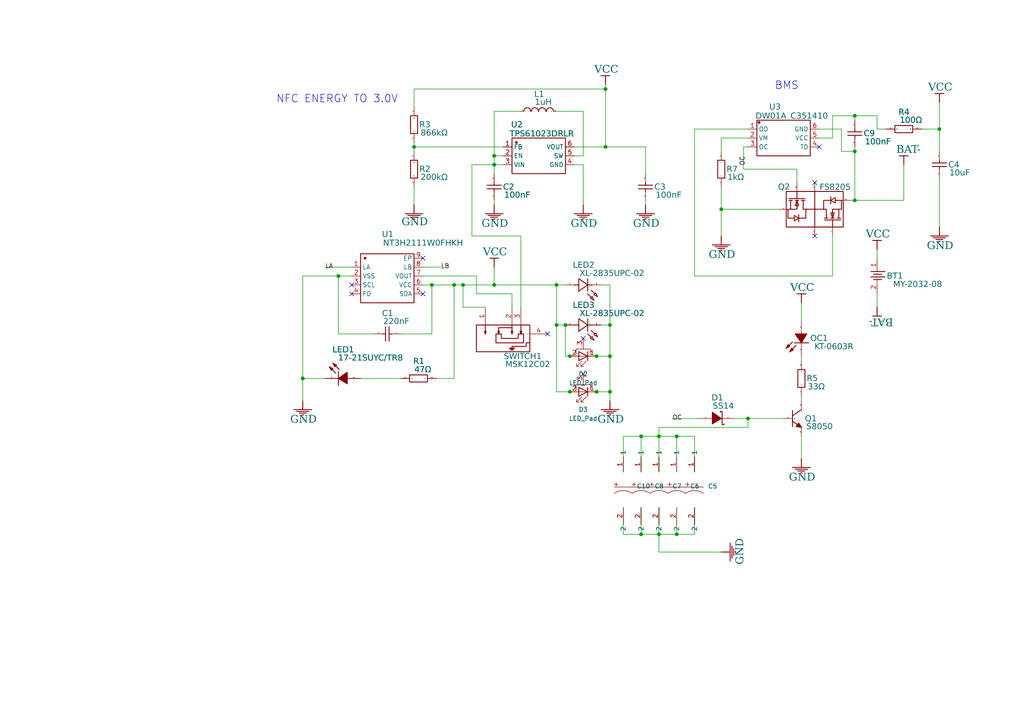
<source format=kicad_sch>
(kicad_sch
	(version 20231120)
	(generator "eeschema")
	(generator_version "8.0")
	(uuid "9d05d08a-6d4a-4426-b673-30f2051cc825")
	(paper "User" 292.1 205.105)
	(lib_symbols
		(symbol "0402WGF1000TCE"
			(exclude_from_sim no)
			(in_bom yes)
			(on_board yes)
			(property "Reference" "R4"
				(at -1.4986 5.7023 0)
				(effects
					(font
						(face "Arial")
						(size 1.6891 1.6891)
					)
					(justify left top)
				)
			)
			(property "Value" "100Ω"
				(at -1.4986 3.4671 0)
				(effects
					(font
						(face "Arial")
						(size 1.6891 1.6891)
					)
					(justify left top)
				)
			)
			(property "Footprint" ""
				(at 0 0 0)
				(effects
					(font
						(size 1.27 1.27)
					)
					(hide yes)
				)
			)
			(property "Datasheet" ""
				(at 0 0 0)
				(effects
					(font
						(size 1.27 1.27)
					)
					(hide yes)
				)
			)
			(property "Description" ""
				(at 0 0 0)
				(effects
					(font
						(size 1.27 1.27)
					)
					(hide yes)
				)
			)
			(symbol "0402WGF1000TCE_0_0"
				(rectangle
					(start -2.54 1.016)
					(end 2.54 -1.016)
					(stroke
						(width 0.254)
						(type solid)
					)
					(fill
						(type none)
					)
				)
				(pin input line
					(at -5.08 0 0)
					(length 2.54)
					(name "1"
						(effects
							(font
								(size 0.0254 0.0254)
							)
						)
					)
					(number "1"
						(effects
							(font
								(size 0.0254 0.0254)
							)
						)
					)
				)
				(pin input line
					(at 5.08 0 180)
					(length 2.54)
					(name "2"
						(effects
							(font
								(size 0.0254 0.0254)
							)
						)
					)
					(number "2"
						(effects
							(font
								(size 0.0254 0.0254)
							)
						)
					)
				)
			)
		)
		(symbol "0402WGF1001TCE"
			(exclude_from_sim no)
			(in_bom yes)
			(on_board yes)
			(property "Reference" "R7"
				(at 1.524 0.8509 0)
				(effects
					(font
						(face "Arial")
						(size 1.6891 1.6891)
					)
					(justify left top)
				)
			)
			(property "Value" "1kΩ"
				(at 1.524 -1.3843 0)
				(effects
					(font
						(face "Arial")
						(size 1.6891 1.6891)
					)
					(justify left top)
				)
			)
			(property "Footprint" ""
				(at 0 0 0)
				(effects
					(font
						(size 1.27 1.27)
					)
					(hide yes)
				)
			)
			(property "Datasheet" ""
				(at 0 0 0)
				(effects
					(font
						(size 1.27 1.27)
					)
					(hide yes)
				)
			)
			(property "Description" ""
				(at 0 0 0)
				(effects
					(font
						(size 1.27 1.27)
					)
					(hide yes)
				)
			)
			(symbol "0402WGF1001TCE_0_0"
				(rectangle
					(start -1.016 2.54)
					(end 1.016 -2.54)
					(stroke
						(width 0.254)
						(type solid)
					)
					(fill
						(type none)
					)
				)
				(pin input line
					(at 0 -5.08 90)
					(length 2.54)
					(name "1"
						(effects
							(font
								(size 0.0254 0.0254)
							)
						)
					)
					(number "1"
						(effects
							(font
								(size 0.0254 0.0254)
							)
						)
					)
				)
				(pin input line
					(at 0 5.08 270)
					(length 2.54)
					(name "2"
						(effects
							(font
								(size 0.0254 0.0254)
							)
						)
					)
					(number "2"
						(effects
							(font
								(size 0.0254 0.0254)
							)
						)
					)
				)
			)
		)
		(symbol "0402WGF2003TCE"
			(exclude_from_sim no)
			(in_bom yes)
			(on_board yes)
			(property "Reference" "R2"
				(at 1.524 0.8763 0)
				(effects
					(font
						(face "Arial")
						(size 1.6891 1.6891)
					)
					(justify left top)
				)
			)
			(property "Value" "200kΩ"
				(at 1.524 -1.3843 0)
				(effects
					(font
						(face "Arial")
						(size 1.6891 1.6891)
					)
					(justify left top)
				)
			)
			(property "Footprint" ""
				(at 0 0 0)
				(effects
					(font
						(size 1.27 1.27)
					)
					(hide yes)
				)
			)
			(property "Datasheet" ""
				(at 0 0 0)
				(effects
					(font
						(size 1.27 1.27)
					)
					(hide yes)
				)
			)
			(property "Description" ""
				(at 0 0 0)
				(effects
					(font
						(size 1.27 1.27)
					)
					(hide yes)
				)
			)
			(symbol "0402WGF2003TCE_0_0"
				(rectangle
					(start -1.016 2.54)
					(end 1.016 -2.54)
					(stroke
						(width 0.254)
						(type solid)
					)
					(fill
						(type none)
					)
				)
				(pin input line
					(at 0 -5.08 90)
					(length 2.54)
					(name "1"
						(effects
							(font
								(size 0.0254 0.0254)
							)
						)
					)
					(number "1"
						(effects
							(font
								(size 0.0254 0.0254)
							)
						)
					)
				)
				(pin input line
					(at 0 5.08 270)
					(length 2.54)
					(name "2"
						(effects
							(font
								(size 0.0254 0.0254)
							)
						)
					)
					(number "2"
						(effects
							(font
								(size 0.0254 0.0254)
							)
						)
					)
				)
			)
		)
		(symbol "0402WGF330JTCE"
			(exclude_from_sim no)
			(in_bom yes)
			(on_board yes)
			(property "Reference" "R5"
				(at 1.524 0.8763 0)
				(effects
					(font
						(face "Arial")
						(size 1.6891 1.6891)
					)
					(justify left top)
				)
			)
			(property "Value" "33Ω"
				(at 1.524 -1.4351 0)
				(effects
					(font
						(face "Arial")
						(size 1.6891 1.6891)
					)
					(justify left top)
				)
			)
			(property "Footprint" ""
				(at 0 0 0)
				(effects
					(font
						(size 1.27 1.27)
					)
					(hide yes)
				)
			)
			(property "Datasheet" ""
				(at 0 0 0)
				(effects
					(font
						(size 1.27 1.27)
					)
					(hide yes)
				)
			)
			(property "Description" ""
				(at 0 0 0)
				(effects
					(font
						(size 1.27 1.27)
					)
					(hide yes)
				)
			)
			(symbol "0402WGF330JTCE_0_0"
				(rectangle
					(start -1.016 2.54)
					(end 1.016 -2.54)
					(stroke
						(width 0.254)
						(type solid)
					)
					(fill
						(type none)
					)
				)
				(pin input line
					(at 0 -5.08 90)
					(length 2.54)
					(name "1"
						(effects
							(font
								(size 0.0254 0.0254)
							)
						)
					)
					(number "1"
						(effects
							(font
								(size 0.0254 0.0254)
							)
						)
					)
				)
				(pin input line
					(at 0 5.08 270)
					(length 2.54)
					(name "2"
						(effects
							(font
								(size 0.0254 0.0254)
							)
						)
					)
					(number "2"
						(effects
							(font
								(size 0.0254 0.0254)
							)
						)
					)
				)
			)
		)
		(symbol "0603WAF470JT5E"
			(exclude_from_sim no)
			(in_bom yes)
			(on_board yes)
			(property "Reference" "R1"
				(at -1.4986 5.7531 0)
				(effects
					(font
						(face "Arial")
						(size 1.6891 1.6891)
					)
					(justify left top)
				)
			)
			(property "Value" "47Ω"
				(at -1.4986 3.4671 0)
				(effects
					(font
						(face "Arial")
						(size 1.6891 1.6891)
					)
					(justify left top)
				)
			)
			(property "Footprint" ""
				(at 0 0 0)
				(effects
					(font
						(size 1.27 1.27)
					)
					(hide yes)
				)
			)
			(property "Datasheet" ""
				(at 0 0 0)
				(effects
					(font
						(size 1.27 1.27)
					)
					(hide yes)
				)
			)
			(property "Description" ""
				(at 0 0 0)
				(effects
					(font
						(size 1.27 1.27)
					)
					(hide yes)
				)
			)
			(symbol "0603WAF470JT5E_0_0"
				(rectangle
					(start -2.54 1.016)
					(end 2.54 -1.016)
					(stroke
						(width 0.254)
						(type solid)
					)
					(fill
						(type none)
					)
				)
				(pin input line
					(at -5.08 0 0)
					(length 2.54)
					(name "1"
						(effects
							(font
								(size 0.0254 0.0254)
							)
						)
					)
					(number "1"
						(effects
							(font
								(size 0.0254 0.0254)
							)
						)
					)
				)
				(pin input line
					(at 5.08 0 180)
					(length 2.54)
					(name "2"
						(effects
							(font
								(size 0.0254 0.0254)
							)
						)
					)
					(number "2"
						(effects
							(font
								(size 0.0254 0.0254)
							)
						)
					)
				)
			)
		)
		(symbol "17-21SUYC/TR8"
			(exclude_from_sim no)
			(in_bom yes)
			(on_board yes)
			(property "Reference" "LED1"
				(at -2.9464 9.0551 0)
				(effects
					(font
						(face "Arial")
						(size 1.6891 1.6891)
					)
					(justify left top)
				)
			)
			(property "Value" "17-21SUYC/TR8"
				(at -2.9464 6.7691 0)
				(effects
					(font
						(face "Arial")
						(size 1.6891 1.6891)
					)
					(justify left top)
				)
			)
			(property "Footprint" ""
				(at 0 0 0)
				(effects
					(font
						(size 1.27 1.27)
					)
					(hide yes)
				)
			)
			(property "Datasheet" ""
				(at 0 0 0)
				(effects
					(font
						(size 1.27 1.27)
					)
					(hide yes)
				)
			)
			(property "Description" ""
				(at 0 0 0)
				(effects
					(font
						(size 1.27 1.27)
					)
					(hide yes)
				)
			)
			(symbol "17-21SUYC/TR8_0_0"
				(polyline
					(pts
						(xy -2.032 1.524) (xy -3.81 3.302)
					)
					(stroke
						(width 0.254)
						(type solid)
					)
					(fill
						(type none)
					)
				)
				(polyline
					(pts
						(xy -1.27 2.032) (xy -1.27 -2.032)
					)
					(stroke
						(width 0.254)
						(type solid)
					)
					(fill
						(type none)
					)
				)
				(polyline
					(pts
						(xy -1.016 2.54) (xy -2.794 4.318)
					)
					(stroke
						(width 0.254)
						(type solid)
					)
					(fill
						(type none)
					)
				)
				(polyline
					(pts
						(xy -3.81 3.302) (xy -2.794 2.794) (xy -3.302 2.286) (xy -3.81 3.302)
					)
					(stroke
						(width 0.254)
						(type solid)
					)
					(fill
						(type outline)
					)
				)
				(polyline
					(pts
						(xy -2.794 4.318) (xy -1.778 3.81) (xy -2.286 3.302) (xy -2.794 4.318)
					)
					(stroke
						(width 0.254)
						(type solid)
					)
					(fill
						(type outline)
					)
				)
				(polyline
					(pts
						(xy 1.27 -1.524) (xy -1.27 0) (xy 1.27 1.778) (xy 1.27 -1.524)
					)
					(stroke
						(width 0.254)
						(type solid)
					)
					(fill
						(type outline)
					)
				)
				(pin unspecified line
					(at 5.08 0 180)
					(length 3.81)
					(name "+"
						(effects
							(font
								(size 0.0254 0.0254)
							)
						)
					)
					(number "1"
						(effects
							(font
								(size 0.0254 0.0254)
							)
						)
					)
				)
				(pin unspecified line
					(at -5.08 0 0)
					(length 3.81)
					(name "-"
						(effects
							(font
								(size 0.0254 0.0254)
							)
						)
					)
					(number "2"
						(effects
							(font
								(size 0.0254 0.0254)
							)
						)
					)
				)
			)
		)
		(symbol "AC0402FR-07866KL"
			(exclude_from_sim no)
			(in_bom yes)
			(on_board yes)
			(property "Reference" "R3"
				(at 1.524 0.8763 0)
				(effects
					(font
						(face "Arial")
						(size 1.6891 1.6891)
					)
					(justify left top)
				)
			)
			(property "Value" "866kΩ"
				(at 1.524 -1.4351 0)
				(effects
					(font
						(face "Arial")
						(size 1.6891 1.6891)
					)
					(justify left top)
				)
			)
			(property "Footprint" ""
				(at 0 0 0)
				(effects
					(font
						(size 1.27 1.27)
					)
					(hide yes)
				)
			)
			(property "Datasheet" ""
				(at 0 0 0)
				(effects
					(font
						(size 1.27 1.27)
					)
					(hide yes)
				)
			)
			(property "Description" ""
				(at 0 0 0)
				(effects
					(font
						(size 1.27 1.27)
					)
					(hide yes)
				)
			)
			(symbol "AC0402FR-07866KL_0_0"
				(rectangle
					(start -1.016 2.54)
					(end 1.016 -2.54)
					(stroke
						(width 0.254)
						(type solid)
					)
					(fill
						(type none)
					)
				)
				(pin unspecified line
					(at 0 -5.08 90)
					(length 2.54)
					(name "1"
						(effects
							(font
								(size 0.0254 0.0254)
							)
						)
					)
					(number "1"
						(effects
							(font
								(size 0.0254 0.0254)
							)
						)
					)
				)
				(pin unspecified line
					(at 0 5.08 270)
					(length 2.54)
					(name "2"
						(effects
							(font
								(size 0.0254 0.0254)
							)
						)
					)
					(number "2"
						(effects
							(font
								(size 0.0254 0.0254)
							)
						)
					)
				)
			)
		)
		(symbol "BAT-"
			(power)
			(pin_numbers hide)
			(pin_names hide)
			(exclude_from_sim no)
			(in_bom yes)
			(on_board yes)
			(property "Reference" "#PWR"
				(at 0 0 0)
				(effects
					(font
						(size 1.27 1.27)
					)
					(hide yes)
				)
			)
			(property "Value" "BAT-"
				(at 0 3.81 0)
				(effects
					(font
						(size 1.27 1.27)
					)
				)
			)
			(property "Footprint" ""
				(at 0 0 0)
				(effects
					(font
						(size 1.27 1.27)
					)
					(hide yes)
				)
			)
			(property "Datasheet" ""
				(at 0 0 0)
				(effects
					(font
						(size 1.27 1.27)
					)
					(hide yes)
				)
			)
			(property "Description" "Power symbol creates a global label with name 'BAT-'"
				(at 0 0 0)
				(effects
					(font
						(size 1.27 1.27)
					)
					(hide yes)
				)
			)
			(property "ki_keywords" "power-flag"
				(at 0 0 0)
				(effects
					(font
						(size 1.27 1.27)
					)
					(hide yes)
				)
			)
			(symbol "BAT-_0_0"
				(polyline
					(pts
						(xy -1.27 -2.54) (xy 1.27 -2.54)
					)
					(stroke
						(width 0.254)
						(type solid)
					)
					(fill
						(type none)
					)
				)
				(polyline
					(pts
						(xy 0 0) (xy 0 -2.54)
					)
					(stroke
						(width 0.254)
						(type solid)
					)
					(fill
						(type none)
					)
				)
				(pin power_in line
					(at 0 0 270)
					(length 0)
					(name "BAT-"
						(effects
							(font
								(size 1.27 1.27)
							)
						)
					)
					(number "1"
						(effects
							(font
								(size 1.27 1.27)
							)
						)
					)
				)
			)
		)
		(symbol "CL05A106MQ5NUNC"
			(exclude_from_sim no)
			(in_bom yes)
			(on_board yes)
			(property "Reference" "C4"
				(at 2.54 0.8509 0)
				(effects
					(font
						(face "Arial")
						(size 1.6891 1.6891)
					)
					(justify left top)
				)
			)
			(property "Value" "10uF"
				(at 2.54 -1.3843 0)
				(effects
					(font
						(face "Arial")
						(size 1.6891 1.6891)
					)
					(justify left top)
				)
			)
			(property "Footprint" ""
				(at 0 0 0)
				(effects
					(font
						(size 1.27 1.27)
					)
					(hide yes)
				)
			)
			(property "Datasheet" ""
				(at 0 0 0)
				(effects
					(font
						(size 1.27 1.27)
					)
					(hide yes)
				)
			)
			(property "Description" ""
				(at 0 0 0)
				(effects
					(font
						(size 1.27 1.27)
					)
					(hide yes)
				)
			)
			(symbol "CL05A106MQ5NUNC_0_0"
				(polyline
					(pts
						(xy -2.032 -0.508) (xy 2.032 -0.508)
					)
					(stroke
						(width 0.254)
						(type solid)
					)
					(fill
						(type none)
					)
				)
				(polyline
					(pts
						(xy -2.032 0.508) (xy 2.032 0.508)
					)
					(stroke
						(width 0.254)
						(type solid)
					)
					(fill
						(type none)
					)
				)
				(polyline
					(pts
						(xy 0 -1.27) (xy 0 -0.508)
					)
					(stroke
						(width 0.254)
						(type solid)
					)
					(fill
						(type none)
					)
				)
				(polyline
					(pts
						(xy 0 0.508) (xy 0 1.27)
					)
					(stroke
						(width 0.254)
						(type solid)
					)
					(fill
						(type none)
					)
				)
				(pin input line
					(at 0 -3.81 90)
					(length 2.54)
					(name "1"
						(effects
							(font
								(size 0.0254 0.0254)
							)
						)
					)
					(number "1"
						(effects
							(font
								(size 0.0254 0.0254)
							)
						)
					)
				)
				(pin input line
					(at 0 3.81 270)
					(length 2.54)
					(name "2"
						(effects
							(font
								(size 0.0254 0.0254)
							)
						)
					)
					(number "2"
						(effects
							(font
								(size 0.0254 0.0254)
							)
						)
					)
				)
			)
		)
		(symbol "CL05B104KO5NNNC"
			(exclude_from_sim no)
			(in_bom yes)
			(on_board yes)
			(property "Reference" "C2"
				(at 2.54 0.8763 0)
				(effects
					(font
						(face "Arial")
						(size 1.6891 1.6891)
					)
					(justify left top)
				)
			)
			(property "Value" "100nF"
				(at 2.54 -1.3843 0)
				(effects
					(font
						(face "Arial")
						(size 1.6891 1.6891)
					)
					(justify left top)
				)
			)
			(property "Footprint" ""
				(at 0 0 0)
				(effects
					(font
						(size 1.27 1.27)
					)
					(hide yes)
				)
			)
			(property "Datasheet" ""
				(at 0 0 0)
				(effects
					(font
						(size 1.27 1.27)
					)
					(hide yes)
				)
			)
			(property "Description" ""
				(at 0 0 0)
				(effects
					(font
						(size 1.27 1.27)
					)
					(hide yes)
				)
			)
			(symbol "CL05B104KO5NNNC_0_0"
				(polyline
					(pts
						(xy -2.032 -0.508) (xy 2.032 -0.508)
					)
					(stroke
						(width 0.254)
						(type solid)
					)
					(fill
						(type none)
					)
				)
				(polyline
					(pts
						(xy -2.032 0.508) (xy 2.032 0.508)
					)
					(stroke
						(width 0.254)
						(type solid)
					)
					(fill
						(type none)
					)
				)
				(polyline
					(pts
						(xy 0 -1.27) (xy 0 -0.508)
					)
					(stroke
						(width 0.254)
						(type solid)
					)
					(fill
						(type none)
					)
				)
				(polyline
					(pts
						(xy 0 0.508) (xy 0 1.27)
					)
					(stroke
						(width 0.254)
						(type solid)
					)
					(fill
						(type none)
					)
				)
				(pin input line
					(at 0 -3.81 90)
					(length 2.54)
					(name "1"
						(effects
							(font
								(size 0.0254 0.0254)
							)
						)
					)
					(number "1"
						(effects
							(font
								(size 0.0254 0.0254)
							)
						)
					)
				)
				(pin input line
					(at 0 3.81 270)
					(length 2.54)
					(name "2"
						(effects
							(font
								(size 0.0254 0.0254)
							)
						)
					)
					(number "2"
						(effects
							(font
								(size 0.0254 0.0254)
							)
						)
					)
				)
			)
		)
		(symbol "CL05B104KO5NNNC_1"
			(exclude_from_sim no)
			(in_bom yes)
			(on_board yes)
			(property "Reference" "C3"
				(at 2.54 0.8763 0)
				(effects
					(font
						(face "Arial")
						(size 1.6891 1.6891)
					)
					(justify left top)
				)
			)
			(property "Value" "100nF"
				(at 2.54 -1.3843 0)
				(effects
					(font
						(face "Arial")
						(size 1.6891 1.6891)
					)
					(justify left top)
				)
			)
			(property "Footprint" ""
				(at 0 0 0)
				(effects
					(font
						(size 1.27 1.27)
					)
					(hide yes)
				)
			)
			(property "Datasheet" ""
				(at 0 0 0)
				(effects
					(font
						(size 1.27 1.27)
					)
					(hide yes)
				)
			)
			(property "Description" ""
				(at 0 0 0)
				(effects
					(font
						(size 1.27 1.27)
					)
					(hide yes)
				)
			)
			(symbol "CL05B104KO5NNNC_1_0_0"
				(polyline
					(pts
						(xy -2.032 -0.508) (xy 2.032 -0.508)
					)
					(stroke
						(width 0.254)
						(type solid)
					)
					(fill
						(type none)
					)
				)
				(polyline
					(pts
						(xy -2.032 0.508) (xy 2.032 0.508)
					)
					(stroke
						(width 0.254)
						(type solid)
					)
					(fill
						(type none)
					)
				)
				(polyline
					(pts
						(xy 0 -1.27) (xy 0 -0.508)
					)
					(stroke
						(width 0.254)
						(type solid)
					)
					(fill
						(type none)
					)
				)
				(polyline
					(pts
						(xy 0 0.508) (xy 0 1.27)
					)
					(stroke
						(width 0.254)
						(type solid)
					)
					(fill
						(type none)
					)
				)
				(pin input line
					(at 0 -3.81 90)
					(length 2.54)
					(name "1"
						(effects
							(font
								(size 0.0254 0.0254)
							)
						)
					)
					(number "1"
						(effects
							(font
								(size 0.0254 0.0254)
							)
						)
					)
				)
				(pin input line
					(at 0 3.81 270)
					(length 2.54)
					(name "2"
						(effects
							(font
								(size 0.0254 0.0254)
							)
						)
					)
					(number "2"
						(effects
							(font
								(size 0.0254 0.0254)
							)
						)
					)
				)
			)
		)
		(symbol "CL05B104KO5NNNC_2"
			(exclude_from_sim no)
			(in_bom yes)
			(on_board yes)
			(property "Reference" "C9"
				(at 2.54 0.9017 0)
				(effects
					(font
						(face "Arial")
						(size 1.6891 1.6891)
					)
					(justify left top)
				)
			)
			(property "Value" "100nF"
				(at 2.54 -1.4097 0)
				(effects
					(font
						(face "Arial")
						(size 1.6891 1.6891)
					)
					(justify left top)
				)
			)
			(property "Footprint" ""
				(at 0 0 0)
				(effects
					(font
						(size 1.27 1.27)
					)
					(hide yes)
				)
			)
			(property "Datasheet" ""
				(at 0 0 0)
				(effects
					(font
						(size 1.27 1.27)
					)
					(hide yes)
				)
			)
			(property "Description" ""
				(at 0 0 0)
				(effects
					(font
						(size 1.27 1.27)
					)
					(hide yes)
				)
			)
			(symbol "CL05B104KO5NNNC_2_0_0"
				(polyline
					(pts
						(xy -2.032 -0.508) (xy 2.032 -0.508)
					)
					(stroke
						(width 0.254)
						(type solid)
					)
					(fill
						(type none)
					)
				)
				(polyline
					(pts
						(xy -2.032 0.508) (xy 2.032 0.508)
					)
					(stroke
						(width 0.254)
						(type solid)
					)
					(fill
						(type none)
					)
				)
				(polyline
					(pts
						(xy 0 -1.27) (xy 0 -0.508)
					)
					(stroke
						(width 0.254)
						(type solid)
					)
					(fill
						(type none)
					)
				)
				(polyline
					(pts
						(xy 0 0.508) (xy 0 1.27)
					)
					(stroke
						(width 0.254)
						(type solid)
					)
					(fill
						(type none)
					)
				)
				(pin input line
					(at 0 -3.81 90)
					(length 2.54)
					(name "1"
						(effects
							(font
								(size 0.0254 0.0254)
							)
						)
					)
					(number "1"
						(effects
							(font
								(size 0.0254 0.0254)
							)
						)
					)
				)
				(pin input line
					(at 0 3.81 270)
					(length 2.54)
					(name "2"
						(effects
							(font
								(size 0.0254 0.0254)
							)
						)
					)
					(number "2"
						(effects
							(font
								(size 0.0254 0.0254)
							)
						)
					)
				)
			)
		)
		(symbol "CL10B224KA8NNNC"
			(exclude_from_sim no)
			(in_bom yes)
			(on_board yes)
			(property "Reference" "C1"
				(at -1.4986 6.6929 0)
				(effects
					(font
						(face "Arial")
						(size 1.6891 1.6891)
					)
					(justify left top)
				)
			)
			(property "Value" "220nF"
				(at -1.4986 4.4831 0)
				(effects
					(font
						(face "Arial")
						(size 1.6891 1.6891)
					)
					(justify left top)
				)
			)
			(property "Footprint" ""
				(at 0 0 0)
				(effects
					(font
						(size 1.27 1.27)
					)
					(hide yes)
				)
			)
			(property "Datasheet" ""
				(at 0 0 0)
				(effects
					(font
						(size 1.27 1.27)
					)
					(hide yes)
				)
			)
			(property "Description" ""
				(at 0 0 0)
				(effects
					(font
						(size 1.27 1.27)
					)
					(hide yes)
				)
			)
			(symbol "CL10B224KA8NNNC_0_0"
				(polyline
					(pts
						(xy -1.27 0) (xy -0.508 0)
					)
					(stroke
						(width 0.254)
						(type solid)
					)
					(fill
						(type none)
					)
				)
				(polyline
					(pts
						(xy -0.508 2.032) (xy -0.508 -2.032)
					)
					(stroke
						(width 0.254)
						(type solid)
					)
					(fill
						(type none)
					)
				)
				(polyline
					(pts
						(xy 0.508 0) (xy 1.27 0)
					)
					(stroke
						(width 0.254)
						(type solid)
					)
					(fill
						(type none)
					)
				)
				(polyline
					(pts
						(xy 0.508 2.032) (xy 0.508 -2.032)
					)
					(stroke
						(width 0.254)
						(type solid)
					)
					(fill
						(type none)
					)
				)
				(pin input line
					(at -3.81 0 0)
					(length 2.54)
					(name "1"
						(effects
							(font
								(size 0.0254 0.0254)
							)
						)
					)
					(number "1"
						(effects
							(font
								(size 0.0254 0.0254)
							)
						)
					)
				)
				(pin input line
					(at 3.81 0 180)
					(length 2.54)
					(name "2"
						(effects
							(font
								(size 0.0254 0.0254)
							)
						)
					)
					(number "2"
						(effects
							(font
								(size 0.0254 0.0254)
							)
						)
					)
				)
			)
		)
		(symbol "DW01A_C351410"
			(exclude_from_sim no)
			(in_bom yes)
			(on_board yes)
			(property "Reference" "U3"
				(at -4.064 9.7409 0)
				(effects
					(font
						(face "Arial")
						(size 1.6891 1.6891)
					)
					(justify left top)
				)
			)
			(property "Value" "DW01A_C351410"
				(at -8.2804 7.2009 0)
				(effects
					(font
						(face "Arial")
						(size 1.6891 1.6891)
					)
					(justify left top)
				)
			)
			(property "Footprint" ""
				(at 0 0 0)
				(effects
					(font
						(size 1.27 1.27)
					)
					(hide yes)
				)
			)
			(property "Datasheet" ""
				(at 0 0 0)
				(effects
					(font
						(size 1.27 1.27)
					)
					(hide yes)
				)
			)
			(property "Description" ""
				(at 0 0 0)
				(effects
					(font
						(size 1.27 1.27)
					)
					(hide yes)
				)
			)
			(symbol "DW01A_C351410_0_0"
				(rectangle
					(start -7.62 5.08)
					(end 7.62 -5.08)
					(stroke
						(width 0.254)
						(type solid)
					)
					(fill
						(type none)
					)
				)
				(circle
					(center -6.985 4.445)
					(radius 0.254)
					(stroke
						(width 0.254)
						(type solid)
					)
					(fill
						(type outline)
					)
				)
				(pin unspecified line
					(at -10.16 2.54 0)
					(length 2.54)
					(name "OD"
						(effects
							(font
								(size 1.27 1.27)
							)
						)
					)
					(number "1"
						(effects
							(font
								(size 1.27 1.27)
							)
						)
					)
				)
				(pin unspecified line
					(at -10.16 0 0)
					(length 2.54)
					(name "VM"
						(effects
							(font
								(size 1.27 1.27)
							)
						)
					)
					(number "2"
						(effects
							(font
								(size 1.27 1.27)
							)
						)
					)
				)
				(pin unspecified line
					(at -10.16 -2.54 0)
					(length 2.54)
					(name "OC"
						(effects
							(font
								(size 1.27 1.27)
							)
						)
					)
					(number "3"
						(effects
							(font
								(size 1.27 1.27)
							)
						)
					)
				)
				(pin unspecified line
					(at 10.16 -2.54 180)
					(length 2.54)
					(name "TD"
						(effects
							(font
								(size 1.27 1.27)
							)
						)
					)
					(number "4"
						(effects
							(font
								(size 1.27 1.27)
							)
						)
					)
				)
				(pin unspecified line
					(at 10.16 0 180)
					(length 2.54)
					(name "VCC"
						(effects
							(font
								(size 1.27 1.27)
							)
						)
					)
					(number "5"
						(effects
							(font
								(size 1.27 1.27)
							)
						)
					)
				)
				(pin unspecified line
					(at 10.16 2.54 180)
					(length 2.54)
					(name "GND"
						(effects
							(font
								(size 1.27 1.27)
							)
						)
					)
					(number "6"
						(effects
							(font
								(size 1.27 1.27)
							)
						)
					)
				)
			)
		)
		(symbol "Device:LED_Pad"
			(pin_names
				(offset 1.016) hide)
			(exclude_from_sim no)
			(in_bom yes)
			(on_board yes)
			(property "Reference" "D"
				(at 0 5.715 0)
				(effects
					(font
						(size 1.27 1.27)
					)
				)
			)
			(property "Value" "LED_Pad"
				(at 0 3.81 0)
				(effects
					(font
						(size 1.27 1.27)
					)
				)
			)
			(property "Footprint" ""
				(at 0 0 0)
				(effects
					(font
						(size 1.27 1.27)
					)
					(hide yes)
				)
			)
			(property "Datasheet" "~"
				(at 0 0 0)
				(effects
					(font
						(size 1.27 1.27)
					)
					(hide yes)
				)
			)
			(property "Description" "Light emitting diode with pad"
				(at 0 0 0)
				(effects
					(font
						(size 1.27 1.27)
					)
					(hide yes)
				)
			)
			(property "ki_keywords" "LED diode pad"
				(at 0 0 0)
				(effects
					(font
						(size 1.27 1.27)
					)
					(hide yes)
				)
			)
			(property "ki_fp_filters" "LED* LED_SMD:* LED_THT:*"
				(at 0 0 0)
				(effects
					(font
						(size 1.27 1.27)
					)
					(hide yes)
				)
			)
			(symbol "LED_Pad_0_1"
				(polyline
					(pts
						(xy -1.27 -1.27) (xy -1.27 1.27)
					)
					(stroke
						(width 0.254)
						(type default)
					)
					(fill
						(type none)
					)
				)
				(polyline
					(pts
						(xy -1.27 0) (xy 1.27 0)
					)
					(stroke
						(width 0)
						(type default)
					)
					(fill
						(type none)
					)
				)
				(polyline
					(pts
						(xy 0 -2.54) (xy 0 -2.032)
					)
					(stroke
						(width 0)
						(type default)
					)
					(fill
						(type none)
					)
				)
				(polyline
					(pts
						(xy -2.032 -0.508) (xy -2.032 -2.032) (xy 2.032 -2.032) (xy 2.032 -0.508)
					)
					(stroke
						(width 0)
						(type default)
					)
					(fill
						(type none)
					)
				)
				(polyline
					(pts
						(xy 1.27 -1.27) (xy 1.27 1.27) (xy -1.27 0) (xy 1.27 -1.27)
					)
					(stroke
						(width 0.254)
						(type default)
					)
					(fill
						(type none)
					)
				)
				(polyline
					(pts
						(xy -0.889 1.397) (xy 0.635 2.921) (xy -0.127 2.921) (xy 0.635 2.921) (xy 0.635 2.159)
					)
					(stroke
						(width 0)
						(type default)
					)
					(fill
						(type none)
					)
				)
				(polyline
					(pts
						(xy 0.381 1.397) (xy 1.905 2.921) (xy 1.143 2.921) (xy 1.905 2.921) (xy 1.905 2.159)
					)
					(stroke
						(width 0)
						(type default)
					)
					(fill
						(type none)
					)
				)
			)
			(symbol "LED_Pad_1_1"
				(pin passive line
					(at -3.81 0 0)
					(length 2.54)
					(name "K"
						(effects
							(font
								(size 1.27 1.27)
							)
						)
					)
					(number "1"
						(effects
							(font
								(size 1.27 1.27)
							)
						)
					)
				)
				(pin passive line
					(at 3.81 0 180)
					(length 2.54)
					(name "A"
						(effects
							(font
								(size 1.27 1.27)
							)
						)
					)
					(number "2"
						(effects
							(font
								(size 1.27 1.27)
							)
						)
					)
				)
				(pin passive line
					(at 0 -5.08 90)
					(length 2.54)
					(name "PAD"
						(effects
							(font
								(size 1.27 1.27)
							)
						)
					)
					(number "3"
						(effects
							(font
								(size 1.27 1.27)
							)
						)
					)
				)
			)
		)
		(symbol "FS8205"
			(exclude_from_sim no)
			(in_bom yes)
			(on_board yes)
			(property "Reference" "Q2"
				(at -10.4648 7.2263 0)
				(effects
					(font
						(face "Arial")
						(size 1.6891 1.6891)
					)
					(justify left top)
				)
			)
			(property "Value" "FS8205"
				(at 0.9144 7.2263 0)
				(effects
					(font
						(face "Arial")
						(size 1.6891 1.6891)
					)
					(justify left top)
				)
			)
			(property "Footprint" ""
				(at 0 0 0)
				(effects
					(font
						(size 1.27 1.27)
					)
					(hide yes)
				)
			)
			(property "Datasheet" ""
				(at 0 0 0)
				(effects
					(font
						(size 1.27 1.27)
					)
					(hide yes)
				)
			)
			(property "Description" ""
				(at 0 0 0)
				(effects
					(font
						(size 1.27 1.27)
					)
					(hide yes)
				)
			)
			(symbol "FS8205_0_0"
				(rectangle
					(start -8.128 5.08)
					(end 8.128 -5.08)
					(stroke
						(width 0.254)
						(type solid)
					)
					(fill
						(type none)
					)
				)
				(polyline
					(pts
						(xy -7.366 2.54) (xy -6.35 2.54)
					)
					(stroke
						(width 0.254)
						(type solid)
					)
					(fill
						(type none)
					)
				)
				(polyline
					(pts
						(xy -6.858 0) (xy -6.858 2.54)
					)
					(stroke
						(width 0.254)
						(type solid)
					)
					(fill
						(type none)
					)
				)
				(polyline
					(pts
						(xy -5.588 2.54) (xy -4.572 2.54)
					)
					(stroke
						(width 0.254)
						(type solid)
					)
					(fill
						(type none)
					)
				)
				(polyline
					(pts
						(xy -5.08 5.08) (xy -5.08 3.048)
					)
					(stroke
						(width 0.254)
						(type solid)
					)
					(fill
						(type none)
					)
				)
				(polyline
					(pts
						(xy -2.794 2.54) (xy -3.81 2.54)
					)
					(stroke
						(width 0.254)
						(type solid)
					)
					(fill
						(type none)
					)
				)
				(polyline
					(pts
						(xy -2.794 3.048) (xy -7.366 3.048)
					)
					(stroke
						(width 0.254)
						(type solid)
					)
					(fill
						(type none)
					)
				)
				(polyline
					(pts
						(xy 0 5.08) (xy 0 -5.08)
					)
					(stroke
						(width 0.254)
						(type solid)
					)
					(fill
						(type none)
					)
				)
				(polyline
					(pts
						(xy 2.54 0) (xy -2.54 0)
					)
					(stroke
						(width 0.254)
						(type solid)
					)
					(fill
						(type none)
					)
				)
				(polyline
					(pts
						(xy 2.794 -3.048) (xy 7.366 -3.048)
					)
					(stroke
						(width 0.254)
						(type solid)
					)
					(fill
						(type none)
					)
				)
				(polyline
					(pts
						(xy 2.794 -2.54) (xy 3.81 -2.54)
					)
					(stroke
						(width 0.254)
						(type solid)
					)
					(fill
						(type none)
					)
				)
				(polyline
					(pts
						(xy 5.08 -5.08) (xy 5.08 -3.048)
					)
					(stroke
						(width 0.254)
						(type solid)
					)
					(fill
						(type none)
					)
				)
				(polyline
					(pts
						(xy 5.588 -2.54) (xy 4.572 -2.54)
					)
					(stroke
						(width 0.254)
						(type solid)
					)
					(fill
						(type none)
					)
				)
				(polyline
					(pts
						(xy 6.858 0) (xy 6.858 -2.54)
					)
					(stroke
						(width 0.254)
						(type solid)
					)
					(fill
						(type none)
					)
				)
				(polyline
					(pts
						(xy 7.366 -2.54) (xy 6.35 -2.54)
					)
					(stroke
						(width 0.254)
						(type solid)
					)
					(fill
						(type none)
					)
				)
				(polyline
					(pts
						(xy -5.08 2.54) (xy -5.588 1.016) (xy -4.572 1.016) (xy -5.08 2.54)
					)
					(stroke
						(width 0.254)
						(type solid)
					)
					(fill
						(type background)
					)
				)
				(polyline
					(pts
						(xy -4.572 -3.556) (xy -4.572 -3.048) (xy -4.572 -2.032) (xy -4.572 -1.524)
					)
					(stroke
						(width 0.254)
						(type solid)
					)
					(fill
						(type none)
					)
				)
				(polyline
					(pts
						(xy -4.572 -2.54) (xy -5.842 -1.778) (xy -5.842 -3.302) (xy -4.572 -2.54)
					)
					(stroke
						(width 0.254)
						(type solid)
					)
					(fill
						(type background)
					)
				)
				(polyline
					(pts
						(xy 4.572 2.54) (xy 5.842 1.778) (xy 5.842 3.302) (xy 4.572 2.54)
					)
					(stroke
						(width 0.254)
						(type solid)
					)
					(fill
						(type background)
					)
				)
				(polyline
					(pts
						(xy 4.572 3.556) (xy 4.572 3.048) (xy 4.572 2.032) (xy 4.572 1.524)
					)
					(stroke
						(width 0.254)
						(type solid)
					)
					(fill
						(type none)
					)
				)
				(polyline
					(pts
						(xy 5.08 -2.54) (xy 5.588 -1.016) (xy 4.572 -1.016) (xy 5.08 -2.54)
					)
					(stroke
						(width 0.254)
						(type solid)
					)
					(fill
						(type background)
					)
				)
				(polyline
					(pts
						(xy -5.08 2.54) (xy -5.08 0) (xy -7.62 0) (xy -7.62 -2.54) (xy -5.842 -2.54)
					)
					(stroke
						(width 0.254)
						(type solid)
					)
					(fill
						(type none)
					)
				)
				(polyline
					(pts
						(xy -3.302 2.54) (xy -3.302 0) (xy -2.54 0) (xy -2.54 -2.54) (xy -4.572 -2.54)
					)
					(stroke
						(width 0.254)
						(type solid)
					)
					(fill
						(type none)
					)
				)
				(polyline
					(pts
						(xy 3.302 -2.54) (xy 3.302 0) (xy 2.54 0) (xy 2.54 2.54) (xy 4.572 2.54)
					)
					(stroke
						(width 0.254)
						(type solid)
					)
					(fill
						(type none)
					)
				)
				(polyline
					(pts
						(xy 5.08 -2.54) (xy 5.08 0) (xy 7.62 0) (xy 7.62 2.54) (xy 5.842 2.54)
					)
					(stroke
						(width 0.254)
						(type solid)
					)
					(fill
						(type none)
					)
				)
				(pin unspecified line
					(at -10.16 0 0)
					(length 2.54)
					(name "S1"
						(effects
							(font
								(size 0.0254 0.0254)
							)
						)
					)
					(number "1"
						(effects
							(font
								(size 0.0254 0.0254)
							)
						)
					)
				)
				(pin unspecified line
					(at 0 7.62 270)
					(length 2.54)
					(name "D12"
						(effects
							(font
								(size 0.0254 0.0254)
							)
						)
					)
					(number "2"
						(effects
							(font
								(size 0.0254 0.0254)
							)
						)
					)
				)
				(pin unspecified line
					(at 10.16 2.54 180)
					(length 2.54)
					(name "S2"
						(effects
							(font
								(size 0.0254 0.0254)
							)
						)
					)
					(number "3"
						(effects
							(font
								(size 0.0254 0.0254)
							)
						)
					)
				)
				(pin unspecified line
					(at 5.08 -7.62 90)
					(length 2.54)
					(name "G2"
						(effects
							(font
								(size 0.0254 0.0254)
							)
						)
					)
					(number "4"
						(effects
							(font
								(size 0.0254 0.0254)
							)
						)
					)
				)
				(pin unspecified line
					(at 0 -7.62 90)
					(length 2.54)
					(name "D12"
						(effects
							(font
								(size 0.0254 0.0254)
							)
						)
					)
					(number "5"
						(effects
							(font
								(size 0.0254 0.0254)
							)
						)
					)
				)
				(pin unspecified line
					(at -5.08 7.62 270)
					(length 2.54)
					(name "G1"
						(effects
							(font
								(size 0.0254 0.0254)
							)
						)
					)
					(number "6"
						(effects
							(font
								(size 0.0254 0.0254)
							)
						)
					)
				)
			)
		)
		(symbol "GND"
			(power)
			(pin_numbers hide)
			(pin_names hide)
			(exclude_from_sim no)
			(in_bom yes)
			(on_board yes)
			(property "Reference" "#PWR"
				(at 0 0 0)
				(effects
					(font
						(size 1.27 1.27)
					)
					(hide yes)
				)
			)
			(property "Value" "GND"
				(at 0 6.35 0)
				(effects
					(font
						(size 1.27 1.27)
					)
				)
			)
			(property "Footprint" ""
				(at 0 0 0)
				(effects
					(font
						(size 1.27 1.27)
					)
					(hide yes)
				)
			)
			(property "Datasheet" ""
				(at 0 0 0)
				(effects
					(font
						(size 1.27 1.27)
					)
					(hide yes)
				)
			)
			(property "Description" "Power symbol creates a global label with name 'GND'"
				(at 0 0 0)
				(effects
					(font
						(size 1.27 1.27)
					)
					(hide yes)
				)
			)
			(property "ki_keywords" "power-flag"
				(at 0 0 0)
				(effects
					(font
						(size 1.27 1.27)
					)
					(hide yes)
				)
			)
			(symbol "GND_0_0"
				(polyline
					(pts
						(xy -2.54 -2.54) (xy 2.54 -2.54)
					)
					(stroke
						(width 0.254)
						(type solid)
					)
					(fill
						(type none)
					)
				)
				(polyline
					(pts
						(xy -1.778 -3.048) (xy 1.778 -3.048)
					)
					(stroke
						(width 0.254)
						(type solid)
					)
					(fill
						(type none)
					)
				)
				(polyline
					(pts
						(xy -1.016 -3.556) (xy 1.016 -3.556)
					)
					(stroke
						(width 0.254)
						(type solid)
					)
					(fill
						(type none)
					)
				)
				(polyline
					(pts
						(xy -0.254 -4.064) (xy 0.254 -4.064)
					)
					(stroke
						(width 0.254)
						(type solid)
					)
					(fill
						(type none)
					)
				)
				(polyline
					(pts
						(xy 0 0) (xy 0 -2.54)
					)
					(stroke
						(width 0.254)
						(type solid)
					)
					(fill
						(type none)
					)
				)
				(pin power_in line
					(at 0 0 270)
					(length 0)
					(name "GND"
						(effects
							(font
								(size 1.27 1.27)
							)
						)
					)
					(number "1"
						(effects
							(font
								(size 1.27 1.27)
							)
						)
					)
				)
			)
		)
		(symbol "KT-0603R"
			(exclude_from_sim no)
			(in_bom yes)
			(on_board yes)
			(property "Reference" "OC"
				(at 2.54 0.8763 0)
				(effects
					(font
						(face "Arial")
						(size 1.6891 1.6891)
					)
					(justify left top)
				)
			)
			(property "Value" "KT-0603R"
				(at 2.54 -1.4351 0)
				(effects
					(font
						(face "Arial")
						(size 1.6891 1.6891)
					)
					(justify left top)
				)
			)
			(property "Footprint" ""
				(at 0 0 0)
				(effects
					(font
						(size 1.27 1.27)
					)
					(hide yes)
				)
			)
			(property "Datasheet" ""
				(at 0 0 0)
				(effects
					(font
						(size 1.27 1.27)
					)
					(hide yes)
				)
			)
			(property "Description" ""
				(at 0 0 0)
				(effects
					(font
						(size 1.27 1.27)
					)
					(hide yes)
				)
			)
			(symbol "KT-0603R_0_0"
				(polyline
					(pts
						(xy -2.54 -1.016) (xy -4.318 -2.794)
					)
					(stroke
						(width 0.254)
						(type solid)
					)
					(fill
						(type none)
					)
				)
				(polyline
					(pts
						(xy -2.032 -1.27) (xy 2.032 -1.27)
					)
					(stroke
						(width 0.254)
						(type solid)
					)
					(fill
						(type none)
					)
				)
				(polyline
					(pts
						(xy -1.524 -2.032) (xy -3.302 -3.81)
					)
					(stroke
						(width 0.254)
						(type solid)
					)
					(fill
						(type none)
					)
				)
				(polyline
					(pts
						(xy -4.318 -2.794) (xy -3.81 -1.778) (xy -3.302 -2.286) (xy -4.318 -2.794)
					)
					(stroke
						(width 0.254)
						(type solid)
					)
					(fill
						(type outline)
					)
				)
				(polyline
					(pts
						(xy -3.302 -3.81) (xy -2.794 -2.794) (xy -2.286 -3.302) (xy -3.302 -3.81)
					)
					(stroke
						(width 0.254)
						(type solid)
					)
					(fill
						(type outline)
					)
				)
				(polyline
					(pts
						(xy 1.524 1.27) (xy 0 -1.27) (xy -1.778 1.27) (xy 1.524 1.27)
					)
					(stroke
						(width 0.254)
						(type solid)
					)
					(fill
						(type outline)
					)
				)
				(pin unspecified line
					(at 0 -5.08 90)
					(length 3.81)
					(name "K"
						(effects
							(font
								(size 0.0254 0.0254)
							)
						)
					)
					(number "1"
						(effects
							(font
								(size 0.0254 0.0254)
							)
						)
					)
				)
				(pin unspecified line
					(at 0 5.08 270)
					(length 3.81)
					(name "A"
						(effects
							(font
								(size 0.0254 0.0254)
							)
						)
					)
					(number "2"
						(effects
							(font
								(size 0.0254 0.0254)
							)
						)
					)
				)
			)
		)
		(symbol "MLZ1608A1R0WT000"
			(exclude_from_sim no)
			(in_bom yes)
			(on_board yes)
			(property "Reference" "L1"
				(at -1.2954 5.7531 0)
				(effects
					(font
						(face "Arial")
						(size 1.6891 1.6891)
					)
					(justify left top)
				)
			)
			(property "Value" "1uH"
				(at -1.2954 3.5433 0)
				(effects
					(font
						(face "Arial")
						(size 1.6891 1.6891)
					)
					(justify left top)
				)
			)
			(property "Footprint" ""
				(at 0 0 0)
				(effects
					(font
						(size 1.27 1.27)
					)
					(hide yes)
				)
			)
			(property "Datasheet" ""
				(at 0 0 0)
				(effects
					(font
						(size 1.27 1.27)
					)
					(hide yes)
				)
			)
			(property "Description" ""
				(at 0 0 0)
				(effects
					(font
						(size 1.27 1.27)
					)
					(hide yes)
				)
			)
			(symbol "MLZ1608A1R0WT000_0_0"
				(arc
					(start -2.2606 0)
					(mid -3.2766 1.016)
					(end -4.2672 0)
					(stroke
						(width 0.254)
						(type solid)
					)
					(fill
						(type none)
					)
				)
				(arc
					(start -0.1016 0)
					(mid -1.1176 1.016)
					(end -2.1082 0)
					(stroke
						(width 0.254)
						(type solid)
					)
					(fill
						(type none)
					)
				)
				(arc
					(start 2.032 0)
					(mid 1.016 1.016)
					(end 0 0)
					(stroke
						(width 0.254)
						(type solid)
					)
					(fill
						(type none)
					)
				)
				(arc
					(start 4.2164 0)
					(mid 3.2004 1.016)
					(end 2.2098 0)
					(stroke
						(width 0.254)
						(type solid)
					)
					(fill
						(type none)
					)
				)
				(pin unspecified line
					(at -5.08 0 0)
					(length 0.762)
					(name "1"
						(effects
							(font
								(size 0.0254 0.0254)
							)
						)
					)
					(number "1"
						(effects
							(font
								(size 0.0254 0.0254)
							)
						)
					)
				)
				(pin unspecified line
					(at 5.08 0 180)
					(length 0.762)
					(name "2"
						(effects
							(font
								(size 0.0254 0.0254)
							)
						)
					)
					(number "2"
						(effects
							(font
								(size 0.0254 0.0254)
							)
						)
					)
				)
			)
		)
		(symbol "MSK12C02"
			(exclude_from_sim no)
			(in_bom yes)
			(on_board yes)
			(property "Reference" "SWITCH"
				(at 0.2032 -5.5499 0)
				(effects
					(font
						(face "Arial")
						(size 1.6891 1.6891)
					)
					(justify left top)
				)
			)
			(property "Value" "MSK12C02"
				(at 0.2032 -7.7597 0)
				(effects
					(font
						(face "Arial")
						(size 1.6891 1.6891)
					)
					(justify left top)
				)
			)
			(property "Footprint" ""
				(at 0 0 0)
				(effects
					(font
						(size 1.27 1.27)
					)
					(hide yes)
				)
			)
			(property "Datasheet" ""
				(at 0 0 0)
				(effects
					(font
						(size 1.27 1.27)
					)
					(hide yes)
				)
			)
			(property "Description" ""
				(at 0 0 0)
				(effects
					(font
						(size 1.27 1.27)
					)
					(hide yes)
				)
			)
			(symbol "MSK12C02_0_0"
				(rectangle
					(start -7.62 2.54)
					(end 7.62 -5.08)
					(stroke
						(width 0.254)
						(type solid)
					)
					(fill
						(type none)
					)
				)
				(polyline
					(pts
						(xy -5.08 0) (xy -5.334 0.762)
					)
					(stroke
						(width 0.254)
						(type solid)
					)
					(fill
						(type none)
					)
				)
				(polyline
					(pts
						(xy -5.08 0) (xy -4.826 0.762)
					)
					(stroke
						(width 0.254)
						(type solid)
					)
					(fill
						(type none)
					)
				)
				(polyline
					(pts
						(xy -5.08 0.762) (xy -5.08 0)
					)
					(stroke
						(width 0.254)
						(type solid)
					)
					(fill
						(type none)
					)
				)
				(polyline
					(pts
						(xy -5.08 2.54) (xy -5.08 0.762)
					)
					(stroke
						(width 0.254)
						(type solid)
					)
					(fill
						(type none)
					)
				)
				(polyline
					(pts
						(xy -1.27 0) (xy -1.524 0.762)
					)
					(stroke
						(width 0.254)
						(type solid)
					)
					(fill
						(type none)
					)
				)
				(polyline
					(pts
						(xy 1.778 -4.064) (xy 3.302 -4.064)
					)
					(stroke
						(width 0.254)
						(type solid)
					)
					(fill
						(type none)
					)
				)
				(polyline
					(pts
						(xy 2.032 -4.318) (xy 3.048 -4.318)
					)
					(stroke
						(width 0.254)
						(type solid)
					)
					(fill
						(type none)
					)
				)
				(polyline
					(pts
						(xy 2.286 -4.572) (xy 2.794 -4.572)
					)
					(stroke
						(width 0.254)
						(type solid)
					)
					(fill
						(type none)
					)
				)
				(polyline
					(pts
						(xy 2.54 0) (xy 2.286 0.762)
					)
					(stroke
						(width 0.254)
						(type solid)
					)
					(fill
						(type none)
					)
				)
				(polyline
					(pts
						(xy 2.54 0) (xy 2.794 0.762)
					)
					(stroke
						(width 0.254)
						(type solid)
					)
					(fill
						(type none)
					)
				)
				(polyline
					(pts
						(xy 2.54 0.762) (xy 2.54 0)
					)
					(stroke
						(width 0.254)
						(type solid)
					)
					(fill
						(type none)
					)
				)
				(polyline
					(pts
						(xy 2.54 2.54) (xy 2.54 0.762)
					)
					(stroke
						(width 0.254)
						(type solid)
					)
					(fill
						(type none)
					)
				)
				(polyline
					(pts
						(xy 5.08 0) (xy 4.826 0.762)
					)
					(stroke
						(width 0.254)
						(type solid)
					)
					(fill
						(type none)
					)
				)
				(polyline
					(pts
						(xy 5.08 2.54) (xy 5.08 0) (xy 5.334 0.762)
					)
					(stroke
						(width 0.254)
						(type solid)
					)
					(fill
						(type none)
					)
				)
				(polyline
					(pts
						(xy 2.54 1.778) (xy -1.27 1.778) (xy -1.27 0) (xy -1.016 0.762)
					)
					(stroke
						(width 0.254)
						(type solid)
					)
					(fill
						(type none)
					)
				)
				(polyline
					(pts
						(xy 7.62 -2.54) (xy 6.604 -2.54) (xy 6.604 -3.556) (xy 2.54 -3.556) (xy 2.54 -4.064)
					)
					(stroke
						(width 0.254)
						(type solid)
					)
					(fill
						(type none)
					)
				)
				(polyline
					(pts
						(xy -1.778 0) (xy -0.508 0) (xy -0.508 -1.27) (xy 4.318 -1.27) (xy 4.318 0) (xy 5.842 0) (xy 5.842 -2.54)
						(xy -2.032 -2.54) (xy -2.032 0) (xy -1.778 0)
					)
					(stroke
						(width 0.254)
						(type solid)
					)
					(fill
						(type none)
					)
				)
				(pin unspecified line
					(at -5.08 7.62 270)
					(length 5.08)
					(name "1"
						(effects
							(font
								(size 0.0254 0.0254)
							)
						)
					)
					(number "1"
						(effects
							(font
								(size 1.27 1.27)
							)
						)
					)
				)
				(pin unspecified line
					(at 2.54 7.62 270)
					(length 5.08)
					(name "2"
						(effects
							(font
								(size 0.0254 0.0254)
							)
						)
					)
					(number "2"
						(effects
							(font
								(size 1.27 1.27)
							)
						)
					)
				)
				(pin unspecified line
					(at 5.08 7.62 270)
					(length 5.08)
					(name "3"
						(effects
							(font
								(size 0.0254 0.0254)
							)
						)
					)
					(number "3"
						(effects
							(font
								(size 1.27 1.27)
							)
						)
					)
				)
				(pin unspecified line
					(at 12.7 0 180)
					(length 5.08)
					(name "4"
						(effects
							(font
								(size 0.0254 0.0254)
							)
						)
					)
					(number "4"
						(effects
							(font
								(size 1.27 1.27)
							)
						)
					)
				)
			)
		)
		(symbol "MY-2032-08"
			(exclude_from_sim no)
			(in_bom yes)
			(on_board yes)
			(property "Reference" "BT"
				(at 2.794 0.8763 0)
				(effects
					(font
						(face "Arial")
						(size 1.6891 1.6891)
					)
					(justify left top)
				)
			)
			(property "Value" "MY-2032-08"
				(at 2.794 -1.4351 0)
				(effects
					(font
						(face "Arial")
						(size 1.6891 1.6891)
					)
					(justify left top)
				)
			)
			(property "Footprint" ""
				(at 0 0 0)
				(effects
					(font
						(size 1.27 1.27)
					)
					(hide yes)
				)
			)
			(property "Datasheet" ""
				(at 0 0 0)
				(effects
					(font
						(size 1.27 1.27)
					)
					(hide yes)
				)
			)
			(property "Description" ""
				(at 0 0 0)
				(effects
					(font
						(size 1.27 1.27)
					)
					(hide yes)
				)
			)
			(symbol "MY-2032-08_0_0"
				(polyline
					(pts
						(xy 1.27 -1.016) (xy -1.016 -1.016)
					)
					(stroke
						(width 0.254)
						(type solid)
					)
					(fill
						(type none)
					)
				)
				(polyline
					(pts
						(xy 1.27 0.508) (xy -1.016 0.508)
					)
					(stroke
						(width 0.254)
						(type solid)
					)
					(fill
						(type none)
					)
				)
				(polyline
					(pts
						(xy 2.286 -0.254) (xy -1.778 -0.254)
					)
					(stroke
						(width 0.254)
						(type solid)
					)
					(fill
						(type none)
					)
				)
				(polyline
					(pts
						(xy 2.286 1.27) (xy -1.778 1.27)
					)
					(stroke
						(width 0.254)
						(type solid)
					)
					(fill
						(type none)
					)
				)
				(pin input line
					(at 0 5.08 270)
					(length 3.81)
					(name "1"
						(effects
							(font
								(size 0.0254 0.0254)
							)
						)
					)
					(number "1"
						(effects
							(font
								(size 1.27 1.27)
							)
						)
					)
				)
				(pin input line
					(at 0 -5.08 90)
					(length 3.81)
					(name "2"
						(effects
							(font
								(size 0.0254 0.0254)
							)
						)
					)
					(number "2"
						(effects
							(font
								(size 1.27 1.27)
							)
						)
					)
				)
			)
		)
		(symbol "NT3H2111W0FHKH"
			(exclude_from_sim no)
			(in_bom yes)
			(on_board yes)
			(property "Reference" "U1"
				(at -1.4986 14.0081 0)
				(effects
					(font
						(face "Arial")
						(size 1.6891 1.6891)
					)
					(justify left top)
				)
			)
			(property "Value" "NT3H2111W0FHKH"
				(at -1.4986 11.5951 0)
				(effects
					(font
						(face "Arial")
						(size 1.6891 1.6891)
					)
					(justify left top)
				)
			)
			(property "Footprint" ""
				(at 0 0 0)
				(effects
					(font
						(size 1.27 1.27)
					)
					(hide yes)
				)
			)
			(property "Datasheet" ""
				(at 0 0 0)
				(effects
					(font
						(size 1.27 1.27)
					)
					(hide yes)
				)
			)
			(property "Description" ""
				(at 0 0 0)
				(effects
					(font
						(size 1.27 1.27)
					)
					(hide yes)
				)
			)
			(symbol "NT3H2111W0FHKH_0_0"
				(rectangle
					(start -7.62 7.62)
					(end 7.62 -6.35)
					(stroke
						(width 0.254)
						(type solid)
					)
					(fill
						(type none)
					)
				)
				(circle
					(center -6.35 6.35)
					(radius 0.254)
					(stroke
						(width 0.254)
						(type solid)
					)
					(fill
						(type outline)
					)
				)
				(pin unspecified line
					(at -10.16 3.81 0)
					(length 2.54)
					(name "LA"
						(effects
							(font
								(size 1.27 1.27)
							)
						)
					)
					(number "1"
						(effects
							(font
								(size 1.27 1.27)
							)
						)
					)
				)
				(pin unspecified line
					(at -10.16 1.27 0)
					(length 2.54)
					(name "VSS"
						(effects
							(font
								(size 1.27 1.27)
							)
						)
					)
					(number "2"
						(effects
							(font
								(size 1.27 1.27)
							)
						)
					)
				)
				(pin unspecified line
					(at -10.16 -1.27 0)
					(length 2.54)
					(name "SCL"
						(effects
							(font
								(size 1.27 1.27)
							)
						)
					)
					(number "3"
						(effects
							(font
								(size 1.27 1.27)
							)
						)
					)
				)
				(pin unspecified line
					(at -10.16 -3.81 0)
					(length 2.54)
					(name "FD"
						(effects
							(font
								(size 1.27 1.27)
							)
						)
					)
					(number "4"
						(effects
							(font
								(size 1.27 1.27)
							)
						)
					)
				)
				(pin unspecified line
					(at 10.16 -3.81 180)
					(length 2.54)
					(name "SDA"
						(effects
							(font
								(size 1.27 1.27)
							)
						)
					)
					(number "5"
						(effects
							(font
								(size 1.27 1.27)
							)
						)
					)
				)
				(pin unspecified line
					(at 10.16 -1.27 180)
					(length 2.54)
					(name "VCC"
						(effects
							(font
								(size 1.27 1.27)
							)
						)
					)
					(number "6"
						(effects
							(font
								(size 1.27 1.27)
							)
						)
					)
				)
				(pin unspecified line
					(at 10.16 1.27 180)
					(length 2.54)
					(name "VOUT"
						(effects
							(font
								(size 1.27 1.27)
							)
						)
					)
					(number "7"
						(effects
							(font
								(size 1.27 1.27)
							)
						)
					)
				)
				(pin unspecified line
					(at 10.16 3.81 180)
					(length 2.54)
					(name "LB"
						(effects
							(font
								(size 1.27 1.27)
							)
						)
					)
					(number "8"
						(effects
							(font
								(size 1.27 1.27)
							)
						)
					)
				)
				(pin unspecified line
					(at 10.16 6.35 180)
					(length 2.54)
					(name "EP"
						(effects
							(font
								(size 1.27 1.27)
							)
						)
					)
					(number "9"
						(effects
							(font
								(size 1.27 1.27)
							)
						)
					)
				)
			)
		)
		(symbol "S8050"
			(exclude_from_sim no)
			(in_bom yes)
			(on_board yes)
			(property "Reference" "Q1"
				(at 1.016 0.8255 0)
				(effects
					(font
						(face "Arial")
						(size 1.6891 1.6891)
					)
					(justify left top)
				)
			)
			(property "Value" "S8050"
				(at 1.016 -1.3843 0)
				(effects
					(font
						(face "Arial")
						(size 1.6891 1.6891)
					)
					(justify left top)
				)
			)
			(property "Footprint" ""
				(at 0 0 0)
				(effects
					(font
						(size 1.27 1.27)
					)
					(hide yes)
				)
			)
			(property "Datasheet" ""
				(at 0 0 0)
				(effects
					(font
						(size 1.27 1.27)
					)
					(hide yes)
				)
			)
			(property "Description" ""
				(at 0 0 0)
				(effects
					(font
						(size 1.27 1.27)
					)
					(hide yes)
				)
			)
			(symbol "S8050_0_0"
				(polyline
					(pts
						(xy -2.54 -0.762) (xy 0 -2.54)
					)
					(stroke
						(width 0.254)
						(type solid)
					)
					(fill
						(type none)
					)
				)
				(polyline
					(pts
						(xy -2.54 2.286) (xy -2.54 -2.286)
					)
					(stroke
						(width 0.254)
						(type solid)
					)
					(fill
						(type none)
					)
				)
				(polyline
					(pts
						(xy 0 2.54) (xy -2.54 0.762)
					)
					(stroke
						(width 0.254)
						(type solid)
					)
					(fill
						(type none)
					)
				)
				(polyline
					(pts
						(xy 0 -2.54) (xy -0.762 -1.27) (xy -1.524 -2.286) (xy 0 -2.54)
					)
					(stroke
						(width 0.254)
						(type solid)
					)
					(fill
						(type outline)
					)
				)
				(pin input line
					(at -5.08 0 0)
					(length 2.54)
					(name "B"
						(effects
							(font
								(size 0.0254 0.0254)
							)
						)
					)
					(number "1"
						(effects
							(font
								(size 0.0254 0.0254)
							)
						)
					)
				)
				(pin input line
					(at 0 -5.08 90)
					(length 2.54)
					(name "E"
						(effects
							(font
								(size 0.0254 0.0254)
							)
						)
					)
					(number "2"
						(effects
							(font
								(size 0.0254 0.0254)
							)
						)
					)
				)
				(pin input line
					(at 0 5.08 270)
					(length 2.54)
					(name "C"
						(effects
							(font
								(size 0.0254 0.0254)
							)
						)
					)
					(number "3"
						(effects
							(font
								(size 0.0254 0.0254)
							)
						)
					)
				)
			)
		)
		(symbol "SS14"
			(exclude_from_sim no)
			(in_bom yes)
			(on_board yes)
			(property "Reference" "D1"
				(at -1.4986 6.7691 0)
				(effects
					(font
						(face "Arial")
						(size 1.6891 1.6891)
					)
					(justify left top)
				)
			)
			(property "Value" "SS14"
				(at -1.4986 4.4831 0)
				(effects
					(font
						(face "Arial")
						(size 1.6891 1.6891)
					)
					(justify left top)
				)
			)
			(property "Footprint" ""
				(at 0 0 0)
				(effects
					(font
						(size 1.27 1.27)
					)
					(hide yes)
				)
			)
			(property "Datasheet" ""
				(at 0 0 0)
				(effects
					(font
						(size 1.27 1.27)
					)
					(hide yes)
				)
			)
			(property "Description" ""
				(at 0 0 0)
				(effects
					(font
						(size 1.27 1.27)
					)
					(hide yes)
				)
			)
			(symbol "SS14_0_0"
				(polyline
					(pts
						(xy -1.27 -1.524) (xy 1.27 0) (xy -1.27 1.778) (xy -1.27 -1.524)
					)
					(stroke
						(width 0.254)
						(type solid)
					)
					(fill
						(type outline)
					)
				)
				(polyline
					(pts
						(xy 2.032 -1.524) (xy 2.032 -1.778) (xy 1.524 -1.778) (xy 1.524 2.032) (xy 1.016 2.032) (xy 1.016 1.778)
					)
					(stroke
						(width 0.254)
						(type solid)
					)
					(fill
						(type none)
					)
				)
				(pin unspecified line
					(at 5.08 0 180)
					(length 3.81)
					(name "K"
						(effects
							(font
								(size 0.0254 0.0254)
							)
						)
					)
					(number "1"
						(effects
							(font
								(size 0.0254 0.0254)
							)
						)
					)
				)
				(pin unspecified line
					(at -5.08 0 0)
					(length 3.81)
					(name "A"
						(effects
							(font
								(size 0.0254 0.0254)
							)
						)
					)
					(number "2"
						(effects
							(font
								(size 0.0254 0.0254)
							)
						)
					)
				)
			)
		)
		(symbol "TPS61023DRLR"
			(exclude_from_sim no)
			(in_bom yes)
			(on_board yes)
			(property "Reference" "U2"
				(at -7.8486 9.7409 0)
				(effects
					(font
						(face "Arial")
						(size 1.6891 1.6891)
					)
					(justify left top)
				)
			)
			(property "Value" "TPS61023DRLR"
				(at -8.8138 7.2009 0)
				(effects
					(font
						(face "Arial")
						(size 1.6891 1.6891)
					)
					(justify left top)
				)
			)
			(property "Footprint" ""
				(at 0 0 0)
				(effects
					(font
						(size 1.27 1.27)
					)
					(hide yes)
				)
			)
			(property "Datasheet" ""
				(at 0 0 0)
				(effects
					(font
						(size 1.27 1.27)
					)
					(hide yes)
				)
			)
			(property "Description" ""
				(at 0 0 0)
				(effects
					(font
						(size 1.27 1.27)
					)
					(hide yes)
				)
			)
			(symbol "TPS61023DRLR_0_0"
				(rectangle
					(start -7.62 5.08)
					(end 7.62 -5.08)
					(stroke
						(width 0.254)
						(type solid)
					)
					(fill
						(type none)
					)
				)
				(circle
					(center -6.35 3.81)
					(radius 0.254)
					(stroke
						(width 0.254)
						(type solid)
					)
					(fill
						(type outline)
					)
				)
				(pin unspecified line
					(at -10.16 2.54 0)
					(length 2.54)
					(name "FB"
						(effects
							(font
								(size 1.27 1.27)
							)
						)
					)
					(number "1"
						(effects
							(font
								(size 1.27 1.27)
							)
						)
					)
				)
				(pin unspecified line
					(at -10.16 0 0)
					(length 2.54)
					(name "EN"
						(effects
							(font
								(size 1.27 1.27)
							)
						)
					)
					(number "2"
						(effects
							(font
								(size 1.27 1.27)
							)
						)
					)
				)
				(pin unspecified line
					(at -10.16 -2.54 0)
					(length 2.54)
					(name "VIN"
						(effects
							(font
								(size 1.27 1.27)
							)
						)
					)
					(number "3"
						(effects
							(font
								(size 1.27 1.27)
							)
						)
					)
				)
				(pin unspecified line
					(at 10.16 -2.54 180)
					(length 2.54)
					(name "GND"
						(effects
							(font
								(size 1.27 1.27)
							)
						)
					)
					(number "4"
						(effects
							(font
								(size 1.27 1.27)
							)
						)
					)
				)
				(pin unspecified line
					(at 10.16 0 180)
					(length 2.54)
					(name "SW"
						(effects
							(font
								(size 1.27 1.27)
							)
						)
					)
					(number "5"
						(effects
							(font
								(size 1.27 1.27)
							)
						)
					)
				)
				(pin unspecified line
					(at 10.16 2.54 180)
					(length 2.54)
					(name "VOUT"
						(effects
							(font
								(size 1.27 1.27)
							)
						)
					)
					(number "6"
						(effects
							(font
								(size 1.27 1.27)
							)
						)
					)
				)
			)
		)
		(symbol "VCC"
			(power)
			(pin_numbers hide)
			(pin_names hide)
			(exclude_from_sim no)
			(in_bom yes)
			(on_board yes)
			(property "Reference" "#PWR"
				(at 0 0 0)
				(effects
					(font
						(size 1.27 1.27)
					)
					(hide yes)
				)
			)
			(property "Value" "VCC"
				(at 0 3.81 0)
				(effects
					(font
						(size 1.27 1.27)
					)
				)
			)
			(property "Footprint" ""
				(at 0 0 0)
				(effects
					(font
						(size 1.27 1.27)
					)
					(hide yes)
				)
			)
			(property "Datasheet" ""
				(at 0 0 0)
				(effects
					(font
						(size 1.27 1.27)
					)
					(hide yes)
				)
			)
			(property "Description" "Power symbol creates a global label with name 'VCC'"
				(at 0 0 0)
				(effects
					(font
						(size 1.27 1.27)
					)
					(hide yes)
				)
			)
			(property "ki_keywords" "power-flag"
				(at 0 0 0)
				(effects
					(font
						(size 1.27 1.27)
					)
					(hide yes)
				)
			)
			(symbol "VCC_0_0"
				(polyline
					(pts
						(xy -1.27 -2.54) (xy 1.27 -2.54)
					)
					(stroke
						(width 0.254)
						(type solid)
					)
					(fill
						(type none)
					)
				)
				(polyline
					(pts
						(xy 0 0) (xy 0 -2.54)
					)
					(stroke
						(width 0.254)
						(type solid)
					)
					(fill
						(type none)
					)
				)
				(pin power_in line
					(at 0 0 270)
					(length 0)
					(name "VCC"
						(effects
							(font
								(size 1.27 1.27)
							)
						)
					)
					(number "1"
						(effects
							(font
								(size 1.27 1.27)
							)
						)
					)
				)
			)
		)
		(symbol "XL-2835UPC-02"
			(exclude_from_sim no)
			(in_bom yes)
			(on_board yes)
			(property "Reference" "LED2"
				(at -2.9464 6.5151 0)
				(effects
					(font
						(face "Arial")
						(size 1.6891 1.6891)
					)
					(justify left top)
				)
			)
			(property "Value" "XL-2835UPC-02"
				(at -2.9464 4.2291 0)
				(effects
					(font
						(face "Arial")
						(size 1.6891 1.6891)
					)
					(justify left top)
				)
			)
			(property "Footprint" ""
				(at 0 0 0)
				(effects
					(font
						(size 1.27 1.27)
					)
					(hide yes)
				)
			)
			(property "Datasheet" ""
				(at 0 0 0)
				(effects
					(font
						(size 1.27 1.27)
					)
					(hide yes)
				)
			)
			(property "Description" ""
				(at 0 0 0)
				(effects
					(font
						(size 1.27 1.27)
					)
					(hide yes)
				)
			)
			(symbol "XL-2835UPC-02_0_0"
				(polyline
					(pts
						(xy -2.54 0) (xy -1.27 0)
					)
					(stroke
						(width 0.254)
						(type solid)
					)
					(fill
						(type none)
					)
				)
				(polyline
					(pts
						(xy 1.27 -2.54) (xy 2.286 -3.556)
					)
					(stroke
						(width 0.254)
						(type solid)
					)
					(fill
						(type outline)
					)
				)
				(polyline
					(pts
						(xy 1.27 -1.778) (xy 1.27 1.778)
					)
					(stroke
						(width 0.254)
						(type solid)
					)
					(fill
						(type none)
					)
				)
				(polyline
					(pts
						(xy 1.27 0) (xy 2.54 0)
					)
					(stroke
						(width 0.254)
						(type solid)
					)
					(fill
						(type none)
					)
				)
				(polyline
					(pts
						(xy 2.286 -1.524) (xy 3.302 -2.54)
					)
					(stroke
						(width 0.254)
						(type solid)
					)
					(fill
						(type outline)
					)
				)
				(polyline
					(pts
						(xy -1.27 -1.778) (xy 1.27 0) (xy -1.27 1.778) (xy -1.27 -1.778)
					)
					(stroke
						(width 0.254)
						(type solid)
					)
					(fill
						(type none)
					)
				)
				(polyline
					(pts
						(xy 3.048 -4.318) (xy 2.032 -3.81) (xy 2.54 -3.302) (xy 3.048 -4.318)
					)
					(stroke
						(width 0.254)
						(type solid)
					)
					(fill
						(type none)
					)
				)
				(polyline
					(pts
						(xy 4.064 -3.302) (xy 3.048 -2.794) (xy 3.556 -2.286) (xy 4.064 -3.302)
					)
					(stroke
						(width 0.254)
						(type solid)
					)
					(fill
						(type none)
					)
				)
				(pin unspecified line
					(at -5.08 0 0)
					(length 2.54)
					(name "A"
						(effects
							(font
								(size 0.0254 0.0254)
							)
						)
					)
					(number "1"
						(effects
							(font
								(size 0.0254 0.0254)
							)
						)
					)
				)
				(pin unspecified line
					(at 5.08 0 180)
					(length 2.54)
					(name "K"
						(effects
							(font
								(size 0.0254 0.0254)
							)
						)
					)
					(number "2"
						(effects
							(font
								(size 0.0254 0.0254)
							)
						)
					)
				)
			)
		)
		(symbol "XL-2835UPC-02_1"
			(exclude_from_sim no)
			(in_bom yes)
			(on_board yes)
			(property "Reference" "LED3"
				(at -2.9464 6.5151 0)
				(effects
					(font
						(face "Arial")
						(size 1.6891 1.6891)
					)
					(justify left top)
				)
			)
			(property "Value" "XL-2835UPC-02"
				(at -2.9464 4.2291 0)
				(effects
					(font
						(face "Arial")
						(size 1.6891 1.6891)
					)
					(justify left top)
				)
			)
			(property "Footprint" ""
				(at 0 0 0)
				(effects
					(font
						(size 1.27 1.27)
					)
					(hide yes)
				)
			)
			(property "Datasheet" ""
				(at 0 0 0)
				(effects
					(font
						(size 1.27 1.27)
					)
					(hide yes)
				)
			)
			(property "Description" ""
				(at 0 0 0)
				(effects
					(font
						(size 1.27 1.27)
					)
					(hide yes)
				)
			)
			(symbol "XL-2835UPC-02_1_0_0"
				(polyline
					(pts
						(xy -2.54 0) (xy -1.27 0)
					)
					(stroke
						(width 0.254)
						(type solid)
					)
					(fill
						(type none)
					)
				)
				(polyline
					(pts
						(xy 1.27 -2.54) (xy 2.286 -3.556)
					)
					(stroke
						(width 0.254)
						(type solid)
					)
					(fill
						(type outline)
					)
				)
				(polyline
					(pts
						(xy 1.27 -1.778) (xy 1.27 1.778)
					)
					(stroke
						(width 0.254)
						(type solid)
					)
					(fill
						(type none)
					)
				)
				(polyline
					(pts
						(xy 1.27 0) (xy 2.54 0)
					)
					(stroke
						(width 0.254)
						(type solid)
					)
					(fill
						(type none)
					)
				)
				(polyline
					(pts
						(xy 2.286 -1.524) (xy 3.302 -2.54)
					)
					(stroke
						(width 0.254)
						(type solid)
					)
					(fill
						(type outline)
					)
				)
				(polyline
					(pts
						(xy -1.27 -1.778) (xy 1.27 0) (xy -1.27 1.778) (xy -1.27 -1.778)
					)
					(stroke
						(width 0.254)
						(type solid)
					)
					(fill
						(type none)
					)
				)
				(polyline
					(pts
						(xy 3.048 -4.318) (xy 2.032 -3.81) (xy 2.54 -3.302) (xy 3.048 -4.318)
					)
					(stroke
						(width 0.254)
						(type solid)
					)
					(fill
						(type none)
					)
				)
				(polyline
					(pts
						(xy 4.064 -3.302) (xy 3.048 -2.794) (xy 3.556 -2.286) (xy 4.064 -3.302)
					)
					(stroke
						(width 0.254)
						(type solid)
					)
					(fill
						(type none)
					)
				)
				(pin unspecified line
					(at -5.08 0 0)
					(length 2.54)
					(name "A"
						(effects
							(font
								(size 0.0254 0.0254)
							)
						)
					)
					(number "1"
						(effects
							(font
								(size 0.0254 0.0254)
							)
						)
					)
				)
				(pin unspecified line
					(at 5.08 0 180)
					(length 2.54)
					(name "K"
						(effects
							(font
								(size 0.0254 0.0254)
							)
						)
					)
					(number "2"
						(effects
							(font
								(size 0.0254 0.0254)
							)
						)
					)
				)
			)
		)
		(symbol "easyeda2kicad:KF1A221ME050A00CE016"
			(exclude_from_sim no)
			(in_bom yes)
			(on_board yes)
			(property "Reference" "C"
				(at 0 10.16 0)
				(effects
					(font
						(size 1.27 1.27)
					)
				)
			)
			(property "Value" "KF1A221ME050A00CE016"
				(at 0 -10.16 0)
				(effects
					(font
						(size 1.27 1.27)
					)
				)
			)
			(property "Footprint" "easyeda2kicad:CAP-TH_BD6.3-P2.50-D1.0-FD"
				(at 0 -12.7 0)
				(effects
					(font
						(size 1.27 1.27)
					)
					(hide yes)
				)
			)
			(property "Datasheet" "https://lcsc.com/product-detail/Others_Changzhou-Huawei-Elec-KF1A221ME050A00CE016_C271305.html"
				(at 0 -15.24 0)
				(effects
					(font
						(size 1.27 1.27)
					)
					(hide yes)
				)
			)
			(property "Description" ""
				(at 0 0 0)
				(effects
					(font
						(size 1.27 1.27)
					)
					(hide yes)
				)
			)
			(property "LCSC Part" "C271305"
				(at 0 -17.78 0)
				(effects
					(font
						(size 1.27 1.27)
					)
					(hide yes)
				)
			)
			(symbol "KF1A221ME050A00CE016_0_1"
				(rectangle
					(start -2.54 1.52)
					(end -1.52 1.52)
					(stroke
						(width 0)
						(type default)
					)
					(fill
						(type background)
					)
				)
				(rectangle
					(start -2.03 2.03)
					(end -2.03 1.02)
					(stroke
						(width 0)
						(type default)
					)
					(fill
						(type background)
					)
				)
				(arc
					(start 0 -0.25)
					(mid -1.3336 -0.4253)
					(end -2.54 -1.02)
					(stroke
						(width 0)
						(type default)
					)
					(fill
						(type none)
					)
				)
				(polyline
					(pts
						(xy -2.54 0.76) (xy 2.54 0.76)
					)
					(stroke
						(width 0)
						(type default)
					)
					(fill
						(type none)
					)
				)
				(arc
					(start 2.54 -1.02)
					(mid 1.334 -0.4238)
					(end 0 -0.25)
					(stroke
						(width 0)
						(type default)
					)
					(fill
						(type none)
					)
				)
				(pin unspecified line
					(at 0 5.08 90)
					(length 4.318)
					(name "1"
						(effects
							(font
								(size 1.27 1.27)
							)
						)
					)
					(number "1"
						(effects
							(font
								(size 1.27 1.27)
							)
						)
					)
				)
				(pin unspecified line
					(at 0 -5.08 270)
					(length 4.826)
					(name "2"
						(effects
							(font
								(size 1.27 1.27)
							)
						)
					)
					(number "2"
						(effects
							(font
								(size 1.27 1.27)
							)
						)
					)
				)
			)
		)
	)
	(junction
		(at 158.75 81.28)
		(diameter 0)
		(color 0 0 0 0)
		(uuid "09e81d06-80b2-4106-85ba-5ee275c2201d")
	)
	(junction
		(at 86.36 107.95)
		(diameter 0)
		(color 0 0 0 0)
		(uuid "1d84061c-642e-4a64-89dc-92448209846e")
	)
	(junction
		(at 123.19 81.28)
		(diameter 0)
		(color 0 0 0 0)
		(uuid "1e5b8e5a-8796-4c57-8aa3-0a937faa2b04")
	)
	(junction
		(at 96.52 78.74)
		(diameter 0)
		(color 0 0 0 0)
		(uuid "20293889-d1d1-4b45-bf38-c61757bc3edc")
	)
	(junction
		(at 173.99 111.76)
		(diameter 0)
		(color 0 0 0 0)
		(uuid "2073cce8-4ff3-42ee-b929-0e037ef2f9ae")
	)
	(junction
		(at 162.56 111.76)
		(diameter 0)
		(color 0 0 0 0)
		(uuid "269295ad-aa04-4f5a-a111-2e6211471c9d")
	)
	(junction
		(at 267.97 36.83)
		(diameter 0)
		(color 0 0 0 0)
		(uuid "32bdc7e6-657a-488d-840d-bd7e51f45072")
	)
	(junction
		(at 161.29 92.71)
		(diameter 0)
		(color 0 0 0 0)
		(uuid "3a569416-8fe8-4fa1-ad2c-89e0c4f5eae3")
	)
	(junction
		(at 173.99 101.6)
		(diameter 0)
		(color 0 0 0 0)
		(uuid "3d1f4e18-8c7c-4750-88fc-3d42fd417f04")
	)
	(junction
		(at 243.84 33.02)
		(diameter 0)
		(color 0 0 0 0)
		(uuid "52a597c2-1928-410d-ac29-4299296ba783")
	)
	(junction
		(at 182.88 152.4)
		(diameter 0)
		(color 0 0 0 0)
		(uuid "56e8a979-9d45-4781-842f-3efb16e35366")
	)
	(junction
		(at 187.96 152.4)
		(diameter 0)
		(color 0 0 0 0)
		(uuid "5ff64611-1018-41d2-8aac-a36669738872")
	)
	(junction
		(at 158.75 92.71)
		(diameter 0)
		(color 0 0 0 0)
		(uuid "62836b95-d62e-40ad-8f36-4fefc7ecf097")
	)
	(junction
		(at 213.36 119.38)
		(diameter 0)
		(color 0 0 0 0)
		(uuid "664ecedf-236b-43f5-ae72-4bca2e38041b")
	)
	(junction
		(at 243.84 57.15)
		(diameter 0)
		(color 0 0 0 0)
		(uuid "6a17c600-eca4-4bf5-b3b8-bf5d2e37ba61")
	)
	(junction
		(at 162.56 101.6)
		(diameter 0)
		(color 0 0 0 0)
		(uuid "6ccdad0d-ae57-4e33-96f2-6d12691d0341")
	)
	(junction
		(at 193.04 124.46)
		(diameter 0)
		(color 0 0 0 0)
		(uuid "7572b36e-d5ed-4066-86c6-bf1edb4a7b84")
	)
	(junction
		(at 170.18 101.6)
		(diameter 0)
		(color 0 0 0 0)
		(uuid "7e525859-ce48-4746-93da-76bb33f7e524")
	)
	(junction
		(at 172.72 41.91)
		(diameter 0)
		(color 0 0 0 0)
		(uuid "7ea5abb9-b0b6-4f02-9d72-ab937315b849")
	)
	(junction
		(at 118.11 41.91)
		(diameter 0)
		(color 0 0 0 0)
		(uuid "9760a6d0-544b-4793-aca3-54062838c350")
	)
	(junction
		(at 140.97 81.28)
		(diameter 0)
		(color 0 0 0 0)
		(uuid "a21429e1-d578-41dd-8fad-d1b7f605b286")
	)
	(junction
		(at 129.54 81.28)
		(diameter 0)
		(color 0 0 0 0)
		(uuid "a503a0c6-d27f-416e-8309-e8b49d3fe0c0")
	)
	(junction
		(at 132.08 81.28)
		(diameter 0)
		(color 0 0 0 0)
		(uuid "aee980e9-5f76-470e-8b2f-212e21890a15")
	)
	(junction
		(at 187.96 124.46)
		(diameter 0)
		(color 0 0 0 0)
		(uuid "ba0ad3a1-78f5-4870-a5af-c6327f0b8cfc")
	)
	(junction
		(at 140.97 44.45)
		(diameter 0)
		(color 0 0 0 0)
		(uuid "bb0080b4-8391-43e6-b8bd-5bea6514017f")
	)
	(junction
		(at 172.72 25.4)
		(diameter 0)
		(color 0 0 0 0)
		(uuid "be05344d-362a-44eb-b056-9e20b41d6c68")
	)
	(junction
		(at 182.88 124.46)
		(diameter 0)
		(color 0 0 0 0)
		(uuid "be4a4ae1-f07e-406f-96d0-e484f8dfcd06")
	)
	(junction
		(at 170.18 111.76)
		(diameter 0)
		(color 0 0 0 0)
		(uuid "cbf033b3-bccc-4500-a919-1380ad759cea")
	)
	(junction
		(at 173.99 92.71)
		(diameter 0)
		(color 0 0 0 0)
		(uuid "d476187e-3046-4eec-b80e-96117172d5db")
	)
	(junction
		(at 205.74 59.69)
		(diameter 0)
		(color 0 0 0 0)
		(uuid "e60b802b-85dc-47dc-b15c-946b26af704a")
	)
	(junction
		(at 243.84 43.18)
		(diameter 0)
		(color 0 0 0 0)
		(uuid "f35f6dff-03bd-4457-95be-f39953336cc3")
	)
	(junction
		(at 140.97 46.99)
		(diameter 0)
		(color 0 0 0 0)
		(uuid "f7dacf58-ed07-4610-90ec-54312cf3168a")
	)
	(junction
		(at 193.04 152.4)
		(diameter 0)
		(color 0 0 0 0)
		(uuid "fe84e836-3d3c-4c63-8fa4-aadc1e7b87da")
	)
	(no_connect
		(at 166.37 96.52)
		(uuid "133bb830-0662-4ed2-9bbd-6107dcff0784")
	)
	(no_connect
		(at 120.65 83.82)
		(uuid "1afb8741-8d24-4569-9b0c-1d8530473e56")
	)
	(no_connect
		(at 156.21 95.25)
		(uuid "2b21f19a-064e-402c-9d9a-5718b8088057")
	)
	(no_connect
		(at 100.33 83.82)
		(uuid "460e86f8-36d7-48a3-98a0-76c2f12b0c61")
	)
	(no_connect
		(at 100.33 81.28)
		(uuid "4c9d1ad5-f363-4c69-88ac-e2433a722e8e")
	)
	(no_connect
		(at 233.68 41.91)
		(uuid "4e9efa22-c72e-41ff-9588-413e9098d4d2")
	)
	(no_connect
		(at 232.41 52.07)
		(uuid "58107c43-6435-4fcb-a643-8d1e60219851")
	)
	(no_connect
		(at 120.65 73.66)
		(uuid "72c034fd-f1e8-4be4-9f19-9588d0ff0546")
	)
	(no_connect
		(at 166.37 106.68)
		(uuid "92dd407d-542a-4219-bade-7b193bf7e76d")
	)
	(no_connect
		(at 232.41 67.31)
		(uuid "e31b43ee-80e3-4fcb-8081-94b54ad79328")
	)
	(wire
		(pts
			(xy 170.18 111.76) (xy 173.99 111.76)
		)
		(stroke
			(width 0)
			(type default)
		)
		(uuid "018233f4-f382-4ebf-bfe7-3bdbff558652")
	)
	(wire
		(pts
			(xy 166.37 46.99) (xy 163.83 46.99)
		)
		(stroke
			(width 0)
			(type default)
		)
		(uuid "018c708d-8705-425e-991f-30f2e1ffb4dc")
	)
	(wire
		(pts
			(xy 198.12 78.74) (xy 198.12 36.83)
		)
		(stroke
			(width 0)
			(type default)
		)
		(uuid "0198c414-e0d9-4ae3-b8d0-0bba25c1c83e")
	)
	(wire
		(pts
			(xy 120.65 78.74) (xy 135.89 78.74)
		)
		(stroke
			(width 0)
			(type default)
		)
		(uuid "0212d814-f528-4515-b959-1f9ea9d6527b")
	)
	(wire
		(pts
			(xy 228.6 86.36) (xy 228.6 91.44)
		)
		(stroke
			(width 0)
			(type default)
		)
		(uuid "0319c1e1-3fa1-4c2c-9756-d264e326f49c")
	)
	(wire
		(pts
			(xy 118.11 25.4) (xy 172.72 25.4)
		)
		(stroke
			(width 0)
			(type default)
		)
		(uuid "0350a66d-cb10-4a11-bc0a-b1d8847c1265")
	)
	(wire
		(pts
			(xy 123.19 95.25) (xy 114.3 95.25)
		)
		(stroke
			(width 0)
			(type default)
		)
		(uuid "0796e97f-e643-4016-9f06-32e1feb13e30")
	)
	(wire
		(pts
			(xy 237.49 78.74) (xy 198.12 78.74)
		)
		(stroke
			(width 0)
			(type default)
		)
		(uuid "08e2ab61-e5b3-45a8-91f6-581bf21dd449")
	)
	(wire
		(pts
			(xy 209.55 119.38) (xy 213.36 119.38)
		)
		(stroke
			(width 0)
			(type default)
		)
		(uuid "097a1654-e205-44e0-baec-51198c904be6")
	)
	(wire
		(pts
			(xy 198.12 124.46) (xy 198.12 134.62)
		)
		(stroke
			(width 0)
			(type default)
		)
		(uuid "097f3f6e-ad67-4808-9f89-f2562cc67d35")
	)
	(wire
		(pts
			(xy 243.84 57.15) (xy 243.84 43.18)
		)
		(stroke
			(width 0)
			(type default)
		)
		(uuid "0c4b5f60-7bb2-4ade-a2af-fb83c5cbf2e2")
	)
	(wire
		(pts
			(xy 118.11 58.42) (xy 118.11 53.34)
		)
		(stroke
			(width 0)
			(type default)
		)
		(uuid "0d304aa0-fd46-49fd-b018-13d0e085d5aa")
	)
	(wire
		(pts
			(xy 166.37 44.45) (xy 163.83 44.45)
		)
		(stroke
			(width 0)
			(type default)
		)
		(uuid "0e2abc5b-641c-4180-adf2-d1a9b1dd26a5")
	)
	(wire
		(pts
			(xy 243.84 43.18) (xy 240.03 43.18)
		)
		(stroke
			(width 0)
			(type default)
		)
		(uuid "0e3d50da-f947-4aa1-ab69-88da78dc5c75")
	)
	(wire
		(pts
			(xy 140.97 49.53) (xy 140.97 46.99)
		)
		(stroke
			(width 0)
			(type default)
		)
		(uuid "0e788d03-44b8-4fdd-8ed7-aa0dd059ce0d")
	)
	(wire
		(pts
			(xy 140.97 31.75) (xy 140.97 44.45)
		)
		(stroke
			(width 0)
			(type default)
		)
		(uuid "1055e99b-a610-46bb-9e0a-493a8c456365")
	)
	(wire
		(pts
			(xy 166.37 31.75) (xy 166.37 44.45)
		)
		(stroke
			(width 0)
			(type default)
		)
		(uuid "10bb0fe8-9ad9-44ed-9ae1-64cae1f3693b")
	)
	(wire
		(pts
			(xy 237.49 67.31) (xy 237.49 78.74)
		)
		(stroke
			(width 0)
			(type default)
		)
		(uuid "10d81fa3-1dec-49df-9ee7-6ce342a0c746")
	)
	(wire
		(pts
			(xy 205.74 53.34) (xy 205.74 59.69)
		)
		(stroke
			(width 0)
			(type default)
		)
		(uuid "1272a864-9caf-4070-80ac-383a95df2363")
	)
	(wire
		(pts
			(xy 252.73 36.83) (xy 250.19 36.83)
		)
		(stroke
			(width 0)
			(type default)
		)
		(uuid "158cd5b9-3fb6-4f00-84e2-d4eeda524151")
	)
	(wire
		(pts
			(xy 86.36 114.3) (xy 86.36 107.95)
		)
		(stroke
			(width 0)
			(type default)
		)
		(uuid "186e125b-a1e5-4985-a342-0bd4a6c147ed")
	)
	(wire
		(pts
			(xy 96.52 95.25) (xy 96.52 78.74)
		)
		(stroke
			(width 0)
			(type default)
		)
		(uuid "1931ec90-fea8-4d39-9d48-1a028ec8c6b5")
	)
	(wire
		(pts
			(xy 162.56 111.76) (xy 158.75 111.76)
		)
		(stroke
			(width 0)
			(type default)
		)
		(uuid "1d149a95-26fa-4b3d-873d-5c04df3ef8bc")
	)
	(wire
		(pts
			(xy 191.77 119.38) (xy 199.39 119.38)
		)
		(stroke
			(width 0)
			(type default)
		)
		(uuid "1eebe9e5-66ff-41ec-97da-a72b9a243bc0")
	)
	(wire
		(pts
			(xy 212.09 41.91) (xy 213.36 41.91)
		)
		(stroke
			(width 0)
			(type default)
		)
		(uuid "20c81e7a-fb4b-4a2f-a39f-6da607680957")
	)
	(wire
		(pts
			(xy 177.8 124.46) (xy 182.88 124.46)
		)
		(stroke
			(width 0)
			(type default)
		)
		(uuid "2413fb64-b98e-4cd6-a75e-f6767ff59e55")
	)
	(wire
		(pts
			(xy 135.89 83.82) (xy 146.05 83.82)
		)
		(stroke
			(width 0)
			(type default)
		)
		(uuid "24762066-a405-45f7-80bc-5eb1fed09634")
	)
	(wire
		(pts
			(xy 182.88 124.46) (xy 187.96 124.46)
		)
		(stroke
			(width 0)
			(type default)
		)
		(uuid "24b227df-37f3-4888-a12d-c385e3f7e4c0")
	)
	(wire
		(pts
			(xy 187.96 144.78) (xy 187.96 152.4)
		)
		(stroke
			(width 0)
			(type default)
		)
		(uuid "255ecd4a-ab9f-4a4e-8612-53d6b713e21f")
	)
	(wire
		(pts
			(xy 171.45 81.28) (xy 173.99 81.28)
		)
		(stroke
			(width 0)
			(type default)
		)
		(uuid "2566f55c-ed94-4c04-8fcc-0347cb6dbc65")
	)
	(wire
		(pts
			(xy 187.96 152.4) (xy 182.88 152.4)
		)
		(stroke
			(width 0)
			(type default)
		)
		(uuid "26901676-b844-419c-acc0-f079ac45ab8d")
	)
	(wire
		(pts
			(xy 134.62 46.99) (xy 140.97 46.99)
		)
		(stroke
			(width 0)
			(type default)
		)
		(uuid "26f30a6f-733c-4238-bca3-bb0ed731ab56")
	)
	(wire
		(pts
			(xy 161.29 101.6) (xy 162.56 101.6)
		)
		(stroke
			(width 0)
			(type default)
		)
		(uuid "28469c19-b6ea-42e1-814c-e4be19eed97e")
	)
	(wire
		(pts
			(xy 267.97 50.8) (xy 267.97 64.77)
		)
		(stroke
			(width 0)
			(type default)
		)
		(uuid "2b790029-53e6-42b7-bdfe-4a448a7fca79")
	)
	(wire
		(pts
			(xy 124.46 107.95) (xy 129.54 107.95)
		)
		(stroke
			(width 0)
			(type default)
		)
		(uuid "2d5d9c2e-470d-4c76-bb77-e7fd36d4d80f")
	)
	(wire
		(pts
			(xy 96.52 78.74) (xy 100.33 78.74)
		)
		(stroke
			(width 0)
			(type default)
		)
		(uuid "30ca33f4-656f-41cc-b4da-db756d09d704")
	)
	(wire
		(pts
			(xy 140.97 46.99) (xy 143.51 46.99)
		)
		(stroke
			(width 0)
			(type default)
		)
		(uuid "35294352-3391-407e-b61c-25626c2e4330")
	)
	(wire
		(pts
			(xy 172.72 41.91) (xy 163.83 41.91)
		)
		(stroke
			(width 0)
			(type default)
		)
		(uuid "35fca1aa-0520-4f4b-a257-3711113ce38c")
	)
	(wire
		(pts
			(xy 228.6 130.81) (xy 228.6 124.46)
		)
		(stroke
			(width 0)
			(type default)
		)
		(uuid "3634f5af-e7ce-4389-8d19-5eb3e0502f8f")
	)
	(wire
		(pts
			(xy 92.71 107.95) (xy 86.36 107.95)
		)
		(stroke
			(width 0)
			(type default)
		)
		(uuid "36a3a413-414a-4a7f-8d42-49fd4aa3b5ea")
	)
	(wire
		(pts
			(xy 134.62 67.31) (xy 134.62 46.99)
		)
		(stroke
			(width 0)
			(type default)
		)
		(uuid "38228229-dd59-4caa-bc81-1d38ce733668")
	)
	(wire
		(pts
			(xy 135.89 78.74) (xy 135.89 83.82)
		)
		(stroke
			(width 0)
			(type default)
		)
		(uuid "383f137a-27d7-427f-a30c-541018eac8e2")
	)
	(wire
		(pts
			(xy 228.6 114.3) (xy 228.6 113.03)
		)
		(stroke
			(width 0)
			(type default)
		)
		(uuid "3b1f07ee-1a29-4d3a-adb3-fa965bd41ad8")
	)
	(wire
		(pts
			(xy 132.08 87.63) (xy 132.08 81.28)
		)
		(stroke
			(width 0)
			(type default)
		)
		(uuid "3e2f903d-463c-49d0-b76e-942188f17cd4")
	)
	(wire
		(pts
			(xy 187.96 121.92) (xy 187.96 124.46)
		)
		(stroke
			(width 0)
			(type default)
		)
		(uuid "3f5c14fc-f6f0-4012-bffd-92088d8ed217")
	)
	(wire
		(pts
			(xy 212.09 48.26) (xy 212.09 41.91)
		)
		(stroke
			(width 0)
			(type default)
		)
		(uuid "41e187d0-e33e-4fd5-a0f5-2007a6484dbf")
	)
	(wire
		(pts
			(xy 92.71 76.2) (xy 100.33 76.2)
		)
		(stroke
			(width 0)
			(type default)
		)
		(uuid "4718450f-e430-49d1-aba5-b79344ec2f66")
	)
	(wire
		(pts
			(xy 257.81 46.99) (xy 257.81 57.15)
		)
		(stroke
			(width 0)
			(type default)
		)
		(uuid "4979041c-9bfb-4a2e-a31a-b442d380eba2")
	)
	(wire
		(pts
			(xy 193.04 144.78) (xy 193.04 152.4)
		)
		(stroke
			(width 0)
			(type default)
		)
		(uuid "4b40a87a-433c-464d-b272-cf5b30533282")
	)
	(wire
		(pts
			(xy 140.97 31.75) (xy 148.59 31.75)
		)
		(stroke
			(width 0)
			(type default)
		)
		(uuid "4b89ca93-6bdd-4b47-9455-20ef100ba19e")
	)
	(wire
		(pts
			(xy 86.36 107.95) (xy 86.36 78.74)
		)
		(stroke
			(width 0)
			(type default)
		)
		(uuid "4b9406e6-9783-43e1-a1a7-be94c24c0ebd")
	)
	(wire
		(pts
			(xy 182.88 124.46) (xy 182.88 134.62)
		)
		(stroke
			(width 0)
			(type default)
		)
		(uuid "4d2dc8b2-f8ff-4b2b-9ddc-eb5616fa7d58")
	)
	(wire
		(pts
			(xy 198.12 152.4) (xy 193.04 152.4)
		)
		(stroke
			(width 0)
			(type default)
		)
		(uuid "4e40b029-931c-4a92-82f0-654f0f8e82df")
	)
	(wire
		(pts
			(xy 161.29 92.71) (xy 161.29 101.6)
		)
		(stroke
			(width 0)
			(type default)
		)
		(uuid "53b05f36-9052-42a3-aa0b-dfffb5be7cae")
	)
	(wire
		(pts
			(xy 237.49 33.02) (xy 237.49 39.37)
		)
		(stroke
			(width 0)
			(type default)
		)
		(uuid "56306949-a70d-4d4d-bc3c-975b700f5f77")
	)
	(wire
		(pts
			(xy 120.65 81.28) (xy 123.19 81.28)
		)
		(stroke
			(width 0)
			(type default)
		)
		(uuid "57130382-26f7-404e-af88-7a01dc4a6e35")
	)
	(wire
		(pts
			(xy 227.33 52.07) (xy 227.33 48.26)
		)
		(stroke
			(width 0)
			(type default)
		)
		(uuid "5b52ac7b-c8f8-45fd-9823-b2fe8938ed42")
	)
	(wire
		(pts
			(xy 205.74 43.18) (xy 205.74 39.37)
		)
		(stroke
			(width 0)
			(type default)
		)
		(uuid "5b6f8f51-7cc1-4b5c-a773-732aaf328220")
	)
	(wire
		(pts
			(xy 213.36 119.38) (xy 213.36 121.92)
		)
		(stroke
			(width 0)
			(type default)
		)
		(uuid "5bb9d898-505c-4898-a264-301fbeae04b7")
	)
	(wire
		(pts
			(xy 132.08 81.28) (xy 140.97 81.28)
		)
		(stroke
			(width 0)
			(type default)
		)
		(uuid "5ce858cc-dce2-4705-9047-89de53cede07")
	)
	(wire
		(pts
			(xy 198.12 36.83) (xy 213.36 36.83)
		)
		(stroke
			(width 0)
			(type default)
		)
		(uuid "5f1c59f6-d590-4bda-8dde-64b1f26d9e24")
	)
	(wire
		(pts
			(xy 158.75 92.71) (xy 158.75 81.28)
		)
		(stroke
			(width 0)
			(type default)
		)
		(uuid "600d236f-87b1-49be-a967-e4b80f398b1e")
	)
	(wire
		(pts
			(xy 198.12 144.78) (xy 198.12 152.4)
		)
		(stroke
			(width 0)
			(type default)
		)
		(uuid "61391fca-a27e-425e-a1ba-5d4740d97722")
	)
	(wire
		(pts
			(xy 148.59 87.63) (xy 148.59 67.31)
		)
		(stroke
			(width 0)
			(type default)
		)
		(uuid "6165747e-15ee-4311-997d-83721c094877")
	)
	(wire
		(pts
			(xy 140.97 58.42) (xy 140.97 57.15)
		)
		(stroke
			(width 0)
			(type default)
		)
		(uuid "61c0ebe2-cf66-4d70-a15f-3b15076a7632")
	)
	(wire
		(pts
			(xy 118.11 41.91) (xy 143.51 41.91)
		)
		(stroke
			(width 0)
			(type default)
		)
		(uuid "6211b26a-9f62-4b18-86c1-797cf5b15f06")
	)
	(wire
		(pts
			(xy 267.97 36.83) (xy 267.97 43.18)
		)
		(stroke
			(width 0)
			(type default)
		)
		(uuid "683f734a-ac80-46f8-a9db-a3fad6fc41a8")
	)
	(wire
		(pts
			(xy 86.36 78.74) (xy 96.52 78.74)
		)
		(stroke
			(width 0)
			(type default)
		)
		(uuid "69e25607-6203-4c20-a933-98d094ce64d0")
	)
	(wire
		(pts
			(xy 129.54 107.95) (xy 129.54 81.28)
		)
		(stroke
			(width 0)
			(type default)
		)
		(uuid "6d076340-fd41-432f-98e5-50df6b91bde7")
	)
	(wire
		(pts
			(xy 146.05 83.82) (xy 146.05 87.63)
		)
		(stroke
			(width 0)
			(type default)
		)
		(uuid "6da79cc6-58a0-48dc-93a3-a6679e723b3f")
	)
	(wire
		(pts
			(xy 205.74 67.31) (xy 205.74 59.69)
		)
		(stroke
			(width 0)
			(type default)
		)
		(uuid "6e1f791e-9dae-47c4-939e-0b0626776131")
	)
	(wire
		(pts
			(xy 163.83 111.76) (xy 162.56 111.76)
		)
		(stroke
			(width 0)
			(type default)
		)
		(uuid "760782f2-5520-4f93-b98b-8c81efd9148c")
	)
	(wire
		(pts
			(xy 140.97 81.28) (xy 140.97 76.2)
		)
		(stroke
			(width 0)
			(type default)
		)
		(uuid "78b6b46f-ff65-4767-8f0d-b0da1a35cdbe")
	)
	(wire
		(pts
			(xy 187.96 124.46) (xy 187.96 134.62)
		)
		(stroke
			(width 0)
			(type default)
		)
		(uuid "790d9a0b-6a2e-43f8-a590-e73f980c327e")
	)
	(wire
		(pts
			(xy 165.1 101.6) (xy 162.56 101.6)
		)
		(stroke
			(width 0)
			(type default)
		)
		(uuid "79a62bf5-a4ab-44d6-b999-30a60e3d0360")
	)
	(wire
		(pts
			(xy 193.04 124.46) (xy 193.04 134.62)
		)
		(stroke
			(width 0)
			(type default)
		)
		(uuid "7bddff00-17af-4b4f-a8f8-412a6103986c")
	)
	(wire
		(pts
			(xy 118.11 40.64) (xy 118.11 41.91)
		)
		(stroke
			(width 0)
			(type default)
		)
		(uuid "7ca2b035-add3-4032-a1c9-340a810c7d06")
	)
	(wire
		(pts
			(xy 166.37 58.42) (xy 166.37 46.99)
		)
		(stroke
			(width 0)
			(type default)
		)
		(uuid "7d246009-01d8-4921-953c-ee23ef6fb4df")
	)
	(wire
		(pts
			(xy 168.91 111.76) (xy 170.18 111.76)
		)
		(stroke
			(width 0)
			(type default)
		)
		(uuid "7d90eaeb-b49c-442f-beea-55f50ae17d6a")
	)
	(wire
		(pts
			(xy 187.96 124.46) (xy 193.04 124.46)
		)
		(stroke
			(width 0)
			(type default)
		)
		(uuid "7e4cbdc7-b328-42e2-9ef5-840089387d42")
	)
	(wire
		(pts
			(xy 138.43 87.63) (xy 132.08 87.63)
		)
		(stroke
			(width 0)
			(type default)
		)
		(uuid "7fcb78db-4eb6-40dc-84e9-a1e5ef2ea918")
	)
	(wire
		(pts
			(xy 118.11 43.18) (xy 118.11 41.91)
		)
		(stroke
			(width 0)
			(type default)
		)
		(uuid "82af72f0-a3b7-42a1-b70d-1a4876aad95f")
	)
	(wire
		(pts
			(xy 125.73 76.2) (xy 120.65 76.2)
		)
		(stroke
			(width 0)
			(type default)
		)
		(uuid "8a68b5f7-06c1-4ef4-aa52-17bf8fc762fb")
	)
	(wire
		(pts
			(xy 187.96 157.48) (xy 205.74 157.48)
		)
		(stroke
			(width 0)
			(type default)
		)
		(uuid "8b47f427-7df9-4160-a787-de96227dee31")
	)
	(wire
		(pts
			(xy 222.25 59.69) (xy 205.74 59.69)
		)
		(stroke
			(width 0)
			(type default)
		)
		(uuid "8e6375df-59d5-4047-b07c-3c534edde3ae")
	)
	(wire
		(pts
			(xy 243.84 34.29) (xy 243.84 33.02)
		)
		(stroke
			(width 0)
			(type default)
		)
		(uuid "8f3e1dbe-ee0c-48bf-9aab-71520a29f081")
	)
	(wire
		(pts
			(xy 184.15 58.42) (xy 184.15 57.15)
		)
		(stroke
			(width 0)
			(type default)
		)
		(uuid "926a8580-a952-4047-8e05-5c85cb0fe6fe")
	)
	(wire
		(pts
			(xy 228.6 101.6) (xy 228.6 102.87)
		)
		(stroke
			(width 0)
			(type default)
		)
		(uuid "9312cf7f-59a5-4f53-adbe-51389d2002bf")
	)
	(wire
		(pts
			(xy 227.33 48.26) (xy 212.09 48.26)
		)
		(stroke
			(width 0)
			(type default)
		)
		(uuid "93a25ad1-26c3-4e71-b4f9-b8c464100c75")
	)
	(wire
		(pts
			(xy 267.97 36.83) (xy 262.89 36.83)
		)
		(stroke
			(width 0)
			(type default)
		)
		(uuid "940c9110-c385-4b7f-8c37-49b1d6b3e6c6")
	)
	(wire
		(pts
			(xy 173.99 92.71) (xy 173.99 101.6)
		)
		(stroke
			(width 0)
			(type default)
		)
		(uuid "959431b0-b20a-4091-9c2d-53b1811465fa")
	)
	(wire
		(pts
			(xy 240.03 43.18) (xy 240.03 36.83)
		)
		(stroke
			(width 0)
			(type default)
		)
		(uuid "95c6d166-3bdc-477d-ad8e-0be4db5c144d")
	)
	(wire
		(pts
			(xy 123.19 81.28) (xy 123.19 95.25)
		)
		(stroke
			(width 0)
			(type default)
		)
		(uuid "9625d91c-c283-409d-8ee8-2ccd1aa7ce81")
	)
	(wire
		(pts
			(xy 243.84 41.91) (xy 243.84 43.18)
		)
		(stroke
			(width 0)
			(type default)
		)
		(uuid "985dca74-4090-4619-b8b3-54024b47a638")
	)
	(wire
		(pts
			(xy 257.81 57.15) (xy 243.84 57.15)
		)
		(stroke
			(width 0)
			(type default)
		)
		(uuid "9d0cf103-47a6-4adc-8882-2f76a9e87e10")
	)
	(wire
		(pts
			(xy 173.99 81.28) (xy 173.99 92.71)
		)
		(stroke
			(width 0)
			(type default)
		)
		(uuid "9d3d07ac-9320-4ae0-9d80-15f35bc3f69a")
	)
	(wire
		(pts
			(xy 172.72 41.91) (xy 184.15 41.91)
		)
		(stroke
			(width 0)
			(type default)
		)
		(uuid "a0d42579-7834-4ea9-afe4-49c8f668d118")
	)
	(wire
		(pts
			(xy 242.57 57.15) (xy 243.84 57.15)
		)
		(stroke
			(width 0)
			(type default)
		)
		(uuid "a259e1c7-0026-4806-b4e9-b6699efedf33")
	)
	(wire
		(pts
			(xy 250.19 36.83) (xy 250.19 33.02)
		)
		(stroke
			(width 0)
			(type default)
		)
		(uuid "a2dbff54-2668-40b7-8525-06dd3aa7c640")
	)
	(wire
		(pts
			(xy 250.19 71.12) (xy 250.19 73.66)
		)
		(stroke
			(width 0)
			(type default)
		)
		(uuid "a4c858df-a9ca-4a47-b7a4-03382f9b9b25")
	)
	(wire
		(pts
			(xy 182.88 144.78) (xy 182.88 152.4)
		)
		(stroke
			(width 0)
			(type default)
		)
		(uuid "a7ea6fd9-2430-4e28-abf1-94908dce7a67")
	)
	(wire
		(pts
			(xy 184.15 41.91) (xy 184.15 49.53)
		)
		(stroke
			(width 0)
			(type default)
		)
		(uuid "ad2d415c-d191-4abb-a431-8f977ca28112")
	)
	(wire
		(pts
			(xy 158.75 81.28) (xy 161.29 81.28)
		)
		(stroke
			(width 0)
			(type default)
		)
		(uuid "ae84e5f1-47e9-4d17-8773-b04d89a589c9")
	)
	(wire
		(pts
			(xy 173.99 111.76) (xy 173.99 114.3)
		)
		(stroke
			(width 0)
			(type default)
		)
		(uuid "af2b3f77-29b0-4792-a208-8670f013b9ad")
	)
	(wire
		(pts
			(xy 118.11 30.48) (xy 118.11 25.4)
		)
		(stroke
			(width 0)
			(type default)
		)
		(uuid "b9a19b73-7811-4a2f-8bd1-a2d6aa706df4")
	)
	(wire
		(pts
			(xy 106.68 95.25) (xy 96.52 95.25)
		)
		(stroke
			(width 0)
			(type default)
		)
		(uuid "ba3382da-cf62-47a7-b554-611a88e0f9af")
	)
	(wire
		(pts
			(xy 158.75 111.76) (xy 158.75 92.71)
		)
		(stroke
			(width 0)
			(type default)
		)
		(uuid "bf22cccd-0b1b-44d4-9205-d80923213fa3")
	)
	(wire
		(pts
			(xy 158.75 31.75) (xy 166.37 31.75)
		)
		(stroke
			(width 0)
			(type default)
		)
		(uuid "bf797a58-a11a-46ad-b5c7-91bd6292caf5")
	)
	(wire
		(pts
			(xy 140.97 81.28) (xy 158.75 81.28)
		)
		(stroke
			(width 0)
			(type default)
		)
		(uuid "c0e9aa10-e4dc-430b-97d5-e16de5528102")
	)
	(wire
		(pts
			(xy 243.84 33.02) (xy 237.49 33.02)
		)
		(stroke
			(width 0)
			(type default)
		)
		(uuid "c1a62400-b859-4d9a-9e24-fbfe06c6536b")
	)
	(wire
		(pts
			(xy 173.99 101.6) (xy 173.99 111.76)
		)
		(stroke
			(width 0)
			(type default)
		)
		(uuid "c660b956-e485-49f9-833a-9d4fd73831a5")
	)
	(wire
		(pts
			(xy 171.45 92.71) (xy 173.99 92.71)
		)
		(stroke
			(width 0)
			(type default)
		)
		(uuid "c7ceb01e-914b-447b-8ce4-016f7340b846")
	)
	(wire
		(pts
			(xy 187.96 121.92) (xy 213.36 121.92)
		)
		(stroke
			(width 0)
			(type default)
		)
		(uuid "c9a46b49-4d01-46d4-99c4-36a543513817")
	)
	(wire
		(pts
			(xy 267.97 29.21) (xy 267.97 36.83)
		)
		(stroke
			(width 0)
			(type default)
		)
		(uuid "c9d9b497-0cc5-4540-bb9b-c5ffb99bccb7")
	)
	(wire
		(pts
			(xy 187.96 152.4) (xy 187.96 157.48)
		)
		(stroke
			(width 0)
			(type default)
		)
		(uuid "cdf65222-09cf-4577-aa32-16ee5dffba6c")
	)
	(wire
		(pts
			(xy 148.59 67.31) (xy 134.62 67.31)
		)
		(stroke
			(width 0)
			(type default)
		)
		(uuid "ce8e6f2a-68d5-40ec-8618-bf223ff187b0")
	)
	(wire
		(pts
			(xy 143.51 44.45) (xy 140.97 44.45)
		)
		(stroke
			(width 0)
			(type default)
		)
		(uuid "d00c2b06-e5cb-40c1-b11d-35367a4af6e9")
	)
	(wire
		(pts
			(xy 129.54 81.28) (xy 132.08 81.28)
		)
		(stroke
			(width 0)
			(type default)
		)
		(uuid "d3e5b591-99f6-489b-b2da-4be48245ce9d")
	)
	(wire
		(pts
			(xy 177.8 124.46) (xy 177.8 134.62)
		)
		(stroke
			(width 0)
			(type default)
		)
		(uuid "d4428a00-807b-496a-b859-da3c61c5bf8f")
	)
	(wire
		(pts
			(xy 182.88 152.4) (xy 177.8 152.4)
		)
		(stroke
			(width 0)
			(type default)
		)
		(uuid "d68fd696-75c6-479a-b6bb-564d307ecc03")
	)
	(wire
		(pts
			(xy 172.72 25.4) (xy 172.72 41.91)
		)
		(stroke
			(width 0)
			(type default)
		)
		(uuid "d84aa7ed-de33-4cc2-9eba-5659e1994f3c")
	)
	(wire
		(pts
			(xy 198.12 124.46) (xy 193.04 124.46)
		)
		(stroke
			(width 0)
			(type default)
		)
		(uuid "d9363bf4-a95e-417e-827b-624ce32b2a5b")
	)
	(wire
		(pts
			(xy 140.97 44.45) (xy 140.97 46.99)
		)
		(stroke
			(width 0)
			(type default)
		)
		(uuid "dae6adee-8c50-4486-88b6-7fba2f6f6cf2")
	)
	(wire
		(pts
			(xy 237.49 39.37) (xy 233.68 39.37)
		)
		(stroke
			(width 0)
			(type default)
		)
		(uuid "dc43adab-a39a-4baa-b2b9-e9661c39892d")
	)
	(wire
		(pts
			(xy 193.04 152.4) (xy 187.96 152.4)
		)
		(stroke
			(width 0)
			(type default)
		)
		(uuid "df1ec138-4e08-4a58-9224-f04b19e0fe13")
	)
	(wire
		(pts
			(xy 213.36 119.38) (xy 223.52 119.38)
		)
		(stroke
			(width 0)
			(type default)
		)
		(uuid "e15b668f-d909-4637-b2a3-f8d4f6b2ba59")
	)
	(wire
		(pts
			(xy 170.18 101.6) (xy 173.99 101.6)
		)
		(stroke
			(width 0)
			(type default)
		)
		(uuid "eb50e75b-3cc3-46e4-85ba-6b2eea65f958")
	)
	(wire
		(pts
			(xy 205.74 39.37) (xy 213.36 39.37)
		)
		(stroke
			(width 0)
			(type default)
		)
		(uuid "edee18cb-db8d-4aa6-b662-68095e987487")
	)
	(wire
		(pts
			(xy 161.29 92.71) (xy 158.75 92.71)
		)
		(stroke
			(width 0)
			(type default)
		)
		(uuid "ef9adf13-2865-44f5-8972-81890df0a447")
	)
	(wire
		(pts
			(xy 167.64 101.6) (xy 170.18 101.6)
		)
		(stroke
			(width 0)
			(type default)
		)
		(uuid "f0be5e80-32c7-4f90-9eae-790bda2bae72")
	)
	(wire
		(pts
			(xy 240.03 36.83) (xy 233.68 36.83)
		)
		(stroke
			(width 0)
			(type default)
		)
		(uuid "f251e74f-7f0e-4e94-a3aa-3de73b719a4d")
	)
	(wire
		(pts
			(xy 172.72 24.13) (xy 172.72 25.4)
		)
		(stroke
			(width 0)
			(type default)
		)
		(uuid "f4e5adac-6a2a-4e8b-8221-51f3c8042853")
	)
	(wire
		(pts
			(xy 177.8 144.78) (xy 177.8 152.4)
		)
		(stroke
			(width 0)
			(type default)
		)
		(uuid "f548174d-30a1-433f-a31c-1050b55bc7d7")
	)
	(wire
		(pts
			(xy 102.87 107.95) (xy 114.3 107.95)
		)
		(stroke
			(width 0)
			(type default)
		)
		(uuid "f86dc23d-f0fc-4a4a-9e1c-c1ee7dc5a7b2")
	)
	(wire
		(pts
			(xy 250.19 33.02) (xy 243.84 33.02)
		)
		(stroke
			(width 0)
			(type default)
		)
		(uuid "fd54366d-5b89-445f-bada-1a7d86f345e7")
	)
	(wire
		(pts
			(xy 129.54 81.28) (xy 123.19 81.28)
		)
		(stroke
			(width 0)
			(type default)
		)
		(uuid "fd5c217e-2322-487e-9145-574ebba600f5")
	)
	(wire
		(pts
			(xy 250.19 87.63) (xy 250.19 83.82)
		)
		(stroke
			(width 0)
			(type default)
		)
		(uuid "fdeb25f3-eb03-4bd7-a845-e13eb3b6cfad")
	)
	(text "NFC ENERGY TO 3.0V"
		(exclude_from_sim no)
		(at 78.74 27.0383 0)
		(effects
			(font
				(face "KiCad Font")
				(size 2.1717 2.1717)
			)
			(justify left top)
		)
		(uuid "a1383f82-2aa1-4caa-b9ab-ddc2e389e5d8")
	)
	(text "BMS"
		(exclude_from_sim no)
		(at 220.98 23.2283 0)
		(effects
			(font
				(face "KiCad Font")
				(size 2.1717 2.1717)
			)
			(justify left top)
		)
		(uuid "c6a31c5c-257b-4215-aee6-d87302361ef9")
	)
	(label "LB"
		(at 125.73 76.2 0)
		(fields_autoplaced yes)
		(effects
			(font
				(size 1.27 1.27)
			)
			(justify left)
		)
		(uuid "01c81e49-2a60-4ab4-87a0-b1088a7a3cb5")
	)
	(label "OC"
		(at 212.09 44.45 270)
		(fields_autoplaced yes)
		(effects
			(font
				(size 1.27 1.27)
			)
			(justify right)
		)
		(uuid "7c9dc1fc-8c38-455c-9735-3d0ba376efc3")
	)
	(label "OC"
		(at 191.77 119.38 0)
		(fields_autoplaced yes)
		(effects
			(font
				(size 1.27 1.27)
			)
			(justify left)
		)
		(uuid "d46f18f9-b209-40b8-bcbb-fa3a23cc3d79")
	)
	(label "LA"
		(at 92.71 76.2 0)
		(fields_autoplaced yes)
		(effects
			(font
				(size 1.27 1.27)
			)
			(justify left)
		)
		(uuid "ef2a434f-5752-4dc6-a3a1-efeee503a027")
	)
	(symbol
		(lib_id "AC0402FR-07866KL")
		(at 118.11 35.56 0)
		(unit 0)
		(exclude_from_sim no)
		(in_bom yes)
		(on_board yes)
		(dnp no)
		(uuid "04f39956-1865-4139-aa48-1506d1d57020")
		(property "Reference" "R3"
			(at 119.634 34.6837 0)
			(effects
				(font
					(face "Arial")
					(size 1.6891 1.6891)
				)
				(justify left top)
			)
		)
		(property "Value" "866kΩ"
			(at 119.634 36.9951 0)
			(effects
				(font
					(face "Arial")
					(size 1.6891 1.6891)
				)
				(justify left top)
			)
		)
		(property "Footprint" "easyeda2kicad:R0402"
			(at 118.11 35.56 0)
			(effects
				(font
					(size 1.27 1.27)
				)
				(hide yes)
			)
		)
		(property "Datasheet" ""
			(at 118.11 35.56 0)
			(effects
				(font
					(size 1.27 1.27)
				)
				(hide yes)
			)
		)
		(property "Description" ""
			(at 118.11 35.56 0)
			(effects
				(font
					(size 1.27 1.27)
				)
				(hide yes)
			)
		)
		(pin "2"
			(uuid "f403bd8c-8d9a-433b-9e1b-226e0fb2929a")
		)
		(pin "1"
			(uuid "30780e21-debb-46d3-8f3a-388fb6f787b9")
		)
		(instances
			(project "HackerBadgePCBV2"
				(path "/9d05d08a-6d4a-4426-b673-30f2051cc825"
					(reference "R3")
					(unit 0)
				)
			)
		)
	)
	(symbol
		(lib_id "BAT-")
		(at 257.81 46.99 0)
		(mirror x)
		(unit 0)
		(exclude_from_sim no)
		(in_bom yes)
		(on_board yes)
		(dnp no)
		(uuid "1632c693-d273-4739-88c9-29c4e8eb2860")
		(property "Reference" "#PWR0107"
			(at 257.81 46.99 0)
			(effects
				(font
					(size 1.27 1.27)
				)
				(hide yes)
			)
		)
		(property "Value" "BAT-"
			(at 254.762 43.942 0)
			(effects
				(font
					(face "Times New Roman")
					(size 2.1717 2.1717)
				)
				(justify left top)
			)
		)
		(property "Footprint" ""
			(at 257.81 46.99 0)
			(effects
				(font
					(size 1.27 1.27)
				)
				(hide yes)
			)
		)
		(property "Datasheet" ""
			(at 257.81 46.99 0)
			(effects
				(font
					(size 1.27 1.27)
				)
				(hide yes)
			)
		)
		(property "Description" "Power symbol creates a global label with name 'BAT-'"
			(at 257.81 46.99 0)
			(effects
				(font
					(size 1.27 1.27)
				)
				(hide yes)
			)
		)
		(pin "1"
			(uuid "0e1af44b-77a3-4874-8b5f-6ea7c62b2992")
		)
		(instances
			(project "HackerBadgePCBV2"
				(path "/9d05d08a-6d4a-4426-b673-30f2051cc825"
					(reference "#PWR0107")
					(unit 0)
				)
			)
		)
	)
	(symbol
		(lib_id "S8050")
		(at 228.6 119.38 0)
		(unit 0)
		(exclude_from_sim no)
		(in_bom yes)
		(on_board yes)
		(dnp no)
		(uuid "194b3596-8b37-4318-8edf-3ec9a8231f82")
		(property "Reference" "Q1"
			(at 229.616 118.5545 0)
			(effects
				(font
					(face "Arial")
					(size 1.6891 1.6891)
				)
				(justify left top)
			)
		)
		(property "Value" "S8050"
			(at 229.616 120.7643 0)
			(effects
				(font
					(face "Arial")
					(size 1.6891 1.6891)
				)
				(justify left top)
			)
		)
		(property "Footprint" "easyeda2kicad:SOT-23-3_L2.9-W1.3-P1.90-LS2.4-BR"
			(at 228.6 119.38 0)
			(effects
				(font
					(size 1.27 1.27)
				)
				(hide yes)
			)
		)
		(property "Datasheet" ""
			(at 228.6 119.38 0)
			(effects
				(font
					(size 1.27 1.27)
				)
				(hide yes)
			)
		)
		(property "Description" ""
			(at 228.6 119.38 0)
			(effects
				(font
					(size 1.27 1.27)
				)
				(hide yes)
			)
		)
		(pin "2"
			(uuid "9ec654ab-244d-466a-8095-a64711f44126")
		)
		(pin "3"
			(uuid "91da7aaf-4f29-4ed8-bc92-05bcf8232858")
		)
		(pin "1"
			(uuid "a76a9a39-a0d0-4327-8a02-eb19eab8e08b")
		)
		(instances
			(project "HackerBadgePCBV2"
				(path "/9d05d08a-6d4a-4426-b673-30f2051cc825"
					(reference "Q1")
					(unit 0)
				)
			)
		)
	)
	(symbol
		(lib_id "0402WGF330JTCE")
		(at 228.6 107.95 0)
		(unit 0)
		(exclude_from_sim no)
		(in_bom yes)
		(on_board yes)
		(dnp no)
		(uuid "2b51234b-4149-4249-9fb4-a2105159e2c8")
		(property "Reference" "R5"
			(at 230.124 107.0737 0)
			(effects
				(font
					(face "Arial")
					(size 1.6891 1.6891)
				)
				(justify left top)
			)
		)
		(property "Value" "33Ω"
			(at 230.124 109.3851 0)
			(effects
				(font
					(face "Arial")
					(size 1.6891 1.6891)
				)
				(justify left top)
			)
		)
		(property "Footprint" "easyeda2kicad:R0402"
			(at 228.6 107.95 0)
			(effects
				(font
					(size 1.27 1.27)
				)
				(hide yes)
			)
		)
		(property "Datasheet" ""
			(at 228.6 107.95 0)
			(effects
				(font
					(size 1.27 1.27)
				)
				(hide yes)
			)
		)
		(property "Description" ""
			(at 228.6 107.95 0)
			(effects
				(font
					(size 1.27 1.27)
				)
				(hide yes)
			)
		)
		(pin "1"
			(uuid "10c2f069-4d18-466f-a3c8-47ea591bc1f5")
		)
		(pin "2"
			(uuid "a3063031-83ab-44f8-9d09-b6cc3e03487f")
		)
		(instances
			(project "HackerBadgePCBV2"
				(path "/9d05d08a-6d4a-4426-b673-30f2051cc825"
					(reference "R5")
					(unit 0)
				)
			)
		)
	)
	(symbol
		(lib_id "XL-2835UPC-02_1")
		(at 166.37 92.71 0)
		(unit 0)
		(exclude_from_sim no)
		(in_bom yes)
		(on_board yes)
		(dnp no)
		(uuid "2bad7ba6-8b05-424f-871b-f3c098252a86")
		(property "Reference" "LED3"
			(at 163.4236 86.1949 0)
			(effects
				(font
					(face "Arial")
					(size 1.6891 1.6891)
				)
				(justify left top)
			)
		)
		(property "Value" "XL-2835UPC-02"
			(at 163.4236 88.4809 0)
			(effects
				(font
					(face "Arial")
					(size 1.6891 1.6891)
				)
				(justify left top)
			)
		)
		(property "Footprint" "easyeda2kicad:LED0805-RD_GREEN"
			(at 166.37 92.71 0)
			(effects
				(font
					(size 1.27 1.27)
				)
				(hide yes)
			)
		)
		(property "Datasheet" ""
			(at 166.37 92.71 0)
			(effects
				(font
					(size 1.27 1.27)
				)
				(hide yes)
			)
		)
		(property "Description" ""
			(at 166.37 92.71 0)
			(effects
				(font
					(size 1.27 1.27)
				)
				(hide yes)
			)
		)
		(pin "1"
			(uuid "4743746b-5901-4622-a5e0-eed5498cdc15")
		)
		(pin "2"
			(uuid "3dc91297-a3ad-4149-b681-bdcc8cf3b649")
		)
		(instances
			(project "HackerBadgePCBV2"
				(path "/9d05d08a-6d4a-4426-b673-30f2051cc825"
					(reference "LED3")
					(unit 0)
				)
			)
		)
	)
	(symbol
		(lib_id "easyeda2kicad:KF1A221ME050A00CE016")
		(at 182.88 139.7 0)
		(unit 1)
		(exclude_from_sim no)
		(in_bom yes)
		(on_board yes)
		(dnp no)
		(fields_autoplaced yes)
		(uuid "3b8bd568-9b3e-428b-b1c3-b3116ffd409b")
		(property "Reference" "C8"
			(at 186.69 138.6839 0)
			(effects
				(font
					(size 1.27 1.27)
				)
				(justify left)
			)
		)
		(property "Value" "KF1A221ME050A00CE016"
			(at 186.69 141.2239 0)
			(effects
				(font
					(size 1.27 1.27)
				)
				(justify left)
				(hide yes)
			)
		)
		(property "Footprint" "easyeda2kicad:CAP-TH_BD6.3-P2.50-D1.0-FD"
			(at 182.88 152.4 0)
			(effects
				(font
					(size 1.27 1.27)
				)
				(hide yes)
			)
		)
		(property "Datasheet" "https://lcsc.com/product-detail/Others_Changzhou-Huawei-Elec-KF1A221ME050A00CE016_C271305.html"
			(at 182.88 154.94 0)
			(effects
				(font
					(size 1.27 1.27)
				)
				(hide yes)
			)
		)
		(property "Description" ""
			(at 182.88 139.7 0)
			(effects
				(font
					(size 1.27 1.27)
				)
				(hide yes)
			)
		)
		(property "LCSC Part" "C271305"
			(at 182.88 157.48 0)
			(effects
				(font
					(size 1.27 1.27)
				)
				(hide yes)
			)
		)
		(pin "2"
			(uuid "ef10438d-58b9-4f01-8d62-ed89ebaa64c6")
		)
		(pin "1"
			(uuid "4119ab4b-4fe6-4e72-a9a4-e131af01ad3e")
		)
		(instances
			(project "HackerBadgePCBV2"
				(path "/9d05d08a-6d4a-4426-b673-30f2051cc825"
					(reference "C8")
					(unit 1)
				)
			)
		)
	)
	(symbol
		(lib_id "Device:LED_Pad")
		(at 166.37 111.76 180)
		(unit 1)
		(exclude_from_sim yes)
		(in_bom no)
		(on_board yes)
		(dnp no)
		(fields_autoplaced yes)
		(uuid "3d438022-bb11-4fe9-907e-8995bf64f877")
		(property "Reference" "D3"
			(at 166.37 116.84 0)
			(effects
				(font
					(size 1.27 1.27)
				)
			)
		)
		(property "Value" "LED_Pad"
			(at 166.37 119.38 0)
			(effects
				(font
					(size 1.27 1.27)
				)
			)
		)
		(property "Footprint" "LED_THT:LED_D5.0mm_Horizontal_O6.35mm_Z15.0mm"
			(at 166.37 111.76 0)
			(effects
				(font
					(size 1.27 1.27)
				)
				(hide yes)
			)
		)
		(property "Datasheet" "~"
			(at 166.37 111.76 0)
			(effects
				(font
					(size 1.27 1.27)
				)
				(hide yes)
			)
		)
		(property "Description" "Light emitting diode with pad"
			(at 166.37 111.76 0)
			(effects
				(font
					(size 1.27 1.27)
				)
				(hide yes)
			)
		)
		(pin "2"
			(uuid "39947541-0e2b-49db-b8fd-9ae9aab4207c")
		)
		(pin "1"
			(uuid "9eddbaaa-6e22-4520-995d-6d3740da5735")
		)
		(pin "3"
			(uuid "69f8168c-137e-4f30-b945-07b33739a56e")
		)
		(instances
			(project "HackerBadgePCBV2"
				(path "/9d05d08a-6d4a-4426-b673-30f2051cc825"
					(reference "D3")
					(unit 1)
				)
			)
		)
	)
	(symbol
		(lib_id "XL-2835UPC-02")
		(at 166.37 81.28 0)
		(unit 0)
		(exclude_from_sim no)
		(in_bom yes)
		(on_board yes)
		(dnp no)
		(uuid "42a86f57-8b53-4eda-a95a-1b642d9ad9a9")
		(property "Reference" "LED2"
			(at 163.4236 74.7649 0)
			(effects
				(font
					(face "Arial")
					(size 1.6891 1.6891)
				)
				(justify left top)
			)
		)
		(property "Value" "XL-2835UPC-02"
			(at 163.4236 77.0509 0)
			(effects
				(font
					(face "Arial")
					(size 1.6891 1.6891)
				)
				(justify left top)
			)
		)
		(property "Footprint" "easyeda2kicad:LED0805-RD_GREEN"
			(at 166.37 81.28 0)
			(effects
				(font
					(size 1.27 1.27)
				)
				(hide yes)
			)
		)
		(property "Datasheet" ""
			(at 166.37 81.28 0)
			(effects
				(font
					(size 1.27 1.27)
				)
				(hide yes)
			)
		)
		(property "Description" ""
			(at 166.37 81.28 0)
			(effects
				(font
					(size 1.27 1.27)
				)
				(hide yes)
			)
		)
		(pin "2"
			(uuid "347f95c1-025e-4b02-83cf-b8bebc225b2f")
		)
		(pin "1"
			(uuid "9fe00fea-8358-41c0-9477-2007dbde7c98")
		)
		(instances
			(project "HackerBadgePCBV2"
				(path "/9d05d08a-6d4a-4426-b673-30f2051cc825"
					(reference "LED2")
					(unit 0)
				)
			)
		)
	)
	(symbol
		(lib_id "easyeda2kicad:KF1A221ME050A00CE016")
		(at 187.96 139.7 0)
		(unit 1)
		(exclude_from_sim no)
		(in_bom yes)
		(on_board yes)
		(dnp no)
		(fields_autoplaced yes)
		(uuid "42bd066c-817d-4ac8-9c9e-f0297d98325b")
		(property "Reference" "C7"
			(at 191.77 138.6839 0)
			(effects
				(font
					(size 1.27 1.27)
				)
				(justify left)
			)
		)
		(property "Value" "KF1A221ME050A00CE016"
			(at 191.77 141.2239 0)
			(effects
				(font
					(size 1.27 1.27)
				)
				(justify left)
				(hide yes)
			)
		)
		(property "Footprint" "easyeda2kicad:CAP-TH_BD6.3-P2.50-D1.0-FD"
			(at 187.96 152.4 0)
			(effects
				(font
					(size 1.27 1.27)
				)
				(hide yes)
			)
		)
		(property "Datasheet" "https://lcsc.com/product-detail/Others_Changzhou-Huawei-Elec-KF1A221ME050A00CE016_C271305.html"
			(at 187.96 154.94 0)
			(effects
				(font
					(size 1.27 1.27)
				)
				(hide yes)
			)
		)
		(property "Description" ""
			(at 187.96 139.7 0)
			(effects
				(font
					(size 1.27 1.27)
				)
				(hide yes)
			)
		)
		(property "LCSC Part" "C271305"
			(at 187.96 157.48 0)
			(effects
				(font
					(size 1.27 1.27)
				)
				(hide yes)
			)
		)
		(pin "2"
			(uuid "d165c97f-4853-4cb2-babb-e2565d59d1cf")
		)
		(pin "1"
			(uuid "b4d1dded-a073-45da-9c58-90a5f9d1a781")
		)
		(instances
			(project "HackerBadgePCBV2"
				(path "/9d05d08a-6d4a-4426-b673-30f2051cc825"
					(reference "C7")
					(unit 1)
				)
			)
		)
	)
	(symbol
		(lib_id "GND")
		(at 267.97 64.77 0)
		(unit 0)
		(exclude_from_sim no)
		(in_bom yes)
		(on_board yes)
		(dnp no)
		(uuid "45250a2b-8d98-43c7-9192-194792d6172a")
		(property "Reference" "#PWR0104"
			(at 267.97 64.77 0)
			(effects
				(font
					(size 1.27 1.27)
				)
				(hide yes)
			)
		)
		(property "Value" "GND"
			(at 264.668 71.374 0)
			(effects
				(font
					(face "Times New Roman")
					(size 2.1717 2.1717)
				)
				(justify left bottom)
			)
		)
		(property "Footprint" ""
			(at 267.97 64.77 0)
			(effects
				(font
					(size 1.27 1.27)
				)
				(hide yes)
			)
		)
		(property "Datasheet" ""
			(at 267.97 64.77 0)
			(effects
				(font
					(size 1.27 1.27)
				)
				(hide yes)
			)
		)
		(property "Description" "Power symbol creates a global label with name 'GND'"
			(at 267.97 64.77 0)
			(effects
				(font
					(size 1.27 1.27)
				)
				(hide yes)
			)
		)
		(pin "1"
			(uuid "c182fbc0-02b3-4874-b757-74146a412a31")
		)
		(instances
			(project "HackerBadgePCBV2"
				(path "/9d05d08a-6d4a-4426-b673-30f2051cc825"
					(reference "#PWR0104")
					(unit 0)
				)
			)
		)
	)
	(symbol
		(lib_id "MSK12C02")
		(at 143.51 95.25 0)
		(unit 0)
		(exclude_from_sim no)
		(in_bom yes)
		(on_board yes)
		(dnp no)
		(uuid "4a4097eb-2f80-48a7-9ab4-560ae57655e3")
		(property "Reference" "SWITCH1"
			(at 143.7132 100.7999 0)
			(effects
				(font
					(face "Arial")
					(size 1.6891 1.6891)
				)
				(justify left top)
			)
		)
		(property "Value" "MSK12C02"
			(at 143.7132 103.0097 0)
			(effects
				(font
					(face "Arial")
					(size 1.6891 1.6891)
				)
				(justify left top)
			)
		)
		(property "Footprint" "easyeda2kicad:SW-TH_MSK12C02"
			(at 143.51 95.25 0)
			(effects
				(font
					(size 1.27 1.27)
				)
				(hide yes)
			)
		)
		(property "Datasheet" ""
			(at 143.51 95.25 0)
			(effects
				(font
					(size 1.27 1.27)
				)
				(hide yes)
			)
		)
		(property "Description" ""
			(at 143.51 95.25 0)
			(effects
				(font
					(size 1.27 1.27)
				)
				(hide yes)
			)
		)
		(pin "4"
			(uuid "91981ee2-c55d-4ba5-b2c0-0c5210d2beec")
		)
		(pin "2"
			(uuid "42f39e10-4195-4f01-8889-88a5fd335d7a")
		)
		(pin "3"
			(uuid "cd779410-a9b4-4d34-a4d2-c76d02cda0e0")
		)
		(pin "1"
			(uuid "248c52b2-7653-4abe-b82c-a39a0ea85a9e")
		)
		(instances
			(project "HackerBadgePCBV2"
				(path "/9d05d08a-6d4a-4426-b673-30f2051cc825"
					(reference "SWITCH1")
					(unit 0)
				)
			)
		)
	)
	(symbol
		(lib_id "CL05B104KO5NNNC")
		(at 140.97 53.34 0)
		(unit 0)
		(exclude_from_sim no)
		(in_bom yes)
		(on_board yes)
		(dnp no)
		(uuid "4d895f0b-3687-419e-851a-966a09336089")
		(property "Reference" "C2"
			(at 143.51 52.4637 0)
			(effects
				(font
					(face "Arial")
					(size 1.6891 1.6891)
				)
				(justify left top)
			)
		)
		(property "Value" "100nF"
			(at 143.51 54.7243 0)
			(effects
				(font
					(face "Arial")
					(size 1.6891 1.6891)
				)
				(justify left top)
			)
		)
		(property "Footprint" "easyeda2kicad:C0402"
			(at 140.97 53.34 0)
			(effects
				(font
					(size 1.27 1.27)
				)
				(hide yes)
			)
		)
		(property "Datasheet" ""
			(at 140.97 53.34 0)
			(effects
				(font
					(size 1.27 1.27)
				)
				(hide yes)
			)
		)
		(property "Description" ""
			(at 140.97 53.34 0)
			(effects
				(font
					(size 1.27 1.27)
				)
				(hide yes)
			)
		)
		(pin "1"
			(uuid "3ceb8a03-a71f-4b11-ad18-8498ded5bc8c")
		)
		(pin "2"
			(uuid "8912a323-fc8d-4d43-be57-1febfab64cf0")
		)
		(instances
			(project "HackerBadgePCBV2"
				(path "/9d05d08a-6d4a-4426-b673-30f2051cc825"
					(reference "C2")
					(unit 0)
				)
			)
		)
	)
	(symbol
		(lib_id "CL05B104KO5NNNC_1")
		(at 184.15 53.34 0)
		(unit 0)
		(exclude_from_sim no)
		(in_bom yes)
		(on_board yes)
		(dnp no)
		(uuid "513fd74b-74aa-4f07-a137-50a0ba495ac7")
		(property "Reference" "C3"
			(at 186.69 52.4637 0)
			(effects
				(font
					(face "Arial")
					(size 1.6891 1.6891)
				)
				(justify left top)
			)
		)
		(property "Value" "100nF"
			(at 186.69 54.7243 0)
			(effects
				(font
					(face "Arial")
					(size 1.6891 1.6891)
				)
				(justify left top)
			)
		)
		(property "Footprint" "easyeda2kicad:C0402"
			(at 184.15 53.34 0)
			(effects
				(font
					(size 1.27 1.27)
				)
				(hide yes)
			)
		)
		(property "Datasheet" ""
			(at 184.15 53.34 0)
			(effects
				(font
					(size 1.27 1.27)
				)
				(hide yes)
			)
		)
		(property "Description" ""
			(at 184.15 53.34 0)
			(effects
				(font
					(size 1.27 1.27)
				)
				(hide yes)
			)
		)
		(pin "1"
			(uuid "e0c542dc-9548-4bb4-befe-202874022b8c")
		)
		(pin "2"
			(uuid "0ccfdb02-d4be-4a10-a49f-2c905790cfb2")
		)
		(instances
			(project "HackerBadgePCBV2"
				(path "/9d05d08a-6d4a-4426-b673-30f2051cc825"
					(reference "C3")
					(unit 0)
				)
			)
		)
	)
	(symbol
		(lib_id "VCC")
		(at 267.97 29.21 0)
		(mirror x)
		(unit 0)
		(exclude_from_sim no)
		(in_bom yes)
		(on_board yes)
		(dnp no)
		(uuid "590de49c-69a0-44b3-ad54-a101245bf6d0")
		(property "Reference" "#PWR0106"
			(at 267.97 29.21 0)
			(effects
				(font
					(size 1.27 1.27)
				)
				(hide yes)
			)
		)
		(property "Value" "VCC"
			(at 264.922 26.162 0)
			(effects
				(font
					(face "Times New Roman")
					(size 2.1717 2.1717)
				)
				(justify left top)
			)
		)
		(property "Footprint" ""
			(at 267.97 29.21 0)
			(effects
				(font
					(size 1.27 1.27)
				)
				(hide yes)
			)
		)
		(property "Datasheet" ""
			(at 267.97 29.21 0)
			(effects
				(font
					(size 1.27 1.27)
				)
				(hide yes)
			)
		)
		(property "Description" "Power symbol creates a global label with name 'VCC'"
			(at 267.97 29.21 0)
			(effects
				(font
					(size 1.27 1.27)
				)
				(hide yes)
			)
		)
		(pin "1"
			(uuid "e0ce5a97-d816-4fce-afbd-02abaf313126")
		)
		(instances
			(project "HackerBadgePCBV2"
				(path "/9d05d08a-6d4a-4426-b673-30f2051cc825"
					(reference "#PWR0106")
					(unit 0)
				)
			)
		)
	)
	(symbol
		(lib_id "GND")
		(at 86.36 114.3 0)
		(unit 0)
		(exclude_from_sim no)
		(in_bom yes)
		(on_board yes)
		(dnp no)
		(uuid "5dbef11c-c062-4f4b-9b68-805a275e4080")
		(property "Reference" "#PWR0101"
			(at 86.36 114.3 0)
			(effects
				(font
					(size 1.27 1.27)
				)
				(hide yes)
			)
		)
		(property "Value" "GND"
			(at 83.058 120.904 0)
			(effects
				(font
					(face "Times New Roman")
					(size 2.1717 2.1717)
				)
				(justify left bottom)
			)
		)
		(property "Footprint" ""
			(at 86.36 114.3 0)
			(effects
				(font
					(size 1.27 1.27)
				)
				(hide yes)
			)
		)
		(property "Datasheet" ""
			(at 86.36 114.3 0)
			(effects
				(font
					(size 1.27 1.27)
				)
				(hide yes)
			)
		)
		(property "Description" "Power symbol creates a global label with name 'GND'"
			(at 86.36 114.3 0)
			(effects
				(font
					(size 1.27 1.27)
				)
				(hide yes)
			)
		)
		(pin "1"
			(uuid "5b91e3a9-0a2d-4b5b-9b52-8fec49541bdc")
		)
		(instances
			(project "HackerBadgePCBV2"
				(path "/9d05d08a-6d4a-4426-b673-30f2051cc825"
					(reference "#PWR0101")
					(unit 0)
				)
			)
		)
	)
	(symbol
		(lib_id "Device:LED_Pad")
		(at 166.37 101.6 180)
		(unit 1)
		(exclude_from_sim yes)
		(in_bom no)
		(on_board yes)
		(dnp no)
		(fields_autoplaced yes)
		(uuid "65f4a226-0c67-4f12-b57d-ef9abb123f06")
		(property "Reference" "D2"
			(at 166.37 106.68 0)
			(effects
				(font
					(size 1.27 1.27)
				)
			)
		)
		(property "Value" "LED_Pad"
			(at 166.37 109.22 0)
			(effects
				(font
					(size 1.27 1.27)
				)
			)
		)
		(property "Footprint" "LED_THT:LED_D5.0mm_Horizontal_O6.35mm_Z15.0mm"
			(at 166.37 101.6 0)
			(effects
				(font
					(size 1.27 1.27)
				)
				(hide yes)
			)
		)
		(property "Datasheet" "~"
			(at 166.37 101.6 0)
			(effects
				(font
					(size 1.27 1.27)
				)
				(hide yes)
			)
		)
		(property "Description" "Light emitting diode with pad"
			(at 166.37 101.6 0)
			(effects
				(font
					(size 1.27 1.27)
				)
				(hide yes)
			)
		)
		(pin "2"
			(uuid "3703fbc2-f952-4f90-b812-b453869e7428")
		)
		(pin "1"
			(uuid "5a235dbc-9d6e-4c5b-8654-12f397255523")
		)
		(pin "3"
			(uuid "1d9aa733-3abb-4aa4-ba7f-35e490633363")
		)
		(instances
			(project "HackerBadgePCBV2"
				(path "/9d05d08a-6d4a-4426-b673-30f2051cc825"
					(reference "D2")
					(unit 1)
				)
			)
		)
	)
	(symbol
		(lib_id "GND")
		(at 166.37 58.42 0)
		(unit 0)
		(exclude_from_sim no)
		(in_bom yes)
		(on_board yes)
		(dnp no)
		(uuid "6fd569ea-1e35-47dd-9277-bfe4391cb755")
		(property "Reference" "#PWR0109"
			(at 166.37 58.42 0)
			(effects
				(font
					(size 1.27 1.27)
				)
				(hide yes)
			)
		)
		(property "Value" "GND"
			(at 163.068 65.024 0)
			(effects
				(font
					(face "Times New Roman")
					(size 2.1717 2.1717)
				)
				(justify left bottom)
			)
		)
		(property "Footprint" ""
			(at 166.37 58.42 0)
			(effects
				(font
					(size 1.27 1.27)
				)
				(hide yes)
			)
		)
		(property "Datasheet" ""
			(at 166.37 58.42 0)
			(effects
				(font
					(size 1.27 1.27)
				)
				(hide yes)
			)
		)
		(property "Description" "Power symbol creates a global label with name 'GND'"
			(at 166.37 58.42 0)
			(effects
				(font
					(size 1.27 1.27)
				)
				(hide yes)
			)
		)
		(pin "1"
			(uuid "e6070c2e-5631-467f-80bc-48ed1ef790ec")
		)
		(instances
			(project "HackerBadgePCBV2"
				(path "/9d05d08a-6d4a-4426-b673-30f2051cc825"
					(reference "#PWR0109")
					(unit 0)
				)
			)
		)
	)
	(symbol
		(lib_id "CL05A106MQ5NUNC")
		(at 267.97 46.99 0)
		(unit 0)
		(exclude_from_sim no)
		(in_bom yes)
		(on_board yes)
		(dnp no)
		(uuid "73b1ee7a-fede-4d8b-a788-b29e068fc4a3")
		(property "Reference" "C4"
			(at 270.51 46.1391 0)
			(effects
				(font
					(face "Arial")
					(size 1.6891 1.6891)
				)
				(justify left top)
			)
		)
		(property "Value" "10uF"
			(at 270.51 48.3743 0)
			(effects
				(font
					(face "Arial")
					(size 1.6891 1.6891)
				)
				(justify left top)
			)
		)
		(property "Footprint" "easyeda2kicad:C0402"
			(at 267.97 46.99 0)
			(effects
				(font
					(size 1.27 1.27)
				)
				(hide yes)
			)
		)
		(property "Datasheet" ""
			(at 267.97 46.99 0)
			(effects
				(font
					(size 1.27 1.27)
				)
				(hide yes)
			)
		)
		(property "Description" ""
			(at 267.97 46.99 0)
			(effects
				(font
					(size 1.27 1.27)
				)
				(hide yes)
			)
		)
		(pin "1"
			(uuid "887bc918-2c1f-4633-943f-5bc7f0da5020")
		)
		(pin "2"
			(uuid "3d7449dc-a345-46be-afcc-2c6696a90305")
		)
		(instances
			(project "HackerBadgePCBV2"
				(path "/9d05d08a-6d4a-4426-b673-30f2051cc825"
					(reference "C4")
					(unit 0)
				)
			)
		)
	)
	(symbol
		(lib_id "CL05B104KO5NNNC_2")
		(at 243.84 38.1 0)
		(unit 0)
		(exclude_from_sim no)
		(in_bom yes)
		(on_board yes)
		(dnp no)
		(uuid "76722a73-1726-452a-ad13-d3c98566b28a")
		(property "Reference" "C9"
			(at 246.38 37.1983 0)
			(effects
				(font
					(face "Arial")
					(size 1.6891 1.6891)
				)
				(justify left top)
			)
		)
		(property "Value" "100nF"
			(at 246.38 39.5097 0)
			(effects
				(font
					(face "Arial")
					(size 1.6891 1.6891)
				)
				(justify left top)
			)
		)
		(property "Footprint" "easyeda2kicad:C0402"
			(at 243.84 38.1 0)
			(effects
				(font
					(size 1.27 1.27)
				)
				(hide yes)
			)
		)
		(property "Datasheet" ""
			(at 243.84 38.1 0)
			(effects
				(font
					(size 1.27 1.27)
				)
				(hide yes)
			)
		)
		(property "Description" ""
			(at 243.84 38.1 0)
			(effects
				(font
					(size 1.27 1.27)
				)
				(hide yes)
			)
		)
		(pin "1"
			(uuid "e5c84253-784b-4ee0-8cb2-acbcb82bda8b")
		)
		(pin "2"
			(uuid "386170b9-ed86-4cc3-92f1-007813522f6d")
		)
		(instances
			(project "HackerBadgePCBV2"
				(path "/9d05d08a-6d4a-4426-b673-30f2051cc825"
					(reference "C9")
					(unit 0)
				)
			)
		)
	)
	(symbol
		(lib_id "GND")
		(at 228.6 130.81 0)
		(unit 0)
		(exclude_from_sim no)
		(in_bom yes)
		(on_board yes)
		(dnp no)
		(uuid "76fa11f8-47bd-4a48-b2a0-c3f1db6f8fd6")
		(property "Reference" "#PWR0111"
			(at 228.6 130.81 0)
			(effects
				(font
					(size 1.27 1.27)
				)
				(hide yes)
			)
		)
		(property "Value" "GND"
			(at 225.298 137.414 0)
			(effects
				(font
					(face "Times New Roman")
					(size 2.1717 2.1717)
				)
				(justify left bottom)
			)
		)
		(property "Footprint" ""
			(at 228.6 130.81 0)
			(effects
				(font
					(size 1.27 1.27)
				)
				(hide yes)
			)
		)
		(property "Datasheet" ""
			(at 228.6 130.81 0)
			(effects
				(font
					(size 1.27 1.27)
				)
				(hide yes)
			)
		)
		(property "Description" "Power symbol creates a global label with name 'GND'"
			(at 228.6 130.81 0)
			(effects
				(font
					(size 1.27 1.27)
				)
				(hide yes)
			)
		)
		(pin "1"
			(uuid "9854d076-6f05-4b62-8601-fa1c35d2fb9f")
		)
		(instances
			(project "HackerBadgePCBV2"
				(path "/9d05d08a-6d4a-4426-b673-30f2051cc825"
					(reference "#PWR0111")
					(unit 0)
				)
			)
		)
	)
	(symbol
		(lib_id "VCC")
		(at 140.97 76.2 0)
		(mirror x)
		(unit 0)
		(exclude_from_sim no)
		(in_bom yes)
		(on_board yes)
		(dnp no)
		(uuid "78b61cd0-99a3-4fc6-b9f7-6a3a4b709387")
		(property "Reference" "#PWR0116"
			(at 140.97 76.2 0)
			(effects
				(font
					(size 1.27 1.27)
				)
				(hide yes)
			)
		)
		(property "Value" "VCC"
			(at 137.922 73.152 0)
			(effects
				(font
					(face "Times New Roman")
					(size 2.1717 2.1717)
				)
				(justify left top)
			)
		)
		(property "Footprint" ""
			(at 140.97 76.2 0)
			(effects
				(font
					(size 1.27 1.27)
				)
				(hide yes)
			)
		)
		(property "Datasheet" ""
			(at 140.97 76.2 0)
			(effects
				(font
					(size 1.27 1.27)
				)
				(hide yes)
			)
		)
		(property "Description" "Power symbol creates a global label with name 'VCC'"
			(at 140.97 76.2 0)
			(effects
				(font
					(size 1.27 1.27)
				)
				(hide yes)
			)
		)
		(pin "1"
			(uuid "38197a72-d786-4df3-b613-32641aed3702")
		)
		(instances
			(project "HackerBadgePCBV2"
				(path "/9d05d08a-6d4a-4426-b673-30f2051cc825"
					(reference "#PWR0116")
					(unit 0)
				)
			)
		)
	)
	(symbol
		(lib_id "TPS61023DRLR")
		(at 153.67 44.45 0)
		(unit 0)
		(exclude_from_sim no)
		(in_bom yes)
		(on_board yes)
		(dnp no)
		(uuid "84e29f0f-3c91-4028-814b-d7cec6be8529")
		(property "Reference" "U2"
			(at 145.8214 34.7091 0)
			(effects
				(font
					(face "Arial")
					(size 1.6891 1.6891)
				)
				(justify left top)
			)
		)
		(property "Value" "TPS61023DRLR"
			(at 144.8562 37.2491 0)
			(effects
				(font
					(face "Arial")
					(size 1.6891 1.6891)
				)
				(justify left top)
			)
		)
		(property "Footprint" "easyeda2kicad:SOT-563_L1.6-W1.2-P0.50-LS1.6-BR"
			(at 153.67 44.45 0)
			(effects
				(font
					(size 1.27 1.27)
				)
				(hide yes)
			)
		)
		(property "Datasheet" ""
			(at 153.67 44.45 0)
			(effects
				(font
					(size 1.27 1.27)
				)
				(hide yes)
			)
		)
		(property "Description" ""
			(at 153.67 44.45 0)
			(effects
				(font
					(size 1.27 1.27)
				)
				(hide yes)
			)
		)
		(pin "1"
			(uuid "8e359620-ec42-4f52-81bc-4bf5e912efd5")
		)
		(pin "3"
			(uuid "8eca4933-92f0-4e3b-95b4-2672dcfe70ed")
		)
		(pin "2"
			(uuid "7ca2530e-5934-491a-b28f-4c0d40161753")
		)
		(pin "4"
			(uuid "09669e19-4776-4a2e-a751-ffda9b1d18fc")
		)
		(pin "5"
			(uuid "00e010e4-2164-4099-bbb6-150ab61a9f91")
		)
		(pin "6"
			(uuid "b1191cf1-990e-4d32-bf77-ccd5df0d7e12")
		)
		(instances
			(project "HackerBadgePCBV2"
				(path "/9d05d08a-6d4a-4426-b673-30f2051cc825"
					(reference "U2")
					(unit 0)
				)
			)
		)
	)
	(symbol
		(lib_id "17-21SUYC/TR8")
		(at 97.79 107.95 0)
		(unit 0)
		(exclude_from_sim no)
		(in_bom yes)
		(on_board yes)
		(dnp no)
		(uuid "89c768f2-956c-434f-b3a8-d16e7bf7b9e7")
		(property "Reference" "LED1"
			(at 94.8436 98.8949 0)
			(effects
				(font
					(face "Arial")
					(size 1.6891 1.6891)
				)
				(justify left top)
			)
		)
		(property "Value" "17-21SUYC/TR8"
			(at 94.8436 101.1809 0)
			(effects
				(font
					(face "Arial")
					(size 1.6891 1.6891)
				)
				(justify left top)
			)
		)
		(property "Footprint" "easyeda2kicad:LED0805-R-RD"
			(at 97.79 107.95 0)
			(effects
				(font
					(size 1.27 1.27)
				)
				(hide yes)
			)
		)
		(property "Datasheet" ""
			(at 97.79 107.95 0)
			(effects
				(font
					(size 1.27 1.27)
				)
				(hide yes)
			)
		)
		(property "Description" ""
			(at 97.79 107.95 0)
			(effects
				(font
					(size 1.27 1.27)
				)
				(hide yes)
			)
		)
		(pin "2"
			(uuid "d633d72e-c959-44ab-8621-f4006c7ee51d")
		)
		(pin "1"
			(uuid "af5d7622-7486-4333-8358-36aaa8cc6cd9")
		)
		(instances
			(project "HackerBadgePCBV2"
				(path "/9d05d08a-6d4a-4426-b673-30f2051cc825"
					(reference "LED1")
					(unit 0)
				)
			)
		)
	)
	(symbol
		(lib_id "BAT-")
		(at 250.19 87.63 0)
		(mirror y)
		(unit 0)
		(exclude_from_sim no)
		(in_bom yes)
		(on_board yes)
		(dnp no)
		(uuid "9439d5e2-64e4-407e-89a6-1c1d3144615c")
		(property "Reference" "#PWR0105"
			(at 250.19 87.63 0)
			(effects
				(font
					(size 1.27 1.27)
				)
				(hide yes)
			)
		)
		(property "Value" "BAT-"
			(at 246.9388 93.0148 -180)
			(effects
				(font
					(face "Times New Roman")
					(size 2.1717 2.1717)
				)
				(justify left top)
			)
		)
		(property "Footprint" ""
			(at 250.19 87.63 0)
			(effects
				(font
					(size 1.27 1.27)
				)
				(hide yes)
			)
		)
		(property "Datasheet" ""
			(at 250.19 87.63 0)
			(effects
				(font
					(size 1.27 1.27)
				)
				(hide yes)
			)
		)
		(property "Description" "Power symbol creates a global label with name 'BAT-'"
			(at 250.19 87.63 0)
			(effects
				(font
					(size 1.27 1.27)
				)
				(hide yes)
			)
		)
		(pin "1"
			(uuid "5432a31b-b697-496b-aeef-e55b144dc86f")
		)
		(instances
			(project "HackerBadgePCBV2"
				(path "/9d05d08a-6d4a-4426-b673-30f2051cc825"
					(reference "#PWR0105")
					(unit 0)
				)
			)
		)
	)
	(symbol
		(lib_id "0402WGF1001TCE")
		(at 205.74 48.26 0)
		(unit 0)
		(exclude_from_sim no)
		(in_bom yes)
		(on_board yes)
		(dnp no)
		(uuid "9538ee1d-b0ba-4c2b-b1c1-80b0166e5f14")
		(property "Reference" "R7"
			(at 207.264 47.4091 0)
			(effects
				(font
					(face "Arial")
					(size 1.6891 1.6891)
				)
				(justify left top)
			)
		)
		(property "Value" "1kΩ"
			(at 207.264 49.6443 0)
			(effects
				(font
					(face "Arial")
					(size 1.6891 1.6891)
				)
				(justify left top)
			)
		)
		(property "Footprint" "easyeda2kicad:R0402"
			(at 205.74 48.26 0)
			(effects
				(font
					(size 1.27 1.27)
				)
				(hide yes)
			)
		)
		(property "Datasheet" ""
			(at 205.74 48.26 0)
			(effects
				(font
					(size 1.27 1.27)
				)
				(hide yes)
			)
		)
		(property "Description" ""
			(at 205.74 48.26 0)
			(effects
				(font
					(size 1.27 1.27)
				)
				(hide yes)
			)
		)
		(pin "2"
			(uuid "3439f723-5592-4f0d-8bce-b0392f606513")
		)
		(pin "1"
			(uuid "b1230d4c-2c64-485e-890b-b7a8c05b9af2")
		)
		(instances
			(project "HackerBadgePCBV2"
				(path "/9d05d08a-6d4a-4426-b673-30f2051cc825"
					(reference "R7")
					(unit 0)
				)
			)
		)
	)
	(symbol
		(lib_id "VCC")
		(at 228.6 86.36 0)
		(mirror x)
		(unit 0)
		(exclude_from_sim no)
		(in_bom yes)
		(on_board yes)
		(dnp no)
		(uuid "957c1ee9-d99a-4d8f-baca-f66dd844eca7")
		(property "Reference" "#PWR0108"
			(at 228.6 86.36 0)
			(effects
				(font
					(size 1.27 1.27)
				)
				(hide yes)
			)
		)
		(property "Value" "VCC"
			(at 225.552 83.312 0)
			(effects
				(font
					(face "Times New Roman")
					(size 2.1717 2.1717)
				)
				(justify left top)
			)
		)
		(property "Footprint" ""
			(at 228.6 86.36 0)
			(effects
				(font
					(size 1.27 1.27)
				)
				(hide yes)
			)
		)
		(property "Datasheet" ""
			(at 228.6 86.36 0)
			(effects
				(font
					(size 1.27 1.27)
				)
				(hide yes)
			)
		)
		(property "Description" "Power symbol creates a global label with name 'VCC'"
			(at 228.6 86.36 0)
			(effects
				(font
					(size 1.27 1.27)
				)
				(hide yes)
			)
		)
		(pin "1"
			(uuid "1508407b-c577-45e8-9b3f-3f21fc82e1ac")
		)
		(instances
			(project "HackerBadgePCBV2"
				(path "/9d05d08a-6d4a-4426-b673-30f2051cc825"
					(reference "#PWR0108")
					(unit 0)
				)
			)
		)
	)
	(symbol
		(lib_id "GND")
		(at 118.11 58.42 0)
		(unit 0)
		(exclude_from_sim no)
		(in_bom yes)
		(on_board yes)
		(dnp no)
		(uuid "96036aff-f2ab-488e-af0f-83b24275c21d")
		(property "Reference" "#PWR0102"
			(at 118.11 58.42 0)
			(effects
				(font
					(size 1.27 1.27)
				)
				(hide yes)
			)
		)
		(property "Value" "GND"
			(at 114.808 64.5668 0)
			(effects
				(font
					(face "Times New Roman")
					(size 2.1717 2.1717)
				)
				(justify left bottom)
			)
		)
		(property "Footprint" ""
			(at 118.11 58.42 0)
			(effects
				(font
					(size 1.27 1.27)
				)
				(hide yes)
			)
		)
		(property "Datasheet" ""
			(at 118.11 58.42 0)
			(effects
				(font
					(size 1.27 1.27)
				)
				(hide yes)
			)
		)
		(property "Description" "Power symbol creates a global label with name 'GND'"
			(at 118.11 58.42 0)
			(effects
				(font
					(size 1.27 1.27)
				)
				(hide yes)
			)
		)
		(pin "1"
			(uuid "c73e2129-4ea7-4fdf-880b-27c14c84d906")
		)
		(instances
			(project "HackerBadgePCBV2"
				(path "/9d05d08a-6d4a-4426-b673-30f2051cc825"
					(reference "#PWR0102")
					(unit 0)
				)
			)
		)
	)
	(symbol
		(lib_id "GND")
		(at 140.97 58.42 0)
		(unit 0)
		(exclude_from_sim no)
		(in_bom yes)
		(on_board yes)
		(dnp no)
		(uuid "97b6df53-0ffe-4080-af50-78b23a4a4119")
		(property "Reference" "#PWR0114"
			(at 140.97 58.42 0)
			(effects
				(font
					(size 1.27 1.27)
				)
				(hide yes)
			)
		)
		(property "Value" "GND"
			(at 137.668 65.024 0)
			(effects
				(font
					(face "Times New Roman")
					(size 2.1717 2.1717)
				)
				(justify left bottom)
			)
		)
		(property "Footprint" ""
			(at 140.97 58.42 0)
			(effects
				(font
					(size 1.27 1.27)
				)
				(hide yes)
			)
		)
		(property "Datasheet" ""
			(at 140.97 58.42 0)
			(effects
				(font
					(size 1.27 1.27)
				)
				(hide yes)
			)
		)
		(property "Description" "Power symbol creates a global label with name 'GND'"
			(at 140.97 58.42 0)
			(effects
				(font
					(size 1.27 1.27)
				)
				(hide yes)
			)
		)
		(pin "1"
			(uuid "531f3f70-4a29-425c-bd66-a7d8343573dc")
		)
		(instances
			(project "HackerBadgePCBV2"
				(path "/9d05d08a-6d4a-4426-b673-30f2051cc825"
					(reference "#PWR0114")
					(unit 0)
				)
			)
		)
	)
	(symbol
		(lib_id "CL10B224KA8NNNC")
		(at 110.49 95.25 0)
		(unit 0)
		(exclude_from_sim no)
		(in_bom yes)
		(on_board yes)
		(dnp no)
		(uuid "a1fb5a1f-757b-45ee-972a-d4789e4e65a9")
		(property "Reference" "C1"
			(at 108.9914 88.5571 0)
			(effects
				(font
					(face "Arial")
					(size 1.6891 1.6891)
				)
				(justify left top)
			)
		)
		(property "Value" "220nF"
			(at 108.9914 90.7669 0)
			(effects
				(font
					(face "Arial")
					(size 1.6891 1.6891)
				)
				(justify left top)
			)
		)
		(property "Footprint" "easyeda2kicad:C0603"
			(at 110.49 95.25 0)
			(effects
				(font
					(size 1.27 1.27)
				)
				(hide yes)
			)
		)
		(property "Datasheet" ""
			(at 110.49 95.25 0)
			(effects
				(font
					(size 1.27 1.27)
				)
				(hide yes)
			)
		)
		(property "Description" ""
			(at 110.49 95.25 0)
			(effects
				(font
					(size 1.27 1.27)
				)
				(hide yes)
			)
		)
		(pin "2"
			(uuid "4c62ec10-80e4-4e7f-8ca2-2cbbf9c6d23a")
		)
		(pin "1"
			(uuid "2a112f7a-0334-4296-b0c9-4a08ebffd4e3")
		)
		(instances
			(project "HackerBadgePCBV2"
				(path "/9d05d08a-6d4a-4426-b673-30f2051cc825"
					(reference "C1")
					(unit 0)
				)
			)
		)
	)
	(symbol
		(lib_id "DW01A_C351410")
		(at 223.52 39.37 0)
		(unit 0)
		(exclude_from_sim no)
		(in_bom yes)
		(on_board yes)
		(dnp no)
		(uuid "a35f0761-deca-4cce-a2db-52131cdbac07")
		(property "Reference" "U3"
			(at 219.456 29.6291 0)
			(effects
				(font
					(face "Arial")
					(size 1.6891 1.6891)
				)
				(justify left top)
			)
		)
		(property "Value" "DW01A_C351410"
			(at 215.2396 32.1691 0)
			(effects
				(font
					(face "Arial")
					(size 1.6891 1.6891)
				)
				(justify left top)
			)
		)
		(property "Footprint" "easyeda2kicad:SOT-23-6_L2.9-W1.6-P0.95-LS2.8-BL"
			(at 223.52 39.37 0)
			(effects
				(font
					(size 1.27 1.27)
				)
				(hide yes)
			)
		)
		(property "Datasheet" ""
			(at 223.52 39.37 0)
			(effects
				(font
					(size 1.27 1.27)
				)
				(hide yes)
			)
		)
		(property "Description" ""
			(at 223.52 39.37 0)
			(effects
				(font
					(size 1.27 1.27)
				)
				(hide yes)
			)
		)
		(pin "5"
			(uuid "c2b6b04a-5fef-4ff8-a846-9e3b3ec5eb8b")
		)
		(pin "4"
			(uuid "a58d0e6b-12e3-4460-822f-5572d0326c52")
		)
		(pin "6"
			(uuid "35481809-48ec-473e-8bc9-c40414ca87c7")
		)
		(pin "2"
			(uuid "a1eca68c-8370-41df-bfd3-02ba48a6fb32")
		)
		(pin "3"
			(uuid "84ede8cf-0a90-4140-a44a-238115d778ec")
		)
		(pin "1"
			(uuid "597fd616-4708-41c1-aa5d-4779562c15ce")
		)
		(instances
			(project "HackerBadgePCBV2"
				(path "/9d05d08a-6d4a-4426-b673-30f2051cc825"
					(reference "U3")
					(unit 0)
				)
			)
		)
	)
	(symbol
		(lib_id "GND")
		(at 205.74 157.48 90)
		(unit 0)
		(exclude_from_sim no)
		(in_bom yes)
		(on_board yes)
		(dnp no)
		(uuid "a4240da0-db15-4f6a-8d4d-8d308212ce4b")
		(property "Reference" "#PWR0112"
			(at 205.74 157.48 0)
			(effects
				(font
					(size 1.27 1.27)
				)
				(hide yes)
			)
		)
		(property "Value" "GND"
			(at 212.344 160.782 0)
			(effects
				(font
					(face "Times New Roman")
					(size 2.1717 2.1717)
				)
				(justify left bottom)
			)
		)
		(property "Footprint" ""
			(at 205.74 157.48 0)
			(effects
				(font
					(size 1.27 1.27)
				)
				(hide yes)
			)
		)
		(property "Datasheet" ""
			(at 205.74 157.48 0)
			(effects
				(font
					(size 1.27 1.27)
				)
				(hide yes)
			)
		)
		(property "Description" "Power symbol creates a global label with name 'GND'"
			(at 205.74 157.48 0)
			(effects
				(font
					(size 1.27 1.27)
				)
				(hide yes)
			)
		)
		(pin "1"
			(uuid "d2be34f6-e773-4e44-a7e5-9ec73561f967")
		)
		(instances
			(project "HackerBadgePCBV2"
				(path "/9d05d08a-6d4a-4426-b673-30f2051cc825"
					(reference "#PWR0112")
					(unit 0)
				)
			)
		)
	)
	(symbol
		(lib_id "GND")
		(at 184.15 58.42 0)
		(unit 0)
		(exclude_from_sim no)
		(in_bom yes)
		(on_board yes)
		(dnp no)
		(uuid "a4b18fb0-c196-472a-9a33-617cabf08d80")
		(property "Reference" "#PWR0117"
			(at 184.15 58.42 0)
			(effects
				(font
					(size 1.27 1.27)
				)
				(hide yes)
			)
		)
		(property "Value" "GND"
			(at 180.848 65.024 0)
			(effects
				(font
					(face "Times New Roman")
					(size 2.1717 2.1717)
				)
				(justify left bottom)
			)
		)
		(property "Footprint" ""
			(at 184.15 58.42 0)
			(effects
				(font
					(size 1.27 1.27)
				)
				(hide yes)
			)
		)
		(property "Datasheet" ""
			(at 184.15 58.42 0)
			(effects
				(font
					(size 1.27 1.27)
				)
				(hide yes)
			)
		)
		(property "Description" "Power symbol creates a global label with name 'GND'"
			(at 184.15 58.42 0)
			(effects
				(font
					(size 1.27 1.27)
				)
				(hide yes)
			)
		)
		(pin "1"
			(uuid "f0aaba43-e13e-47e7-9972-9433c59f5c9f")
		)
		(instances
			(project "HackerBadgePCBV2"
				(path "/9d05d08a-6d4a-4426-b673-30f2051cc825"
					(reference "#PWR0117")
					(unit 0)
				)
			)
		)
	)
	(symbol
		(lib_id "easyeda2kicad:KF1A221ME050A00CE016")
		(at 198.12 139.7 0)
		(unit 1)
		(exclude_from_sim no)
		(in_bom yes)
		(on_board yes)
		(dnp no)
		(fields_autoplaced yes)
		(uuid "a78c7e2c-6e32-475b-bca6-8c1d1f30558c")
		(property "Reference" "C5"
			(at 201.93 138.6839 0)
			(effects
				(font
					(size 1.27 1.27)
				)
				(justify left)
			)
		)
		(property "Value" "KF1A221ME050A00CE016"
			(at 201.93 141.2239 0)
			(effects
				(font
					(size 1.27 1.27)
				)
				(justify left)
				(hide yes)
			)
		)
		(property "Footprint" "easyeda2kicad:CAP-TH_BD6.3-P2.50-D1.0-FD"
			(at 198.12 152.4 0)
			(effects
				(font
					(size 1.27 1.27)
				)
				(hide yes)
			)
		)
		(property "Datasheet" "https://lcsc.com/product-detail/Others_Changzhou-Huawei-Elec-KF1A221ME050A00CE016_C271305.html"
			(at 198.12 154.94 0)
			(effects
				(font
					(size 1.27 1.27)
				)
				(hide yes)
			)
		)
		(property "Description" ""
			(at 198.12 139.7 0)
			(effects
				(font
					(size 1.27 1.27)
				)
				(hide yes)
			)
		)
		(property "LCSC Part" "C271305"
			(at 198.12 157.48 0)
			(effects
				(font
					(size 1.27 1.27)
				)
				(hide yes)
			)
		)
		(pin "2"
			(uuid "e38bb54c-90e3-4729-809a-673da1e44b1d")
		)
		(pin "1"
			(uuid "897f147d-2604-40e2-98c9-7b630822e50e")
		)
		(instances
			(project "HackerBadgePCBV2"
				(path "/9d05d08a-6d4a-4426-b673-30f2051cc825"
					(reference "C5")
					(unit 1)
				)
			)
		)
	)
	(symbol
		(lib_id "SS14")
		(at 204.47 119.38 0)
		(unit 0)
		(exclude_from_sim no)
		(in_bom yes)
		(on_board yes)
		(dnp no)
		(uuid "af00ffe4-f7c0-4c0b-912f-a423c05131e0")
		(property "Reference" "D1"
			(at 202.9714 112.6109 0)
			(effects
				(font
					(face "Arial")
					(size 1.6891 1.6891)
				)
				(justify left top)
			)
		)
		(property "Value" "SS14"
			(at 202.9714 114.8969 0)
			(effects
				(font
					(face "Arial")
					(size 1.6891 1.6891)
				)
				(justify left top)
			)
		)
		(property "Footprint" "easyeda2kicad:SMA_L4.2-W2.6-LS5.3-RD"
			(at 204.47 119.38 0)
			(effects
				(font
					(size 1.27 1.27)
				)
				(hide yes)
			)
		)
		(property "Datasheet" ""
			(at 204.47 119.38 0)
			(effects
				(font
					(size 1.27 1.27)
				)
				(hide yes)
			)
		)
		(property "Description" ""
			(at 204.47 119.38 0)
			(effects
				(font
					(size 1.27 1.27)
				)
				(hide yes)
			)
		)
		(pin "1"
			(uuid "36448e53-a076-434c-ab4d-378659761564")
		)
		(pin "2"
			(uuid "4bca0e83-8940-4b42-a985-5176adbd4dbf")
		)
		(instances
			(project "HackerBadgePCBV2"
				(path "/9d05d08a-6d4a-4426-b673-30f2051cc825"
					(reference "D1")
					(unit 0)
				)
			)
		)
	)
	(symbol
		(lib_id "easyeda2kicad:KF1A221ME050A00CE016")
		(at 177.8 139.7 0)
		(unit 1)
		(exclude_from_sim no)
		(in_bom yes)
		(on_board yes)
		(dnp no)
		(fields_autoplaced yes)
		(uuid "b225a4cf-77e6-4612-b54c-dc7ee2232769")
		(property "Reference" "C10"
			(at 181.61 138.6839 0)
			(effects
				(font
					(size 1.27 1.27)
				)
				(justify left)
			)
		)
		(property "Value" "KF1A221ME050A00CE016"
			(at 181.61 141.2239 0)
			(effects
				(font
					(size 1.27 1.27)
				)
				(justify left)
				(hide yes)
			)
		)
		(property "Footprint" "easyeda2kicad:CAP-TH_BD6.3-P2.50-D1.0-FD"
			(at 177.8 152.4 0)
			(effects
				(font
					(size 1.27 1.27)
				)
				(hide yes)
			)
		)
		(property "Datasheet" "https://lcsc.com/product-detail/Others_Changzhou-Huawei-Elec-KF1A221ME050A00CE016_C271305.html"
			(at 177.8 154.94 0)
			(effects
				(font
					(size 1.27 1.27)
				)
				(hide yes)
			)
		)
		(property "Description" ""
			(at 177.8 139.7 0)
			(effects
				(font
					(size 1.27 1.27)
				)
				(hide yes)
			)
		)
		(property "LCSC Part" "C271305"
			(at 177.8 157.48 0)
			(effects
				(font
					(size 1.27 1.27)
				)
				(hide yes)
			)
		)
		(pin "2"
			(uuid "78ac11dc-0403-460e-8083-9b07f0b2a832")
		)
		(pin "1"
			(uuid "df00dd97-0639-4e68-bd35-3e0ce5bb5c42")
		)
		(instances
			(project "HackerBadgePCBV2"
				(path "/9d05d08a-6d4a-4426-b673-30f2051cc825"
					(reference "C10")
					(unit 1)
				)
			)
		)
	)
	(symbol
		(lib_id "MY-2032-08")
		(at 250.19 78.74 0)
		(unit 0)
		(exclude_from_sim no)
		(in_bom yes)
		(on_board yes)
		(dnp no)
		(uuid "b4dabb88-a19d-4cef-a912-6cf0aca4e8c0")
		(property "Reference" "BT1"
			(at 252.984 77.8637 0)
			(effects
				(font
					(face "Arial")
					(size 1.6891 1.6891)
				)
				(justify left top)
			)
		)
		(property "Value" "MY-2032-08"
			(at 252.984 80.1751 0)
			(effects
				(font
					(face "Arial")
					(size 1.6891 1.6891)
				)
				(justify left top)
			)
		)
		(property "Footprint" "easyeda2kicad:BAT-SMD_MY-2032-08"
			(at 250.19 78.74 0)
			(effects
				(font
					(size 1.27 1.27)
				)
				(hide yes)
			)
		)
		(property "Datasheet" ""
			(at 250.19 78.74 0)
			(effects
				(font
					(size 1.27 1.27)
				)
				(hide yes)
			)
		)
		(property "Description" ""
			(at 250.19 78.74 0)
			(effects
				(font
					(size 1.27 1.27)
				)
				(hide yes)
			)
		)
		(pin "2"
			(uuid "7f84657f-2c9e-4e27-b0f1-a9fc8a3b852d")
		)
		(pin "1"
			(uuid "0a6ff68c-87b4-4fc8-9cb6-2cc17900689b")
		)
		(instances
			(project "HackerBadgePCBV2"
				(path "/9d05d08a-6d4a-4426-b673-30f2051cc825"
					(reference "BT1")
					(unit 0)
				)
			)
		)
	)
	(symbol
		(lib_id "0402WGF1000TCE")
		(at 257.81 36.83 0)
		(unit 0)
		(exclude_from_sim no)
		(in_bom yes)
		(on_board yes)
		(dnp no)
		(uuid "b8e94a79-4f2b-41fa-b7cf-db1362885cd3")
		(property "Reference" "R4"
			(at 256.3114 31.1277 0)
			(effects
				(font
					(face "Arial")
					(size 1.6891 1.6891)
				)
				(justify left top)
			)
		)
		(property "Value" "100Ω"
			(at 256.3114 33.3629 0)
			(effects
				(font
					(face "Arial")
					(size 1.6891 1.6891)
				)
				(justify left top)
			)
		)
		(property "Footprint" "easyeda2kicad:R0402"
			(at 257.81 36.83 0)
			(effects
				(font
					(size 1.27 1.27)
				)
				(hide yes)
			)
		)
		(property "Datasheet" ""
			(at 257.81 36.83 0)
			(effects
				(font
					(size 1.27 1.27)
				)
				(hide yes)
			)
		)
		(property "Description" ""
			(at 257.81 36.83 0)
			(effects
				(font
					(size 1.27 1.27)
				)
				(hide yes)
			)
		)
		(pin "2"
			(uuid "6043d616-b663-4620-acb2-e4aeae945529")
		)
		(pin "1"
			(uuid "db92bf3d-3992-4178-addd-02412969094f")
		)
		(instances
			(project "HackerBadgePCBV2"
				(path "/9d05d08a-6d4a-4426-b673-30f2051cc825"
					(reference "R4")
					(unit 0)
				)
			)
		)
	)
	(symbol
		(lib_id "MLZ1608A1R0WT000")
		(at 153.67 31.75 0)
		(unit 1)
		(exclude_from_sim no)
		(in_bom no)
		(on_board yes)
		(dnp no)
		(uuid "bd2ddca2-25e3-49fc-8d3e-7ab968c35c0e")
		(property "Reference" "L1"
			(at 152.3746 25.9969 0)
			(effects
				(font
					(face "Arial")
					(size 1.6891 1.6891)
				)
				(justify left top)
			)
		)
		(property "Value" "1uH"
			(at 152.3746 28.2067 0)
			(effects
				(font
					(face "Arial")
					(size 1.6891 1.6891)
				)
				(justify left top)
			)
		)
		(property "Footprint" "Downloads:antenna"
			(at 153.67 31.75 0)
			(effects
				(font
					(size 1.27 1.27)
				)
				(hide yes)
			)
		)
		(property "Datasheet" ""
			(at 153.67 31.75 0)
			(effects
				(font
					(size 1.27 1.27)
				)
				(hide yes)
			)
		)
		(property "Description" ""
			(at 153.67 31.75 0)
			(effects
				(font
					(size 1.27 1.27)
				)
				(hide yes)
			)
		)
		(pin "2"
			(uuid "f8ac3210-eaf5-4a55-b762-4e59c7fe2d6a")
		)
		(pin "1"
			(uuid "ba4307cb-a226-44ba-a095-41130d930d1a")
		)
		(instances
			(project "HackerBadgePCBV2"
				(path "/9d05d08a-6d4a-4426-b673-30f2051cc825"
					(reference "L1")
					(unit 1)
				)
			)
		)
	)
	(symbol
		(lib_id "0402WGF2003TCE")
		(at 118.11 48.26 0)
		(unit 0)
		(exclude_from_sim no)
		(in_bom yes)
		(on_board yes)
		(dnp no)
		(uuid "d4ef48c2-9be5-4a78-b4fb-7ada7bce6d40")
		(property "Reference" "R2"
			(at 119.634 47.3837 0)
			(effects
				(font
					(face "Arial")
					(size 1.6891 1.6891)
				)
				(justify left top)
			)
		)
		(property "Value" "200kΩ"
			(at 119.634 49.6443 0)
			(effects
				(font
					(face "Arial")
					(size 1.6891 1.6891)
				)
				(justify left top)
			)
		)
		(property "Footprint" "easyeda2kicad:R0402"
			(at 118.11 48.26 0)
			(effects
				(font
					(size 1.27 1.27)
				)
				(hide yes)
			)
		)
		(property "Datasheet" ""
			(at 118.11 48.26 0)
			(effects
				(font
					(size 1.27 1.27)
				)
				(hide yes)
			)
		)
		(property "Description" ""
			(at 118.11 48.26 0)
			(effects
				(font
					(size 1.27 1.27)
				)
				(hide yes)
			)
		)
		(pin "1"
			(uuid "a8e7befd-9503-42ad-a935-e7385ba42e31")
		)
		(pin "2"
			(uuid "0f20fcd3-3a1c-4db4-8bc8-85724776a053")
		)
		(instances
			(project "HackerBadgePCBV2"
				(path "/9d05d08a-6d4a-4426-b673-30f2051cc825"
					(reference "R2")
					(unit 0)
				)
			)
		)
	)
	(symbol
		(lib_id "VCC")
		(at 250.19 71.12 0)
		(mirror x)
		(unit 0)
		(exclude_from_sim no)
		(in_bom yes)
		(on_board yes)
		(dnp no)
		(uuid "d8b4ed6b-afab-4323-aa87-ece374d17cb7")
		(property "Reference" "#PWR0103"
			(at 250.19 71.12 0)
			(effects
				(font
					(size 1.27 1.27)
				)
				(hide yes)
			)
		)
		(property "Value" "VCC"
			(at 247.142 68.072 0)
			(effects
				(font
					(face "Times New Roman")
					(size 2.1717 2.1717)
				)
				(justify left top)
			)
		)
		(property "Footprint" ""
			(at 250.19 71.12 0)
			(effects
				(font
					(size 1.27 1.27)
				)
				(hide yes)
			)
		)
		(property "Datasheet" ""
			(at 250.19 71.12 0)
			(effects
				(font
					(size 1.27 1.27)
				)
				(hide yes)
			)
		)
		(property "Description" "Power symbol creates a global label with name 'VCC'"
			(at 250.19 71.12 0)
			(effects
				(font
					(size 1.27 1.27)
				)
				(hide yes)
			)
		)
		(pin "1"
			(uuid "eb49c006-a4d9-4106-8ffa-6136e21c20d7")
		)
		(instances
			(project "HackerBadgePCBV2"
				(path "/9d05d08a-6d4a-4426-b673-30f2051cc825"
					(reference "#PWR0103")
					(unit 0)
				)
			)
		)
	)
	(symbol
		(lib_id "0603WAF470JT5E")
		(at 119.38 107.95 0)
		(unit 0)
		(exclude_from_sim no)
		(in_bom yes)
		(on_board yes)
		(dnp no)
		(uuid "d9c50b5e-63a1-4dd9-a625-356299ee0508")
		(property "Reference" "R1"
			(at 117.8814 102.1969 0)
			(effects
				(font
					(face "Arial")
					(size 1.6891 1.6891)
				)
				(justify left top)
			)
		)
		(property "Value" "47Ω"
			(at 117.8814 104.4829 0)
			(effects
				(font
					(face "Arial")
					(size 1.6891 1.6891)
				)
				(justify left top)
			)
		)
		(property "Footprint" "easyeda2kicad:R0603"
			(at 119.38 107.95 0)
			(effects
				(font
					(size 1.27 1.27)
				)
				(hide yes)
			)
		)
		(property "Datasheet" ""
			(at 119.38 107.95 0)
			(effects
				(font
					(size 1.27 1.27)
				)
				(hide yes)
			)
		)
		(property "Description" ""
			(at 119.38 107.95 0)
			(effects
				(font
					(size 1.27 1.27)
				)
				(hide yes)
			)
		)
		(pin "2"
			(uuid "2ff1ecc4-fbed-4483-8879-a9a2896d2dab")
		)
		(pin "1"
			(uuid "6708b46c-555d-4f07-a373-7d0ab7ea441c")
		)
		(instances
			(project "HackerBadgePCBV2"
				(path "/9d05d08a-6d4a-4426-b673-30f2051cc825"
					(reference "R1")
					(unit 0)
				)
			)
		)
	)
	(symbol
		(lib_id "VCC")
		(at 172.72 24.13 0)
		(mirror x)
		(unit 0)
		(exclude_from_sim no)
		(in_bom yes)
		(on_board yes)
		(dnp no)
		(uuid "e0aa74e4-f9ca-4a9d-8875-2e27a4268ab5")
		(property "Reference" "#PWR0110"
			(at 172.72 24.13 0)
			(effects
				(font
					(size 1.27 1.27)
				)
				(hide yes)
			)
		)
		(property "Value" "VCC"
			(at 169.672 21.082 0)
			(effects
				(font
					(face "Times New Roman")
					(size 2.1717 2.1717)
				)
				(justify left top)
			)
		)
		(property "Footprint" ""
			(at 172.72 24.13 0)
			(effects
				(font
					(size 1.27 1.27)
				)
				(hide yes)
			)
		)
		(property "Datasheet" ""
			(at 172.72 24.13 0)
			(effects
				(font
					(size 1.27 1.27)
				)
				(hide yes)
			)
		)
		(property "Description" "Power symbol creates a global label with name 'VCC'"
			(at 172.72 24.13 0)
			(effects
				(font
					(size 1.27 1.27)
				)
				(hide yes)
			)
		)
		(pin "1"
			(uuid "d35cad59-480f-42d6-8351-8678179878f1")
		)
		(instances
			(project "HackerBadgePCBV2"
				(path "/9d05d08a-6d4a-4426-b673-30f2051cc825"
					(reference "#PWR0110")
					(unit 0)
				)
			)
		)
	)
	(symbol
		(lib_id "GND")
		(at 173.99 114.3 0)
		(unit 0)
		(exclude_from_sim no)
		(in_bom yes)
		(on_board yes)
		(dnp no)
		(uuid "e1dd975a-d5b7-4a1d-9d9c-e1a6b2c55cf2")
		(property "Reference" "#PWR0113"
			(at 173.99 114.3 0)
			(effects
				(font
					(size 1.27 1.27)
				)
				(hide yes)
			)
		)
		(property "Value" "GND"
			(at 170.688 120.904 0)
			(effects
				(font
					(face "Times New Roman")
					(size 2.1717 2.1717)
				)
				(justify left bottom)
			)
		)
		(property "Footprint" ""
			(at 173.99 114.3 0)
			(effects
				(font
					(size 1.27 1.27)
				)
				(hide yes)
			)
		)
		(property "Datasheet" ""
			(at 173.99 114.3 0)
			(effects
				(font
					(size 1.27 1.27)
				)
				(hide yes)
			)
		)
		(property "Description" "Power symbol creates a global label with name 'GND'"
			(at 173.99 114.3 0)
			(effects
				(font
					(size 1.27 1.27)
				)
				(hide yes)
			)
		)
		(pin "1"
			(uuid "afca5e88-4a04-4bce-b8ec-ea779401b219")
		)
		(instances
			(project "HackerBadgePCBV2"
				(path "/9d05d08a-6d4a-4426-b673-30f2051cc825"
					(reference "#PWR0113")
					(unit 0)
				)
			)
		)
	)
	(symbol
		(lib_id "GND")
		(at 205.74 67.31 0)
		(unit 0)
		(exclude_from_sim no)
		(in_bom yes)
		(on_board yes)
		(dnp no)
		(uuid "ed330e10-6a03-449c-a041-b03468bdaef2")
		(property "Reference" "#PWR0115"
			(at 205.74 67.31 0)
			(effects
				(font
					(size 1.27 1.27)
				)
				(hide yes)
			)
		)
		(property "Value" "GND"
			(at 202.438 73.914 0)
			(effects
				(font
					(face "Times New Roman")
					(size 2.1717 2.1717)
				)
				(justify left bottom)
			)
		)
		(property "Footprint" ""
			(at 205.74 67.31 0)
			(effects
				(font
					(size 1.27 1.27)
				)
				(hide yes)
			)
		)
		(property "Datasheet" ""
			(at 205.74 67.31 0)
			(effects
				(font
					(size 1.27 1.27)
				)
				(hide yes)
			)
		)
		(property "Description" "Power symbol creates a global label with name 'GND'"
			(at 205.74 67.31 0)
			(effects
				(font
					(size 1.27 1.27)
				)
				(hide yes)
			)
		)
		(pin "1"
			(uuid "288e33bd-5f68-4961-9fbf-8453209a73db")
		)
		(instances
			(project "HackerBadgePCBV2"
				(path "/9d05d08a-6d4a-4426-b673-30f2051cc825"
					(reference "#PWR0115")
					(unit 0)
				)
			)
		)
	)
	(symbol
		(lib_id "easyeda2kicad:KF1A221ME050A00CE016")
		(at 193.04 139.7 0)
		(unit 1)
		(exclude_from_sim no)
		(in_bom yes)
		(on_board yes)
		(dnp no)
		(fields_autoplaced yes)
		(uuid "f3f563bf-4222-428d-9e5e-6a3998c72fd8")
		(property "Reference" "C6"
			(at 196.85 138.6839 0)
			(effects
				(font
					(size 1.27 1.27)
				)
				(justify left)
			)
		)
		(property "Value" "KF1A221ME050A00CE016"
			(at 196.85 141.2239 0)
			(effects
				(font
					(size 1.27 1.27)
				)
				(justify left)
				(hide yes)
			)
		)
		(property "Footprint" "easyeda2kicad:CAP-TH_BD6.3-P2.50-D1.0-FD"
			(at 193.04 152.4 0)
			(effects
				(font
					(size 1.27 1.27)
				)
				(hide yes)
			)
		)
		(property "Datasheet" "https://lcsc.com/product-detail/Others_Changzhou-Huawei-Elec-KF1A221ME050A00CE016_C271305.html"
			(at 193.04 154.94 0)
			(effects
				(font
					(size 1.27 1.27)
				)
				(hide yes)
			)
		)
		(property "Description" ""
			(at 193.04 139.7 0)
			(effects
				(font
					(size 1.27 1.27)
				)
				(hide yes)
			)
		)
		(property "LCSC Part" "C271305"
			(at 193.04 157.48 0)
			(effects
				(font
					(size 1.27 1.27)
				)
				(hide yes)
			)
		)
		(pin "2"
			(uuid "4ef0cf7f-4dbf-4c23-91cb-85ce2c9ee659")
		)
		(pin "1"
			(uuid "c63fb6b1-e743-42de-8a7d-2b709e785b9a")
		)
		(instances
			(project "HackerBadgePCBV2"
				(path "/9d05d08a-6d4a-4426-b673-30f2051cc825"
					(reference "C6")
					(unit 1)
				)
			)
		)
	)
	(symbol
		(lib_id "NT3H2111W0FHKH")
		(at 110.49 80.01 0)
		(unit 0)
		(exclude_from_sim no)
		(in_bom yes)
		(on_board yes)
		(dnp no)
		(uuid "f7097265-a4a3-46b4-8f92-dde4ef4d8d9a")
		(property "Reference" "U1"
			(at 108.9914 66.0019 0)
			(effects
				(font
					(face "Arial")
					(size 1.6891 1.6891)
				)
				(justify left top)
			)
		)
		(property "Value" "NT3H2111W0FHKH"
			(at 108.9914 68.4149 0)
			(effects
				(font
					(face "Arial")
					(size 1.6891 1.6891)
				)
				(justify left top)
			)
		)
		(property "Footprint" "easyeda2kicad:XQFN-8_L1.6-W1.6-P0.50-BL"
			(at 110.49 80.01 0)
			(effects
				(font
					(size 1.27 1.27)
				)
				(hide yes)
			)
		)
		(property "Datasheet" ""
			(at 110.49 80.01 0)
			(effects
				(font
					(size 1.27 1.27)
				)
				(hide yes)
			)
		)
		(property "Description" ""
			(at 110.49 80.01 0)
			(effects
				(font
					(size 1.27 1.27)
				)
				(hide yes)
			)
		)
		(pin "6"
			(uuid "7afe2b23-357c-4187-89bc-f8f90c610b5a")
		)
		(pin "7"
			(uuid "b781c1db-4f0c-47f8-9117-d6c19178cb69")
		)
		(pin "9"
			(uuid "4ace9c42-c663-4143-bbfd-9be6f2349be3")
		)
		(pin "4"
			(uuid "07a3f1df-d243-43b5-8d1b-8d35ff007fd8")
		)
		(pin "2"
			(uuid "c939a03c-59b2-4b3f-9c8a-c12ee2839646")
		)
		(pin "3"
			(uuid "a13fa616-9e6f-4a3f-a71a-12966f8b1e16")
		)
		(pin "5"
			(uuid "0577b559-59f4-40ba-b259-b2f4b2af13db")
		)
		(pin "1"
			(uuid "935e0466-09ee-40be-b21b-d6aad329fd25")
		)
		(pin "8"
			(uuid "1c081521-786a-4725-bb3a-389f1ee8ef37")
		)
		(instances
			(project "HackerBadgePCBV2"
				(path "/9d05d08a-6d4a-4426-b673-30f2051cc825"
					(reference "U1")
					(unit 0)
				)
			)
		)
	)
	(symbol
		(lib_id "KT-0603R")
		(at 228.6 96.52 0)
		(unit 0)
		(exclude_from_sim no)
		(in_bom yes)
		(on_board yes)
		(dnp no)
		(uuid "fc064c68-ab56-4afc-bf5d-93b068083c52")
		(property "Reference" "OC1"
			(at 231.14 95.6437 0)
			(effects
				(font
					(face "Arial")
					(size 1.6891 1.6891)
				)
				(justify left top)
			)
		)
		(property "Value" "KT-0603R"
			(at 231.14 97.9551 0)
			(effects
				(font
					(face "Arial")
					(size 1.6891 1.6891)
				)
				(justify left top)
			)
		)
		(property "Footprint" "easyeda2kicad:LED0603-RD"
			(at 228.6 96.52 0)
			(effects
				(font
					(size 1.27 1.27)
				)
				(hide yes)
			)
		)
		(property "Datasheet" ""
			(at 228.6 96.52 0)
			(effects
				(font
					(size 1.27 1.27)
				)
				(hide yes)
			)
		)
		(property "Description" ""
			(at 228.6 96.52 0)
			(effects
				(font
					(size 1.27 1.27)
				)
				(hide yes)
			)
		)
		(pin "1"
			(uuid "08891404-a295-44ed-9435-c65023a9dc21")
		)
		(pin "2"
			(uuid "5561d332-14cf-4b26-ba0a-6e5ee071602c")
		)
		(instances
			(project "HackerBadgePCBV2"
				(path "/9d05d08a-6d4a-4426-b673-30f2051cc825"
					(reference "OC1")
					(unit 0)
				)
			)
		)
	)
	(symbol
		(lib_id "FS8205")
		(at 232.41 59.69 0)
		(unit 0)
		(exclude_from_sim no)
		(in_bom yes)
		(on_board yes)
		(dnp no)
		(uuid "ff0ee754-9274-4dfe-bf81-73752e2c5695")
		(property "Reference" "Q2"
			(at 221.9452 52.4637 0)
			(effects
				(font
					(face "Arial")
					(size 1.6891 1.6891)
				)
				(justify left top)
			)
		)
		(property "Value" "FS8205"
			(at 233.3244 52.4637 0)
			(effects
				(font
					(face "Arial")
					(size 1.6891 1.6891)
				)
				(justify left top)
			)
		)
		(property "Footprint" "easyeda2kicad:SOT-23-6_L2.9-W1.6-P0.95-LS2.8-BR"
			(at 232.41 59.69 0)
			(effects
				(font
					(size 1.27 1.27)
				)
				(hide yes)
			)
		)
		(property "Datasheet" ""
			(at 232.41 59.69 0)
			(effects
				(font
					(size 1.27 1.27)
				)
				(hide yes)
			)
		)
		(property "Description" ""
			(at 232.41 59.69 0)
			(effects
				(font
					(size 1.27 1.27)
				)
				(hide yes)
			)
		)
		(pin "1"
			(uuid "9f1b3012-0cdd-4e10-a0e4-f6e9d59420bd")
		)
		(pin "2"
			(uuid "cf01ee27-17d2-47ac-984f-e7a079e89472")
		)
		(pin "3"
			(uuid "b76199a5-51e3-4cf8-99cc-9e595fda896d")
		)
		(pin "6"
			(uuid "d6e9ff0f-7977-4972-a8b9-37d86943fa22")
		)
		(pin "5"
			(uuid "698c26f1-efc1-4cc7-84ae-9754938c910f")
		)
		(pin "4"
			(uuid "27bcd10c-bff7-4312-9935-5bc2a947b280")
		)
		(instances
			(project "HackerBadgePCBV2"
				(path "/9d05d08a-6d4a-4426-b673-30f2051cc825"
					(reference "Q2")
					(unit 0)
				)
			)
		)
	)
	(sheet_instances
		(path "/"
			(page "1")
		)
	)
)
</source>
